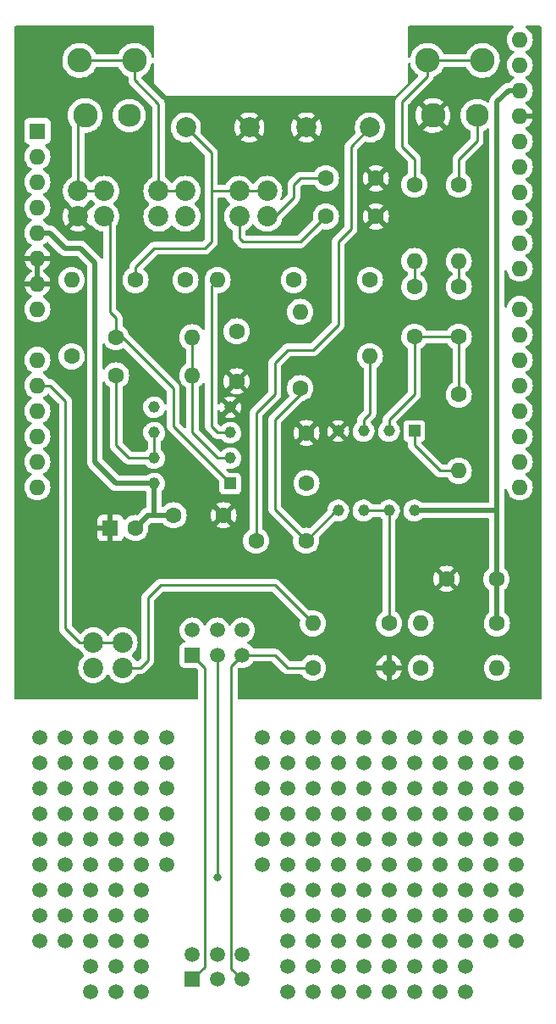
<source format=gbr>
G04 #@! TF.GenerationSoftware,KiCad,Pcbnew,(6.0.5)*
G04 #@! TF.CreationDate,2023-01-06T18:50:22+09:00*
G04 #@! TF.ProjectId,signalprocessing,7369676e-616c-4707-926f-63657373696e,rev?*
G04 #@! TF.SameCoordinates,Original*
G04 #@! TF.FileFunction,Copper,L1,Top*
G04 #@! TF.FilePolarity,Positive*
%FSLAX46Y46*%
G04 Gerber Fmt 4.6, Leading zero omitted, Abs format (unit mm)*
G04 Created by KiCad (PCBNEW (6.0.5)) date 2023-01-06 18:50:22*
%MOMM*%
%LPD*%
G01*
G04 APERTURE LIST*
G04 #@! TA.AperFunction,ComponentPad*
%ADD10C,2.000000*%
G04 #@! TD*
G04 #@! TA.AperFunction,ComponentPad*
%ADD11C,1.500000*%
G04 #@! TD*
G04 #@! TA.AperFunction,ComponentPad*
%ADD12C,1.600000*%
G04 #@! TD*
G04 #@! TA.AperFunction,ComponentPad*
%ADD13R,1.600000X1.600000*%
G04 #@! TD*
G04 #@! TA.AperFunction,ComponentPad*
%ADD14O,1.600000X1.600000*%
G04 #@! TD*
G04 #@! TA.AperFunction,ComponentPad*
%ADD15C,2.450000*%
G04 #@! TD*
G04 #@! TA.AperFunction,ComponentPad*
%ADD16C,2.300000*%
G04 #@! TD*
G04 #@! TA.AperFunction,ComponentPad*
%ADD17C,2.020000*%
G04 #@! TD*
G04 #@! TA.AperFunction,ComponentPad*
%ADD18R,1.500000X1.500000*%
G04 #@! TD*
G04 #@! TA.AperFunction,ComponentPad*
%ADD19R,1.160000X1.160000*%
G04 #@! TD*
G04 #@! TA.AperFunction,ComponentPad*
%ADD20C,1.160000*%
G04 #@! TD*
G04 #@! TA.AperFunction,ViaPad*
%ADD21C,0.800000*%
G04 #@! TD*
G04 #@! TA.AperFunction,Conductor*
%ADD22C,0.250000*%
G04 #@! TD*
G04 #@! TA.AperFunction,Conductor*
%ADD23C,0.500000*%
G04 #@! TD*
G04 APERTURE END LIST*
D10*
G04 #@! TO.P,TP4,1,1*
G04 #@! TO.N,GND*
X101600000Y-88265000D03*
G04 #@! TD*
D11*
G04 #@! TO.P,REF\u002A\u002A30,1*
G04 #@! TO.N,N/C*
X105410000Y-156845000D03*
G04 #@! TD*
D12*
G04 #@! TO.P,C10,1*
G04 #@! TO.N,GND*
X99020000Y-127000000D03*
G04 #@! TO.P,C10,2*
G04 #@! TO.N,+5V*
X94020000Y-127000000D03*
G04 #@! TD*
G04 #@! TO.P,C8,1*
G04 #@! TO.N,Net-(C8-Pad1)*
X90210000Y-103505000D03*
G04 #@! TO.P,C8,2*
G04 #@! TO.N,Net-(C8-Pad2)*
X95210000Y-103505000D03*
G04 #@! TD*
D11*
G04 #@! TO.P,REF\u002A\u002A82,1*
G04 #@! TO.N,N/C*
X110490000Y-169545000D03*
G04 #@! TD*
G04 #@! TO.P,REF\u002A\u002A86,1*
G04 #@! TO.N,N/C*
X120650000Y-169545000D03*
G04 #@! TD*
G04 #@! TO.P,REF\u002A\u002A30,1*
G04 #@! TO.N,N/C*
X102870000Y-156845000D03*
G04 #@! TD*
G04 #@! TO.P,REF\u002A\u002A39,1*
G04 #@! TO.N,N/C*
X128270000Y-156845000D03*
G04 #@! TD*
G04 #@! TO.P,REF\u002A\u002A24,1*
G04 #@! TO.N,N/C*
X115570000Y-154305000D03*
G04 #@! TD*
G04 #@! TO.P,REF\u002A\u002A69,1*
G04 #@! TO.N,N/C*
X128270000Y-164465000D03*
G04 #@! TD*
G04 #@! TO.P,REF\u002A\u002A49,1*
G04 #@! TO.N,N/C*
X128270000Y-159385000D03*
G04 #@! TD*
G04 #@! TO.P,REF\u002A\u002A62,1*
G04 #@! TO.N,N/C*
X110490000Y-164465000D03*
G04 #@! TD*
D10*
G04 #@! TO.P,TP1,1,1*
G04 #@! TO.N,Net-(C1-Pad2)*
X113665000Y-88265000D03*
G04 #@! TD*
D13*
G04 #@! TO.P,U1,1*
G04 #@! TO.N,N/C*
X80395000Y-88625000D03*
D14*
G04 #@! TO.P,U1,2,IOREF*
G04 #@! TO.N,unconnected-(U1-Pad2)*
X80395000Y-91165000D03*
G04 #@! TO.P,U1,3,~{RESET}*
G04 #@! TO.N,unconnected-(U1-Pad3)*
X80395000Y-93705000D03*
G04 #@! TO.P,U1,4,+3V3*
G04 #@! TO.N,unconnected-(U1-Pad4)*
X80395000Y-96245000D03*
G04 #@! TO.P,U1,5,+5V*
G04 #@! TO.N,+5V*
X80395000Y-98785000D03*
G04 #@! TO.P,U1,6,GND*
G04 #@! TO.N,GND*
X80395000Y-101325000D03*
G04 #@! TO.P,U1,7,GND*
X80395000Y-103865000D03*
G04 #@! TO.P,U1,8,VIN*
G04 #@! TO.N,unconnected-(U1-Pad8)*
X80395000Y-106405000D03*
G04 #@! TO.P,U1,9*
G04 #@! TO.N,N/C*
X80395000Y-111485000D03*
G04 #@! TO.P,U1,10,PA1(A1)*
G04 #@! TO.N,Net-(JP1-Pad2)*
X80395000Y-114025000D03*
G04 #@! TO.P,U1,11,PA4(A2)*
G04 #@! TO.N,Net-(R10-Pad1)*
X80395000Y-116565000D03*
G04 #@! TO.P,U1,12*
G04 #@! TO.N,N/C*
X80395000Y-119105000D03*
G04 #@! TO.P,U1,13*
X80395000Y-121645000D03*
G04 #@! TO.P,U1,14*
X80395000Y-124185000D03*
G04 #@! TO.P,U1,15*
X128655000Y-124185000D03*
G04 #@! TO.P,U1,16*
X128655000Y-121645000D03*
G04 #@! TO.P,U1,17*
X128655000Y-119105000D03*
G04 #@! TO.P,U1,18*
X128655000Y-116565000D03*
G04 #@! TO.P,U1,19*
X128655000Y-114025000D03*
G04 #@! TO.P,U1,20*
X128655000Y-111485000D03*
G04 #@! TO.P,U1,21*
X128655000Y-108945000D03*
G04 #@! TO.P,U1,22*
X128655000Y-106405000D03*
G04 #@! TO.P,U1,23*
X128655000Y-102345000D03*
G04 #@! TO.P,U1,24*
X128655000Y-99805000D03*
G04 #@! TO.P,U1,25*
X128655000Y-97265000D03*
G04 #@! TO.P,U1,26*
X128655000Y-94725000D03*
G04 #@! TO.P,U1,27*
X128655000Y-92185000D03*
G04 #@! TO.P,U1,28*
X128655000Y-89645000D03*
G04 #@! TO.P,U1,29,GND*
G04 #@! TO.N,GND*
X128655000Y-87105000D03*
G04 #@! TO.P,U1,30,AVDD*
G04 #@! TO.N,VDDA*
X128655000Y-84565000D03*
G04 #@! TO.P,U1,31*
G04 #@! TO.N,N/C*
X128655000Y-82025000D03*
G04 #@! TO.P,U1,32*
X128655000Y-79485000D03*
G04 #@! TD*
D11*
G04 #@! TO.P,REF\u002A\u002A26,1*
G04 #@! TO.N,N/C*
X120650000Y-154305000D03*
G04 #@! TD*
D12*
G04 #@! TO.P,R12,1*
G04 #@! TO.N,Net-(IC2-Pad1)*
X88265000Y-109220000D03*
D14*
G04 #@! TO.P,R12,2*
G04 #@! TO.N,Net-(IC2-Pad2)*
X95885000Y-109220000D03*
G04 #@! TD*
D11*
G04 #@! TO.P,REF\u002A\u002A8,1*
G04 #@! TO.N,N/C*
X125730000Y-149225000D03*
G04 #@! TD*
D12*
G04 #@! TO.P,R10,1*
G04 #@! TO.N,Net-(R10-Pad1)*
X83820000Y-111125000D03*
D14*
G04 #@! TO.P,R10,2*
G04 #@! TO.N,Net-(C8-Pad1)*
X83820000Y-103505000D03*
G04 #@! TD*
D12*
G04 #@! TO.P,R1,1*
G04 #@! TO.N,Net-(C1-Pad1)*
X106680000Y-114300000D03*
D14*
G04 #@! TO.P,R1,2*
G04 #@! TO.N,Net-(C4-Pad2)*
X106680000Y-106680000D03*
G04 #@! TD*
D13*
G04 #@! TO.P,C11,1*
G04 #@! TO.N,GND*
X87694888Y-128270000D03*
D12*
G04 #@! TO.P,C11,2*
G04 #@! TO.N,+5V*
X90194888Y-128270000D03*
G04 #@! TD*
D15*
G04 #@! TO.P,J1,1,GND*
G04 #@! TO.N,GND*
X119974000Y-87067500D03*
G04 #@! TO.P,J1,2,L*
G04 #@! TO.N,Net-(J1-Pad2)*
X119424000Y-81567500D03*
G04 #@! TO.P,J1,3,L*
X124924000Y-81567500D03*
D16*
G04 #@! TO.P,J1,4,R*
G04 #@! TO.N,Net-(J1-Pad4)*
X124374000Y-87067500D03*
G04 #@! TD*
D11*
G04 #@! TO.P,REF\u002A\u002A57,1*
G04 #@! TO.N,N/C*
X123190000Y-161925000D03*
G04 #@! TD*
G04 #@! TO.P,REF\u002A\u002A104,1*
G04 #@! TO.N,N/C*
X115570000Y-174625000D03*
G04 #@! TD*
G04 #@! TO.P,REF\u002A\u002A105,1*
G04 #@! TO.N,N/C*
X118110000Y-174625000D03*
G04 #@! TD*
D12*
G04 #@! TO.P,R3,1*
G04 #@! TO.N,Net-(J1-Pad2)*
X118110000Y-93980000D03*
D14*
G04 #@! TO.P,R3,2*
G04 #@! TO.N,Net-(C2-Pad1)*
X118110000Y-101600000D03*
G04 #@! TD*
D11*
G04 #@! TO.P,REF\u002A\u002A85,1*
G04 #@! TO.N,N/C*
X118110000Y-169545000D03*
G04 #@! TD*
G04 #@! TO.P,REF\u002A\u002A56,1*
G04 #@! TO.N,N/C*
X120650000Y-161925000D03*
G04 #@! TD*
G04 #@! TO.P,REF\u002A\u002A61,1*
G04 #@! TO.N,N/C*
X107950000Y-164465000D03*
G04 #@! TD*
G04 #@! TO.P,REF\u002A\u002A46,1*
G04 #@! TO.N,N/C*
X88265000Y-159385000D03*
G04 #@! TD*
G04 #@! TO.P,REF\u002A\u002A1,1*
G04 #@! TO.N,N/C*
X107950000Y-149225000D03*
G04 #@! TD*
G04 #@! TO.P,REF\u002A\u002A97,1*
G04 #@! TO.N,N/C*
X90805000Y-172085000D03*
G04 #@! TD*
G04 #@! TO.P,REF\u002A\u002A96,1*
G04 #@! TO.N,N/C*
X88265000Y-172085000D03*
G04 #@! TD*
D12*
G04 #@! TO.P,C1,1*
G04 #@! TO.N,Net-(C1-Pad1)*
X107275000Y-129540000D03*
G04 #@! TO.P,C1,2*
G04 #@! TO.N,Net-(C1-Pad2)*
X102275000Y-129540000D03*
G04 #@! TD*
D11*
G04 #@! TO.P,REF\u002A\u002A5,1*
G04 #@! TO.N,N/C*
X85725000Y-149225000D03*
G04 #@! TD*
G04 #@! TO.P,REF\u002A\u002A34,1*
G04 #@! TO.N,N/C*
X115570000Y-156845000D03*
G04 #@! TD*
G04 #@! TO.P,REF\u002A\u002A84,1*
G04 #@! TO.N,N/C*
X115570000Y-169545000D03*
G04 #@! TD*
G04 #@! TO.P,REF\u002A\u002A51,1*
G04 #@! TO.N,N/C*
X107950000Y-161925000D03*
G04 #@! TD*
D17*
G04 #@! TO.P,JP2,1*
G04 #@! TO.N,Net-(C6-Pad1)*
X100585000Y-97155000D03*
G04 #@! TO.P,JP2,2*
G04 #@! TO.N,Net-(C8-Pad1)*
X100585000Y-94615000D03*
G04 #@! TD*
D11*
G04 #@! TO.P,REF\u002A\u002A37,1*
G04 #@! TO.N,N/C*
X90805000Y-156845000D03*
G04 #@! TD*
G04 #@! TO.P,REF\u002A\u002A45,1*
G04 #@! TO.N,N/C*
X118110000Y-159385000D03*
G04 #@! TD*
G04 #@! TO.P,REF\u002A\u002A74,1*
G04 #@! TO.N,N/C*
X83185000Y-167005000D03*
G04 #@! TD*
G04 #@! TO.P,REF\u002A\u002A102,1*
G04 #@! TO.N,N/C*
X110490000Y-174625000D03*
G04 #@! TD*
G04 #@! TO.P,REF\u002A\u002A73,1*
G04 #@! TO.N,N/C*
X80645000Y-167005000D03*
G04 #@! TD*
G04 #@! TO.P,REF\u002A\u002A17,1*
G04 #@! TO.N,N/C*
X123190000Y-151765000D03*
G04 #@! TD*
G04 #@! TO.P,REF\u002A\u002A93,1*
G04 #@! TO.N,N/C*
X113030000Y-172085000D03*
G04 #@! TD*
G04 #@! TO.P,REF\u002A\u002A50,1*
G04 #@! TO.N,N/C*
X105410000Y-161925000D03*
G04 #@! TD*
G04 #@! TO.P,REF\u002A\u002A77,1*
G04 #@! TO.N,N/C*
X123190000Y-167005000D03*
G04 #@! TD*
G04 #@! TO.P,REF\u002A\u002A95,1*
G04 #@! TO.N,N/C*
X85725000Y-172085000D03*
G04 #@! TD*
G04 #@! TO.P,REF\u002A\u002A107,1*
G04 #@! TO.N,N/C*
X123190000Y-174625000D03*
G04 #@! TD*
G04 #@! TO.P,REF\u002A\u002A6,1*
G04 #@! TO.N,N/C*
X88265000Y-149225000D03*
G04 #@! TD*
D12*
G04 #@! TO.P,R9,1*
G04 #@! TO.N,Net-(IC1-Pad6)*
X115570000Y-137795000D03*
D14*
G04 #@! TO.P,R9,2*
G04 #@! TO.N,Net-(JP1-Pad1)*
X107950000Y-137795000D03*
G04 #@! TD*
D11*
G04 #@! TO.P,REF\u002A\u002A15,1*
G04 #@! TO.N,N/C*
X85725000Y-151765000D03*
G04 #@! TD*
G04 #@! TO.P,REF\u002A\u002A3,1*
G04 #@! TO.N,N/C*
X80645000Y-149225000D03*
G04 #@! TD*
G04 #@! TO.P,REF\u002A\u002A106,1*
G04 #@! TO.N,N/C*
X88265000Y-174625000D03*
G04 #@! TD*
G04 #@! TO.P,REF\u002A\u002A92,1*
G04 #@! TO.N,N/C*
X110490000Y-172085000D03*
G04 #@! TD*
G04 #@! TO.P,REF\u002A\u002A33,1*
G04 #@! TO.N,N/C*
X113030000Y-156845000D03*
G04 #@! TD*
G04 #@! TO.P,REF\u002A\u002A55,1*
G04 #@! TO.N,N/C*
X118110000Y-161925000D03*
G04 #@! TD*
G04 #@! TO.P,REF\u002A\u002A48,1*
G04 #@! TO.N,N/C*
X125730000Y-159385000D03*
G04 #@! TD*
G04 #@! TO.P,REF\u002A\u002A38,1*
G04 #@! TO.N,N/C*
X125730000Y-156845000D03*
G04 #@! TD*
G04 #@! TO.P,REF\u002A\u002A74,1*
G04 #@! TO.N,N/C*
X115570000Y-167005000D03*
G04 #@! TD*
D10*
G04 #@! TO.P,TP3,1,1*
G04 #@! TO.N,Net-(C8-Pad1)*
X95250000Y-88265000D03*
G04 #@! TD*
D11*
G04 #@! TO.P,REF\u002A\u002A57,1*
G04 #@! TO.N,N/C*
X90805000Y-161925000D03*
G04 #@! TD*
G04 #@! TO.P,REF\u002A\u002A27,1*
G04 #@! TO.N,N/C*
X123190000Y-154305000D03*
G04 #@! TD*
G04 #@! TO.P,REF\u002A\u002A19,1*
G04 #@! TO.N,N/C*
X128270000Y-151765000D03*
G04 #@! TD*
G04 #@! TO.P,REF\u002A\u002A28,1*
G04 #@! TO.N,N/C*
X125730000Y-154305000D03*
G04 #@! TD*
G04 #@! TO.P,REF\u002A\u002A42,1*
G04 #@! TO.N,N/C*
X110490000Y-159385000D03*
G04 #@! TD*
G04 #@! TO.P,REF\u002A\u002A91,1*
G04 #@! TO.N,N/C*
X107950000Y-172085000D03*
G04 #@! TD*
G04 #@! TO.P,REF\u002A\u002A55,1*
G04 #@! TO.N,N/C*
X85725000Y-161925000D03*
G04 #@! TD*
G04 #@! TO.P,REF\u002A\u002A35,1*
G04 #@! TO.N,N/C*
X118110000Y-156845000D03*
G04 #@! TD*
G04 #@! TO.P,REF\u002A\u002A73,1*
G04 #@! TO.N,N/C*
X113030000Y-167005000D03*
G04 #@! TD*
D12*
G04 #@! TO.P,C7,1*
G04 #@! TO.N,Net-(C7-Pad1)*
X109260000Y-93345000D03*
G04 #@! TO.P,C7,2*
G04 #@! TO.N,GND*
X114260000Y-93345000D03*
G04 #@! TD*
D11*
G04 #@! TO.P,REF\u002A\u002A97,1*
G04 #@! TO.N,N/C*
X123190000Y-172085000D03*
G04 #@! TD*
D15*
G04 #@! TO.P,J2,1,GND*
G04 #@! TO.N,Net-(JP4-Pad2)*
X85176000Y-87067500D03*
G04 #@! TO.P,J2,2,L*
G04 #@! TO.N,Net-(JP13-Pad1)*
X84626000Y-81567500D03*
G04 #@! TO.P,J2,3,L*
X90126000Y-81567500D03*
D16*
G04 #@! TO.P,J2,4,R*
G04 #@! TO.N,unconnected-(J2-Pad4)*
X89576000Y-87067500D03*
G04 #@! TD*
D12*
G04 #@! TO.P,R6,1*
G04 #@! TO.N,Net-(JP11-Pad2)*
X118745000Y-142240000D03*
D14*
G04 #@! TO.P,R6,2*
G04 #@! TO.N,Net-(IC1-Pad1)*
X126365000Y-142240000D03*
G04 #@! TD*
D11*
G04 #@! TO.P,REF\u002A\u002A79,1*
G04 #@! TO.N,N/C*
X128270000Y-167005000D03*
G04 #@! TD*
G04 #@! TO.P,REF\u002A\u002A20,1*
G04 #@! TO.N,N/C*
X105410000Y-154305000D03*
G04 #@! TD*
D17*
G04 #@! TO.P,JP3,1*
G04 #@! TO.N,Net-(C8-Pad2)*
X95195000Y-97152500D03*
G04 #@! TO.P,JP3,2*
G04 #@! TO.N,Net-(JP13-Pad1)*
X95195000Y-94612500D03*
G04 #@! TD*
D11*
G04 #@! TO.P,REF\u002A\u002A70,1*
G04 #@! TO.N,N/C*
X105410000Y-167005000D03*
G04 #@! TD*
G04 #@! TO.P,REF\u002A\u002A34,1*
G04 #@! TO.N,N/C*
X83185000Y-156845000D03*
G04 #@! TD*
G04 #@! TO.P,REF\u002A\u002A50,1*
G04 #@! TO.N,N/C*
X93345000Y-161925000D03*
G04 #@! TD*
G04 #@! TO.P,REF\u002A\u002A76,1*
G04 #@! TO.N,N/C*
X120650000Y-167005000D03*
G04 #@! TD*
G04 #@! TO.P,REF\u002A\u002A6,1*
G04 #@! TO.N,N/C*
X120650000Y-149225000D03*
G04 #@! TD*
G04 #@! TO.P,REF\u002A\u002A25,1*
G04 #@! TO.N,N/C*
X118110000Y-154305000D03*
G04 #@! TD*
G04 #@! TO.P,REF\u002A\u002A40,1*
G04 #@! TO.N,N/C*
X102870000Y-159385000D03*
G04 #@! TD*
D17*
G04 #@! TO.P,JP1,1*
G04 #@! TO.N,Net-(JP1-Pad1)*
X88900000Y-142240000D03*
G04 #@! TO.P,JP1,2*
G04 #@! TO.N,Net-(JP1-Pad2)*
X88900000Y-139700000D03*
G04 #@! TD*
D11*
G04 #@! TO.P,REF\u002A\u002A36,1*
G04 #@! TO.N,N/C*
X120650000Y-156845000D03*
G04 #@! TD*
G04 #@! TO.P,REF\u002A\u002A44,1*
G04 #@! TO.N,N/C*
X83185000Y-159385000D03*
G04 #@! TD*
G04 #@! TO.P,REF\u002A\u002A24,1*
G04 #@! TO.N,N/C*
X83185000Y-154305000D03*
G04 #@! TD*
G04 #@! TO.P,REF\u002A\u002A88,1*
G04 #@! TO.N,N/C*
X125730000Y-169545000D03*
G04 #@! TD*
G04 #@! TO.P,REF\u002A\u002A31,1*
G04 #@! TO.N,N/C*
X107950000Y-156845000D03*
G04 #@! TD*
G04 #@! TO.P,REF\u002A\u002A87,1*
G04 #@! TO.N,N/C*
X123190000Y-169545000D03*
G04 #@! TD*
G04 #@! TO.P,REF\u002A\u002A4,1*
G04 #@! TO.N,N/C*
X83185000Y-149225000D03*
G04 #@! TD*
D12*
G04 #@! TO.P,R7,1*
G04 #@! TO.N,VDDA*
X126365000Y-137795000D03*
D14*
G04 #@! TO.P,R7,2*
G04 #@! TO.N,Net-(C4-Pad2)*
X118745000Y-137795000D03*
G04 #@! TD*
D11*
G04 #@! TO.P,REF\u002A\u002A18,1*
G04 #@! TO.N,N/C*
X125730000Y-151765000D03*
G04 #@! TD*
G04 #@! TO.P,REF\u002A\u002A11,1*
G04 #@! TO.N,N/C*
X107950000Y-151765000D03*
G04 #@! TD*
G04 #@! TO.P,REF\u002A\u002A7,1*
G04 #@! TO.N,N/C*
X123190000Y-149225000D03*
G04 #@! TD*
G04 #@! TO.P,REF\u002A\u002A26,1*
G04 #@! TO.N,N/C*
X88265000Y-154305000D03*
G04 #@! TD*
G04 #@! TO.P,REF\u002A\u002A16,1*
G04 #@! TO.N,N/C*
X88265000Y-151765000D03*
G04 #@! TD*
G04 #@! TO.P,REF\u002A\u002A50,1*
G04 #@! TO.N,N/C*
X102870000Y-161925000D03*
G04 #@! TD*
G04 #@! TO.P,REF\u002A\u002A,1*
G04 #@! TO.N,N/C*
X102870000Y-149225000D03*
G04 #@! TD*
G04 #@! TO.P,REF\u002A\u002A40,1*
G04 #@! TO.N,N/C*
X93345000Y-159385000D03*
G04 #@! TD*
D12*
G04 #@! TO.P,R8,1*
G04 #@! TO.N,Net-(C4-Pad2)*
X107950000Y-142240000D03*
D14*
G04 #@! TO.P,R8,2*
G04 #@! TO.N,GND*
X115570000Y-142240000D03*
G04 #@! TD*
D11*
G04 #@! TO.P,REF\u002A\u002A40,1*
G04 #@! TO.N,N/C*
X105410000Y-159385000D03*
G04 #@! TD*
D12*
G04 #@! TO.P,R13,1*
G04 #@! TO.N,Net-(IC2-Pad6)*
X88265000Y-113030000D03*
D14*
G04 #@! TO.P,R13,2*
G04 #@! TO.N,Net-(IC2-Pad2)*
X95885000Y-113030000D03*
G04 #@! TD*
D11*
G04 #@! TO.P,REF\u002A\u002A46,1*
G04 #@! TO.N,N/C*
X120650000Y-159385000D03*
G04 #@! TD*
D12*
G04 #@! TO.P,R11,1*
G04 #@! TO.N,Net-(C4-Pad2)*
X106045000Y-103505000D03*
D14*
G04 #@! TO.P,R11,2*
G04 #@! TO.N,Net-(IC2-Pad3)*
X98425000Y-103505000D03*
G04 #@! TD*
D11*
G04 #@! TO.P,REF\u002A\u002A94,1*
G04 #@! TO.N,N/C*
X115570000Y-172085000D03*
G04 #@! TD*
G04 #@! TO.P,REF\u002A\u002A95,1*
G04 #@! TO.N,N/C*
X118110000Y-172085000D03*
G04 #@! TD*
G04 #@! TO.P,REF\u002A\u002A15,1*
G04 #@! TO.N,N/C*
X118110000Y-151765000D03*
G04 #@! TD*
G04 #@! TO.P,REF\u002A\u002A47,1*
G04 #@! TO.N,N/C*
X90805000Y-159385000D03*
G04 #@! TD*
G04 #@! TO.P,REF\u002A\u002A43,1*
G04 #@! TO.N,N/C*
X80645000Y-159385000D03*
G04 #@! TD*
G04 #@! TO.P,REF\u002A\u002A14,1*
G04 #@! TO.N,N/C*
X83185000Y-151765000D03*
G04 #@! TD*
G04 #@! TO.P,REF\u002A\u002A53,1*
G04 #@! TO.N,N/C*
X113030000Y-161925000D03*
G04 #@! TD*
G04 #@! TO.P,REF\u002A\u002A21,1*
G04 #@! TO.N,N/C*
X107950000Y-154305000D03*
G04 #@! TD*
D17*
G04 #@! TO.P,JP11,1*
G04 #@! TO.N,Net-(JP1-Pad2)*
X85993500Y-139700000D03*
G04 #@! TO.P,JP11,2*
G04 #@! TO.N,Net-(JP11-Pad2)*
X85993500Y-142240000D03*
G04 #@! TD*
D11*
G04 #@! TO.P,REF\u002A\u002A77,1*
G04 #@! TO.N,N/C*
X90805000Y-167005000D03*
G04 #@! TD*
G04 #@! TO.P,REF\u002A\u002A64,1*
G04 #@! TO.N,N/C*
X115570000Y-164465000D03*
G04 #@! TD*
G04 #@! TO.P,REF\u002A\u002A58,1*
G04 #@! TO.N,N/C*
X125730000Y-161925000D03*
G04 #@! TD*
G04 #@! TO.P,REF\u002A\u002A37,1*
G04 #@! TO.N,N/C*
X123190000Y-156845000D03*
G04 #@! TD*
G04 #@! TO.P,REF\u002A\u002A80,1*
G04 #@! TO.N,N/C*
X105410000Y-169545000D03*
G04 #@! TD*
G04 #@! TO.P,REF\u002A\u002A29,1*
G04 #@! TO.N,N/C*
X128270000Y-154305000D03*
G04 #@! TD*
G04 #@! TO.P,REF\u002A\u002A44,1*
G04 #@! TO.N,N/C*
X115570000Y-159385000D03*
G04 #@! TD*
G04 #@! TO.P,REF\u002A\u002A90,1*
G04 #@! TO.N,N/C*
X105410000Y-172085000D03*
G04 #@! TD*
G04 #@! TO.P,REF\u002A\u002A65,1*
G04 #@! TO.N,N/C*
X118110000Y-164465000D03*
G04 #@! TD*
G04 #@! TO.P,REF\u002A\u002A10,1*
G04 #@! TO.N,N/C*
X102870000Y-151765000D03*
G04 #@! TD*
D17*
G04 #@! TO.P,JP12,1*
G04 #@! TO.N,Net-(C7-Pad1)*
X103374000Y-97155000D03*
G04 #@! TO.P,JP12,2*
G04 #@! TO.N,Net-(C8-Pad1)*
X103374000Y-94615000D03*
G04 #@! TD*
D11*
G04 #@! TO.P,REF\u002A\u002A13,1*
G04 #@! TO.N,N/C*
X113030000Y-151765000D03*
G04 #@! TD*
G04 #@! TO.P,REF\u002A\u002A75,1*
G04 #@! TO.N,N/C*
X118110000Y-167005000D03*
G04 #@! TD*
G04 #@! TO.P,REF\u002A\u002A67,1*
G04 #@! TO.N,N/C*
X123190000Y-164465000D03*
G04 #@! TD*
G04 #@! TO.P,REF\u002A\u002A84,1*
G04 #@! TO.N,N/C*
X83185000Y-169545000D03*
G04 #@! TD*
G04 #@! TO.P,REF\u002A\u002A59,1*
G04 #@! TO.N,N/C*
X128270000Y-161925000D03*
G04 #@! TD*
G04 #@! TO.P,REF\u002A\u002A100,1*
G04 #@! TO.N,N/C*
X105410000Y-174625000D03*
G04 #@! TD*
G04 #@! TO.P,REF\u002A\u002A14,1*
G04 #@! TO.N,N/C*
X115570000Y-151765000D03*
G04 #@! TD*
G04 #@! TO.P,REF\u002A\u002A107,1*
G04 #@! TO.N,N/C*
X90805000Y-174625000D03*
G04 #@! TD*
G04 #@! TO.P,REF\u002A\u002A4,1*
G04 #@! TO.N,N/C*
X115570000Y-149225000D03*
G04 #@! TD*
G04 #@! TO.P,REF\u002A\u002A54,1*
G04 #@! TO.N,N/C*
X115570000Y-161925000D03*
G04 #@! TD*
G04 #@! TO.P,REF\u002A\u002A36,1*
G04 #@! TO.N,N/C*
X88265000Y-156845000D03*
G04 #@! TD*
G04 #@! TO.P,REF\u002A\u002A63,1*
G04 #@! TO.N,N/C*
X80645000Y-164465000D03*
G04 #@! TD*
G04 #@! TO.P,REF\u002A\u002A52,1*
G04 #@! TO.N,N/C*
X110490000Y-161925000D03*
G04 #@! TD*
G04 #@! TO.P,REF\u002A\u002A45,1*
G04 #@! TO.N,N/C*
X85725000Y-159385000D03*
G04 #@! TD*
G04 #@! TO.P,REF\u002A\u002A65,1*
G04 #@! TO.N,N/C*
X85725000Y-164465000D03*
G04 #@! TD*
G04 #@! TO.P,REF\u002A\u002A47,1*
G04 #@! TO.N,N/C*
X123190000Y-159385000D03*
G04 #@! TD*
D12*
G04 #@! TO.P,C6,1*
G04 #@! TO.N,Net-(C6-Pad1)*
X109260000Y-97155000D03*
G04 #@! TO.P,C6,2*
G04 #@! TO.N,GND*
X114260000Y-97155000D03*
G04 #@! TD*
D10*
G04 #@! TO.P,TP2,1,1*
G04 #@! TO.N,GND*
X107315000Y-88265000D03*
G04 #@! TD*
D12*
G04 #@! TO.P,C3,1*
G04 #@! TO.N,Net-(C3-Pad1)*
X122555000Y-104180000D03*
G04 #@! TO.P,C3,2*
G04 #@! TO.N,Net-(C2-Pad2)*
X122555000Y-109180000D03*
G04 #@! TD*
D11*
G04 #@! TO.P,REF\u002A\u002A53,1*
G04 #@! TO.N,N/C*
X80645000Y-161925000D03*
G04 #@! TD*
G04 #@! TO.P,REF\u002A\u002A23,1*
G04 #@! TO.N,N/C*
X80645000Y-154305000D03*
G04 #@! TD*
D18*
G04 #@! TO.P,RV1,R1*
G04 #@! TO.N,Net-(C8-Pad2)*
X95885000Y-173355000D03*
D11*
G04 #@! TO.P,RV1,R12,2*
G04 #@! TO.N,Net-(IC2-Pad5)*
X98385000Y-173355000D03*
G04 #@! TO.P,RV1,R13,3*
G04 #@! TO.N,Net-(C4-Pad2)*
X100885000Y-173355000D03*
G04 #@! TO.P,RV1,R21*
G04 #@! TO.N,N/C*
X95885000Y-170855000D03*
G04 #@! TO.P,RV1,R22*
X98385000Y-170855000D03*
G04 #@! TO.P,RV1,R23*
X100885000Y-170855000D03*
G04 #@! TD*
G04 #@! TO.P,REF\u002A\u002A16,1*
G04 #@! TO.N,N/C*
X120650000Y-151765000D03*
G04 #@! TD*
G04 #@! TO.P,REF\u002A\u002A63,1*
G04 #@! TO.N,N/C*
X113030000Y-164465000D03*
G04 #@! TD*
G04 #@! TO.P,REF\u002A\u002A87,1*
G04 #@! TO.N,N/C*
X90805000Y-169545000D03*
G04 #@! TD*
G04 #@! TO.P,REF\u002A\u002A27,1*
G04 #@! TO.N,N/C*
X90805000Y-154305000D03*
G04 #@! TD*
G04 #@! TO.P,REF\u002A\u002A20,1*
G04 #@! TO.N,N/C*
X102870000Y-154305000D03*
G04 #@! TD*
G04 #@! TO.P,REF\u002A\u002A60,1*
G04 #@! TO.N,N/C*
X105410000Y-164465000D03*
G04 #@! TD*
G04 #@! TO.P,REF\u002A\u002A12,1*
G04 #@! TO.N,N/C*
X110490000Y-151765000D03*
G04 #@! TD*
G04 #@! TO.P,REF\u002A\u002A66,1*
G04 #@! TO.N,N/C*
X88265000Y-164465000D03*
G04 #@! TD*
G04 #@! TO.P,REF\u002A\u002A10,1*
G04 #@! TO.N,N/C*
X105410000Y-151765000D03*
G04 #@! TD*
G04 #@! TO.P,REF\u002A\u002A81,1*
G04 #@! TO.N,N/C*
X107950000Y-169545000D03*
G04 #@! TD*
G04 #@! TO.P,REF\u002A\u002A5,1*
G04 #@! TO.N,N/C*
X118110000Y-149225000D03*
G04 #@! TD*
D12*
G04 #@! TO.P,C9,1*
G04 #@! TO.N,GND*
X100330000Y-113625000D03*
G04 #@! TO.P,C9,2*
G04 #@! TO.N,Net-(C4-Pad2)*
X100330000Y-108625000D03*
G04 #@! TD*
D11*
G04 #@! TO.P,REF\u002A\u002A66,1*
G04 #@! TO.N,N/C*
X120650000Y-164465000D03*
G04 #@! TD*
G04 #@! TO.P,REF\u002A\u002A13,1*
G04 #@! TO.N,N/C*
X80645000Y-151765000D03*
G04 #@! TD*
G04 #@! TO.P,REF\u002A\u002A17,1*
G04 #@! TO.N,N/C*
X90805000Y-151765000D03*
G04 #@! TD*
G04 #@! TO.P,REF\u002A\u002A20,1*
G04 #@! TO.N,N/C*
X93345000Y-154305000D03*
G04 #@! TD*
G04 #@! TO.P,REF\u002A\u002A23,1*
G04 #@! TO.N,N/C*
X113030000Y-154305000D03*
G04 #@! TD*
D19*
G04 #@! TO.P,IC2,1,OUTPUT_A*
G04 #@! TO.N,Net-(IC2-Pad1)*
X99695000Y-123825000D03*
D20*
G04 #@! TO.P,IC2,2,-INPUT_A*
G04 #@! TO.N,Net-(IC2-Pad2)*
X99695000Y-121285000D03*
G04 #@! TO.P,IC2,3,+INPUT_A*
G04 #@! TO.N,Net-(IC2-Pad3)*
X99695000Y-118745000D03*
G04 #@! TO.P,IC2,4,VSS_(V-)*
G04 #@! TO.N,GND*
X99695000Y-116205000D03*
G04 #@! TO.P,IC2,5,+INPUT_B*
G04 #@! TO.N,Net-(IC2-Pad5)*
X92075000Y-116205000D03*
G04 #@! TO.P,IC2,6,-INPUT_B*
G04 #@! TO.N,Net-(IC2-Pad6)*
X92075000Y-118745000D03*
G04 #@! TO.P,IC2,7,OUTPUT_B*
X92075000Y-121285000D03*
G04 #@! TO.P,IC2,8,VDD_(V+)*
G04 #@! TO.N,+5V*
X92075000Y-123825000D03*
G04 #@! TD*
D11*
G04 #@! TO.P,REF\u002A\u002A83,1*
G04 #@! TO.N,N/C*
X80645000Y-169545000D03*
G04 #@! TD*
D12*
G04 #@! TO.P,R2,1*
G04 #@! TO.N,Net-(C4-Pad2)*
X113665000Y-103505000D03*
D14*
G04 #@! TO.P,R2,2*
G04 #@! TO.N,Net-(IC1-Pad3)*
X113665000Y-111125000D03*
G04 #@! TD*
D12*
G04 #@! TO.P,C4,1*
G04 #@! TO.N,GND*
X107315000Y-118785000D03*
G04 #@! TO.P,C4,2*
G04 #@! TO.N,Net-(C4-Pad2)*
X107315000Y-123785000D03*
G04 #@! TD*
D11*
G04 #@! TO.P,REF\u002A\u002A85,1*
G04 #@! TO.N,N/C*
X85725000Y-169545000D03*
G04 #@! TD*
G04 #@! TO.P,REF\u002A\u002A68,1*
G04 #@! TO.N,N/C*
X125730000Y-164465000D03*
G04 #@! TD*
G04 #@! TO.P,REF\u002A\u002A67,1*
G04 #@! TO.N,N/C*
X90805000Y-164465000D03*
G04 #@! TD*
G04 #@! TO.P,REF\u002A\u002A30,1*
G04 #@! TO.N,N/C*
X93345000Y-156845000D03*
G04 #@! TD*
G04 #@! TO.P,REF\u002A\u002A22,1*
G04 #@! TO.N,N/C*
X110490000Y-154305000D03*
G04 #@! TD*
G04 #@! TO.P,REF\u002A\u002A3,1*
G04 #@! TO.N,N/C*
X113030000Y-149225000D03*
G04 #@! TD*
G04 #@! TO.P,REF\u002A\u002A25,1*
G04 #@! TO.N,N/C*
X85725000Y-154305000D03*
G04 #@! TD*
G04 #@! TO.P,REF\u002A\u002A54,1*
G04 #@! TO.N,N/C*
X83185000Y-161925000D03*
G04 #@! TD*
D12*
G04 #@! TO.P,C5,1*
G04 #@! TO.N,GND*
X121325000Y-133350000D03*
G04 #@! TO.P,C5,2*
G04 #@! TO.N,VDDA*
X126325000Y-133350000D03*
G04 #@! TD*
D11*
G04 #@! TO.P,REF\u002A\u002A89,1*
G04 #@! TO.N,N/C*
X128270000Y-169545000D03*
G04 #@! TD*
G04 #@! TO.P,REF\u002A\u002A2,1*
G04 #@! TO.N,N/C*
X110490000Y-149225000D03*
G04 #@! TD*
D17*
G04 #@! TO.P,JP14,1*
G04 #@! TO.N,Net-(JP4-Pad2)*
X84455000Y-94615000D03*
G04 #@! TO.P,JP14,2*
G04 #@! TO.N,GND*
X84455000Y-97155000D03*
G04 #@! TD*
D11*
G04 #@! TO.P,REF\u002A\u002A76,1*
G04 #@! TO.N,N/C*
X88265000Y-167005000D03*
G04 #@! TD*
G04 #@! TO.P,REF\u002A\u002A10,1*
G04 #@! TO.N,N/C*
X93345000Y-151765000D03*
G04 #@! TD*
G04 #@! TO.P,REF\u002A\u002A35,1*
G04 #@! TO.N,N/C*
X85725000Y-156845000D03*
G04 #@! TD*
G04 #@! TO.P,REF\u002A\u002A75,1*
G04 #@! TO.N,N/C*
X85725000Y-167005000D03*
G04 #@! TD*
D12*
G04 #@! TO.P,R5,1*
G04 #@! TO.N,Net-(C2-Pad2)*
X122555000Y-114935000D03*
D14*
G04 #@! TO.P,R5,2*
G04 #@! TO.N,Net-(IC1-Pad1)*
X122555000Y-122555000D03*
G04 #@! TD*
D12*
G04 #@! TO.P,C2,1*
G04 #@! TO.N,Net-(C2-Pad1)*
X118110000Y-104180000D03*
G04 #@! TO.P,C2,2*
G04 #@! TO.N,Net-(C2-Pad2)*
X118110000Y-109180000D03*
G04 #@! TD*
D11*
G04 #@! TO.P,REF\u002A\u002A32,1*
G04 #@! TO.N,N/C*
X110490000Y-156845000D03*
G04 #@! TD*
G04 #@! TO.P,REF\u002A\u002A64,1*
G04 #@! TO.N,N/C*
X83185000Y-164465000D03*
G04 #@! TD*
G04 #@! TO.P,REF\u002A\u002A43,1*
G04 #@! TO.N,N/C*
X113030000Y-159385000D03*
G04 #@! TD*
G04 #@! TO.P,REF\u002A\u002A105,1*
G04 #@! TO.N,N/C*
X85725000Y-174625000D03*
G04 #@! TD*
G04 #@! TO.P,REF\u002A\u002A9,1*
G04 #@! TO.N,N/C*
X128270000Y-149225000D03*
G04 #@! TD*
G04 #@! TO.P,REF\u002A\u002A7,1*
G04 #@! TO.N,N/C*
X90805000Y-149225000D03*
G04 #@! TD*
D19*
G04 #@! TO.P,IC1,1,VOUTA*
G04 #@! TO.N,Net-(IC1-Pad1)*
X118110000Y-118585000D03*
D20*
G04 #@! TO.P,IC1,2,VINA-*
G04 #@! TO.N,Net-(C2-Pad2)*
X115570000Y-118585000D03*
G04 #@! TO.P,IC1,3,VINA+*
G04 #@! TO.N,Net-(IC1-Pad3)*
X113030000Y-118585000D03*
G04 #@! TO.P,IC1,4,VSS*
G04 #@! TO.N,GND*
X110490000Y-118585000D03*
G04 #@! TO.P,IC1,5,VINB+*
G04 #@! TO.N,Net-(C1-Pad1)*
X110490000Y-126525000D03*
G04 #@! TO.P,IC1,6,VINB-*
G04 #@! TO.N,Net-(IC1-Pad6)*
X113030000Y-126525000D03*
G04 #@! TO.P,IC1,7,VOUTB*
X115570000Y-126525000D03*
G04 #@! TO.P,IC1,8,VDD*
G04 #@! TO.N,VDDA*
X118110000Y-126525000D03*
G04 #@! TD*
D11*
G04 #@! TO.P,REF\u002A\u002A106,1*
G04 #@! TO.N,N/C*
X120650000Y-174625000D03*
G04 #@! TD*
G04 #@! TO.P,REF\u002A\u002A103,1*
G04 #@! TO.N,N/C*
X113030000Y-174625000D03*
G04 #@! TD*
D17*
G04 #@! TO.P,JP4,1*
G04 #@! TO.N,Net-(IC2-Pad1)*
X87067000Y-97155000D03*
G04 #@! TO.P,JP4,2*
G04 #@! TO.N,Net-(JP4-Pad2)*
X87067000Y-94615000D03*
G04 #@! TD*
G04 #@! TO.P,JP13,1*
G04 #@! TO.N,Net-(JP13-Pad1)*
X92511000Y-94620000D03*
G04 #@! TO.P,JP13,2*
G04 #@! TO.N,Net-(IC2-Pad6)*
X92511000Y-97160000D03*
G04 #@! TD*
D11*
G04 #@! TO.P,REF\u002A\u002A86,1*
G04 #@! TO.N,N/C*
X88265000Y-169545000D03*
G04 #@! TD*
G04 #@! TO.P,REF\u002A\u002A,1*
G04 #@! TO.N,N/C*
X93345000Y-149225000D03*
G04 #@! TD*
G04 #@! TO.P,REF\u002A\u002A72,1*
G04 #@! TO.N,N/C*
X110490000Y-167005000D03*
G04 #@! TD*
G04 #@! TO.P,REF\u002A\u002A33,1*
G04 #@! TO.N,N/C*
X80645000Y-156845000D03*
G04 #@! TD*
G04 #@! TO.P,REF\u002A\u002A56,1*
G04 #@! TO.N,N/C*
X88265000Y-161925000D03*
G04 #@! TD*
G04 #@! TO.P,REF\u002A\u002A,1*
G04 #@! TO.N,N/C*
X105410000Y-149225000D03*
G04 #@! TD*
G04 #@! TO.P,REF\u002A\u002A101,1*
G04 #@! TO.N,N/C*
X107950000Y-174625000D03*
G04 #@! TD*
G04 #@! TO.P,REF\u002A\u002A41,1*
G04 #@! TO.N,N/C*
X107950000Y-159385000D03*
G04 #@! TD*
G04 #@! TO.P,REF\u002A\u002A96,1*
G04 #@! TO.N,N/C*
X120650000Y-172085000D03*
G04 #@! TD*
G04 #@! TO.P,REF\u002A\u002A71,1*
G04 #@! TO.N,N/C*
X107950000Y-167005000D03*
G04 #@! TD*
G04 #@! TO.P,REF\u002A\u002A78,1*
G04 #@! TO.N,N/C*
X125730000Y-167005000D03*
G04 #@! TD*
D18*
G04 #@! TO.P,RV1,R1*
G04 #@! TO.N,Net-(C8-Pad2)*
X95885000Y-140970000D03*
D11*
G04 #@! TO.P,RV1,R12,2*
G04 #@! TO.N,Net-(IC2-Pad5)*
X98385000Y-140970000D03*
G04 #@! TO.P,RV1,R13,3*
G04 #@! TO.N,Net-(C4-Pad2)*
X100885000Y-140970000D03*
G04 #@! TO.P,RV1,R21*
G04 #@! TO.N,N/C*
X95885000Y-138470000D03*
G04 #@! TO.P,RV1,R22*
X98385000Y-138470000D03*
G04 #@! TO.P,RV1,R23*
X100885000Y-138470000D03*
G04 #@! TD*
G04 #@! TO.P,REF\u002A\u002A83,1*
G04 #@! TO.N,N/C*
X113030000Y-169545000D03*
G04 #@! TD*
D12*
G04 #@! TO.P,R4,1*
G04 #@! TO.N,Net-(J1-Pad4)*
X122555000Y-93980000D03*
D14*
G04 #@! TO.P,R4,2*
G04 #@! TO.N,Net-(C3-Pad1)*
X122555000Y-101600000D03*
G04 #@! TD*
D21*
G04 #@! TO.N,GND*
X80772000Y-83312000D03*
X104394000Y-138430000D03*
X127254000Y-139954000D03*
X120396000Y-97536000D03*
X111760000Y-131572000D03*
X101600000Y-103378000D03*
X120396000Y-112014000D03*
G04 #@! TO.N,Net-(IC2-Pad5)*
X98425000Y-163195000D03*
G04 #@! TD*
D22*
G04 #@! TO.N,Net-(JP1-Pad2)*
X85993500Y-139700000D02*
X88900000Y-139700000D01*
X84582000Y-139700000D02*
X85993500Y-139700000D01*
X83185000Y-138303000D02*
X84582000Y-139700000D01*
X81640000Y-114025000D02*
X83185000Y-115570000D01*
X80395000Y-114025000D02*
X81640000Y-114025000D01*
X83185000Y-115570000D02*
X83185000Y-138303000D01*
G04 #@! TO.N,Net-(JP1-Pad1)*
X104140000Y-133985000D02*
X107950000Y-137795000D01*
X92710000Y-133985000D02*
X104140000Y-133985000D01*
X91440000Y-135255000D02*
X92710000Y-133985000D01*
X91440000Y-141478000D02*
X91440000Y-135255000D01*
X90678000Y-142240000D02*
X91440000Y-141478000D01*
X88900000Y-142240000D02*
X90678000Y-142240000D01*
G04 #@! TO.N,Net-(JP13-Pad1)*
X90126000Y-81567500D02*
X84626000Y-81567500D01*
X92511000Y-85907000D02*
X90126000Y-83522000D01*
X92511000Y-94620000D02*
X92511000Y-85907000D01*
X90126000Y-83522000D02*
X90126000Y-81567500D01*
G04 #@! TO.N,Net-(JP4-Pad2)*
X84455000Y-87788500D02*
X85176000Y-87067500D01*
X84455000Y-94615000D02*
X84455000Y-87788500D01*
G04 #@! TO.N,Net-(J1-Pad4)*
X124374000Y-89621000D02*
X124374000Y-87067500D01*
X122555000Y-93980000D02*
X122555000Y-91440000D01*
X122555000Y-91440000D02*
X124374000Y-89621000D01*
G04 #@! TO.N,Net-(J1-Pad2)*
X119380000Y-83185000D02*
X119380000Y-81611500D01*
X116840000Y-85725000D02*
X119380000Y-83185000D01*
X116840000Y-90170000D02*
X116840000Y-85725000D01*
X118110000Y-91440000D02*
X116840000Y-90170000D01*
X119380000Y-81611500D02*
X119424000Y-81567500D01*
X118110000Y-93980000D02*
X118110000Y-91440000D01*
G04 #@! TO.N,Net-(C1-Pad1)*
X104140000Y-126405000D02*
X104140000Y-117475000D01*
X104140000Y-117475000D02*
X106680000Y-114935000D01*
X110290000Y-126525000D02*
X110490000Y-126525000D01*
X106680000Y-114935000D02*
X106680000Y-114300000D01*
X107275000Y-129540000D02*
X110290000Y-126525000D01*
X107275000Y-129540000D02*
X104140000Y-126405000D01*
G04 #@! TO.N,Net-(C1-Pad2)*
X104140000Y-114935000D02*
X104140000Y-111760000D01*
X107950000Y-110490000D02*
X110490000Y-107950000D01*
X102275000Y-116800000D02*
X104140000Y-114935000D01*
X111760000Y-90170000D02*
X113665000Y-88265000D01*
X104140000Y-111760000D02*
X105410000Y-110490000D01*
X111760000Y-98425000D02*
X111760000Y-90170000D01*
X102275000Y-129540000D02*
X102275000Y-116800000D01*
X105410000Y-110490000D02*
X107950000Y-110490000D01*
X110490000Y-99695000D02*
X111760000Y-98425000D01*
X110490000Y-107950000D02*
X110490000Y-99695000D01*
G04 #@! TO.N,Net-(C2-Pad1)*
X118110000Y-104180000D02*
X118110000Y-101600000D01*
G04 #@! TO.N,Net-(C2-Pad2)*
X115570000Y-117475000D02*
X118110000Y-114935000D01*
X118110000Y-114935000D02*
X118110000Y-109180000D01*
X118110000Y-109180000D02*
X122555000Y-109180000D01*
X115570000Y-118585000D02*
X115570000Y-117475000D01*
X122555000Y-109180000D02*
X122555000Y-114935000D01*
G04 #@! TO.N,Net-(C3-Pad1)*
X122555000Y-104180000D02*
X122555000Y-101600000D01*
D23*
G04 #@! TO.N,VDDA*
X127525000Y-84565000D02*
X126365000Y-85725000D01*
X118110000Y-126525000D02*
X126205000Y-126525000D01*
D22*
X126205000Y-126525000D02*
X126365000Y-126365000D01*
D23*
X126365000Y-126365000D02*
X126365000Y-133310000D01*
D22*
X126325000Y-137755000D02*
X126365000Y-137795000D01*
X126365000Y-133310000D02*
X126325000Y-133350000D01*
D23*
X128655000Y-84565000D02*
X127525000Y-84565000D01*
X126325000Y-133350000D02*
X126325000Y-137755000D01*
X126365000Y-85725000D02*
X126365000Y-126365000D01*
D22*
X126365000Y-126365000D02*
X126325000Y-126405000D01*
G04 #@! TO.N,Net-(C7-Pad1)*
X106045000Y-95250000D02*
X104140000Y-97155000D01*
X106680000Y-93345000D02*
X106045000Y-93980000D01*
X104140000Y-97155000D02*
X103120000Y-97155000D01*
X106045000Y-93980000D02*
X106045000Y-95250000D01*
X109260000Y-93345000D02*
X106680000Y-93345000D01*
G04 #@! TO.N,Net-(C8-Pad1)*
X100580000Y-94615000D02*
X97790000Y-94615000D01*
X92075000Y-100330000D02*
X92710000Y-100330000D01*
X97790000Y-99695000D02*
X97790000Y-95885000D01*
X97790000Y-95885000D02*
X97790000Y-94615000D01*
X90210000Y-103505000D02*
X90210000Y-102195000D01*
X92710000Y-100330000D02*
X97155000Y-100330000D01*
X97790000Y-90805000D02*
X95250000Y-88265000D01*
X90210000Y-102195000D02*
X92075000Y-100330000D01*
X97155000Y-100330000D02*
X97790000Y-99695000D01*
X100580000Y-94615000D02*
X103120000Y-94615000D01*
X97790000Y-94615000D02*
X97790000Y-90805000D01*
D23*
G04 #@! TO.N,+5V*
X92075000Y-123825000D02*
X92075000Y-126960000D01*
X91400000Y-127000000D02*
X94020000Y-127000000D01*
X90194888Y-128270000D02*
X91400000Y-127064888D01*
X86147906Y-101747421D02*
X86147906Y-121707906D01*
X86147906Y-121707906D02*
X88265000Y-123825000D01*
X80395000Y-98785000D02*
X81640000Y-98785000D01*
X81640000Y-98785000D02*
X83185000Y-100330000D01*
X83185000Y-100330000D02*
X84730485Y-100330000D01*
X84730485Y-100330000D02*
X86147906Y-101747421D01*
D22*
X91400000Y-127064888D02*
X91400000Y-127000000D01*
D23*
X88265000Y-123825000D02*
X92075000Y-123825000D01*
D22*
G04 #@! TO.N,Net-(IC1-Pad1)*
X120650000Y-122555000D02*
X122555000Y-122555000D01*
X118110000Y-120015000D02*
X120650000Y-122555000D01*
X118110000Y-118585000D02*
X118110000Y-120015000D01*
G04 #@! TO.N,Net-(IC1-Pad3)*
X113030000Y-117475000D02*
X113665000Y-116840000D01*
X113030000Y-118585000D02*
X113030000Y-117475000D01*
X113665000Y-116840000D02*
X113665000Y-111125000D01*
G04 #@! TO.N,Net-(IC1-Pad6)*
X115570000Y-137795000D02*
X115570000Y-126525000D01*
X113030000Y-126525000D02*
X115570000Y-126525000D01*
G04 #@! TO.N,Net-(IC2-Pad1)*
X93980000Y-114300000D02*
X93980000Y-118110000D01*
X87630000Y-106680000D02*
X87630000Y-97718000D01*
X88900000Y-109220000D02*
X93980000Y-114300000D01*
X87630000Y-97790000D02*
X86995000Y-97155000D01*
X87630000Y-97718000D02*
X87067000Y-97155000D01*
X88265000Y-109220000D02*
X88900000Y-109220000D01*
X88265000Y-107315000D02*
X87630000Y-106680000D01*
X88265000Y-109220000D02*
X88265000Y-107315000D01*
X93980000Y-118110000D02*
X99695000Y-123825000D01*
G04 #@! TO.N,Net-(IC2-Pad2)*
X98425000Y-121285000D02*
X99695000Y-121285000D01*
X95885000Y-113030000D02*
X95885000Y-118745000D01*
X95885000Y-118745000D02*
X98425000Y-121285000D01*
X95885000Y-109220000D02*
X95885000Y-113030000D01*
G04 #@! TO.N,Net-(IC2-Pad3)*
X98425000Y-118745000D02*
X97790000Y-118110000D01*
X97790000Y-118110000D02*
X97790000Y-104140000D01*
X99695000Y-118745000D02*
X98425000Y-118745000D01*
X97790000Y-104140000D02*
X98425000Y-103505000D01*
G04 #@! TO.N,Net-(IC2-Pad5)*
X98385000Y-140970000D02*
X98385000Y-163155000D01*
X98385000Y-163155000D02*
X98425000Y-163195000D01*
G04 #@! TO.N,Net-(IC2-Pad6)*
X92075000Y-121285000D02*
X92075000Y-118745000D01*
X89535000Y-121285000D02*
X92075000Y-121285000D01*
X88265000Y-113030000D02*
X88265000Y-120015000D01*
X88265000Y-120015000D02*
X89535000Y-121285000D01*
G04 #@! TO.N,Net-(C4-Pad2)*
X104140000Y-140970000D02*
X105410000Y-142240000D01*
X100885000Y-140970000D02*
X104140000Y-140970000D01*
X99810489Y-172280489D02*
X100885000Y-173355000D01*
X105410000Y-142240000D02*
X107950000Y-142240000D01*
X99810489Y-142044511D02*
X99810489Y-172280489D01*
X100885000Y-140970000D02*
X99810489Y-142044511D01*
G04 #@! TO.N,Net-(C6-Pad1)*
X106680000Y-99695000D02*
X107950000Y-98425000D01*
X100580000Y-99310000D02*
X100965000Y-99695000D01*
X107990000Y-98425000D02*
X109260000Y-97155000D01*
X107950000Y-98425000D02*
X107990000Y-98425000D01*
X100580000Y-97155000D02*
X100580000Y-99310000D01*
X100965000Y-99695000D02*
X106680000Y-99695000D01*
G04 #@! TO.N,Net-(C8-Pad2)*
X97129600Y-172110400D02*
X95885000Y-173355000D01*
X95885000Y-140970000D02*
X97129600Y-142214600D01*
X97129600Y-142214600D02*
X97129600Y-172110400D01*
G04 #@! TO.N,Net-(J1-Pad2)*
X119170000Y-81567500D02*
X124670000Y-81567500D01*
G04 #@! TO.N,Net-(JP4-Pad2)*
X86995000Y-94615000D02*
X84455000Y-94615000D01*
G04 #@! TO.N,Net-(JP13-Pad1)*
X92080000Y-94615000D02*
X92075000Y-94620000D01*
X95195000Y-94615000D02*
X92080000Y-94615000D01*
G04 #@! TD*
G04 #@! TA.AperFunction,Conductor*
G04 #@! TO.N,GND*
G36*
X92017121Y-78125002D02*
G01*
X92063614Y-78178658D01*
X92075000Y-78231000D01*
X92075000Y-81198071D01*
X92054998Y-81266192D01*
X92001342Y-81312685D01*
X91931068Y-81322789D01*
X91866488Y-81293295D01*
X91828104Y-81233569D01*
X91826107Y-81225879D01*
X91789434Y-81063809D01*
X91788403Y-81059252D01*
X91771548Y-81015910D01*
X91696712Y-80823469D01*
X91696711Y-80823467D01*
X91695019Y-80819116D01*
X91674161Y-80782621D01*
X91619921Y-80687722D01*
X91567167Y-80595421D01*
X91407654Y-80393080D01*
X91219986Y-80216540D01*
X91008285Y-80069677D01*
X91004095Y-80067611D01*
X91004092Y-80067609D01*
X90781389Y-79957785D01*
X90781386Y-79957784D01*
X90777201Y-79955720D01*
X90531812Y-79877170D01*
X90527205Y-79876420D01*
X90527202Y-79876419D01*
X90282119Y-79836505D01*
X90282120Y-79836505D01*
X90277508Y-79835754D01*
X90152285Y-79834115D01*
X90024553Y-79832442D01*
X90024550Y-79832442D01*
X90019876Y-79832381D01*
X89764574Y-79867126D01*
X89760084Y-79868435D01*
X89760078Y-79868436D01*
X89521706Y-79937916D01*
X89521701Y-79937918D01*
X89517213Y-79939226D01*
X89512966Y-79941184D01*
X89512963Y-79941185D01*
X89476955Y-79957785D01*
X89283226Y-80047095D01*
X89279317Y-80049658D01*
X89071666Y-80185799D01*
X89071661Y-80185803D01*
X89067753Y-80188365D01*
X88875528Y-80359933D01*
X88710773Y-80558029D01*
X88577109Y-80778301D01*
X88575300Y-80782616D01*
X88575297Y-80782621D01*
X88544223Y-80856725D01*
X88499435Y-80911811D01*
X88428026Y-80934000D01*
X86325888Y-80934000D01*
X86257767Y-80913998D01*
X86211274Y-80860342D01*
X86208455Y-80853667D01*
X86196712Y-80823469D01*
X86196711Y-80823467D01*
X86195019Y-80819116D01*
X86174161Y-80782621D01*
X86119921Y-80687722D01*
X86067167Y-80595421D01*
X85907654Y-80393080D01*
X85719986Y-80216540D01*
X85508285Y-80069677D01*
X85504095Y-80067611D01*
X85504092Y-80067609D01*
X85281389Y-79957785D01*
X85281386Y-79957784D01*
X85277201Y-79955720D01*
X85031812Y-79877170D01*
X85027205Y-79876420D01*
X85027202Y-79876419D01*
X84782119Y-79836505D01*
X84782120Y-79836505D01*
X84777508Y-79835754D01*
X84652285Y-79834115D01*
X84524553Y-79832442D01*
X84524550Y-79832442D01*
X84519876Y-79832381D01*
X84264574Y-79867126D01*
X84260084Y-79868435D01*
X84260078Y-79868436D01*
X84021706Y-79937916D01*
X84021701Y-79937918D01*
X84017213Y-79939226D01*
X84012966Y-79941184D01*
X84012963Y-79941185D01*
X83976955Y-79957785D01*
X83783226Y-80047095D01*
X83779317Y-80049658D01*
X83571666Y-80185799D01*
X83571661Y-80185803D01*
X83567753Y-80188365D01*
X83375528Y-80359933D01*
X83210773Y-80558029D01*
X83077109Y-80778301D01*
X83075300Y-80782615D01*
X83075299Y-80782617D01*
X83011819Y-80934000D01*
X82977471Y-81015910D01*
X82976320Y-81020442D01*
X82976319Y-81020445D01*
X82965306Y-81063809D01*
X82914049Y-81265637D01*
X82888235Y-81521995D01*
X82888459Y-81526662D01*
X82888459Y-81526667D01*
X82890572Y-81570660D01*
X82900596Y-81779353D01*
X82950862Y-82032057D01*
X83037928Y-82274555D01*
X83159881Y-82501521D01*
X83162676Y-82505264D01*
X83162678Y-82505267D01*
X83311250Y-82704229D01*
X83311255Y-82704235D01*
X83314042Y-82707967D01*
X83317351Y-82711247D01*
X83317356Y-82711253D01*
X83476789Y-82869300D01*
X83497025Y-82889360D01*
X83500787Y-82892118D01*
X83500790Y-82892121D01*
X83615626Y-82976322D01*
X83704809Y-83041714D01*
X83708940Y-83043888D01*
X83708941Y-83043888D01*
X83928695Y-83159506D01*
X83928701Y-83159508D01*
X83932830Y-83161681D01*
X83937238Y-83163220D01*
X83937244Y-83163223D01*
X84171663Y-83245086D01*
X84176079Y-83246628D01*
X84180672Y-83247500D01*
X84424623Y-83293816D01*
X84424626Y-83293816D01*
X84429212Y-83294687D01*
X84551492Y-83299491D01*
X84682000Y-83304619D01*
X84682005Y-83304619D01*
X84686668Y-83304802D01*
X84779028Y-83294687D01*
X84938138Y-83277262D01*
X84938143Y-83277261D01*
X84942791Y-83276752D01*
X84970948Y-83269339D01*
X85187432Y-83212344D01*
X85187434Y-83212343D01*
X85191955Y-83211153D01*
X85207992Y-83204263D01*
X85424392Y-83111290D01*
X85424394Y-83111289D01*
X85428686Y-83109445D01*
X85647783Y-82973864D01*
X85844433Y-82807387D01*
X85931622Y-82707967D01*
X86011241Y-82617180D01*
X86011244Y-82617176D01*
X86014317Y-82613672D01*
X86153701Y-82396974D01*
X86155619Y-82392716D01*
X86155622Y-82392711D01*
X86208534Y-82275250D01*
X86254749Y-82221355D01*
X86323416Y-82201000D01*
X88423733Y-82201000D01*
X88491854Y-82221002D01*
X88537851Y-82274596D01*
X88537928Y-82274555D01*
X88659881Y-82501521D01*
X88662676Y-82505264D01*
X88662678Y-82505267D01*
X88811250Y-82704229D01*
X88811255Y-82704235D01*
X88814042Y-82707967D01*
X88817351Y-82711247D01*
X88817356Y-82711253D01*
X88976789Y-82869300D01*
X88997025Y-82889360D01*
X89000787Y-82892118D01*
X89000790Y-82892121D01*
X89115626Y-82976322D01*
X89204809Y-83041714D01*
X89425168Y-83157650D01*
X89476140Y-83207069D01*
X89492500Y-83269158D01*
X89492500Y-83443233D01*
X89491973Y-83454416D01*
X89490298Y-83461909D01*
X89490547Y-83469835D01*
X89490547Y-83469836D01*
X89492438Y-83529986D01*
X89492500Y-83533945D01*
X89492500Y-83561856D01*
X89492997Y-83565790D01*
X89492997Y-83565791D01*
X89493005Y-83565856D01*
X89493938Y-83577693D01*
X89495327Y-83621889D01*
X89500978Y-83641339D01*
X89504987Y-83660700D01*
X89507526Y-83680797D01*
X89510445Y-83688168D01*
X89510445Y-83688170D01*
X89523804Y-83721912D01*
X89527649Y-83733142D01*
X89539982Y-83775593D01*
X89544015Y-83782412D01*
X89544017Y-83782417D01*
X89550293Y-83793028D01*
X89558988Y-83810776D01*
X89566448Y-83829617D01*
X89571110Y-83836033D01*
X89571110Y-83836034D01*
X89592436Y-83865387D01*
X89598952Y-83875307D01*
X89606775Y-83888534D01*
X89621458Y-83913362D01*
X89635779Y-83927683D01*
X89648619Y-83942716D01*
X89660528Y-83959107D01*
X89684749Y-83979144D01*
X89694605Y-83987298D01*
X89703384Y-83995288D01*
X91840595Y-86132499D01*
X91874621Y-86194811D01*
X91877500Y-86221594D01*
X91877500Y-93156706D01*
X91857498Y-93224827D01*
X91817335Y-93264138D01*
X91722061Y-93322523D01*
X91615688Y-93387709D01*
X91611921Y-93390926D01*
X91611920Y-93390927D01*
X91475688Y-93507280D01*
X91433938Y-93542938D01*
X91430725Y-93546700D01*
X91285115Y-93717188D01*
X91278709Y-93724688D01*
X91153822Y-93928483D01*
X91151929Y-93933052D01*
X91151928Y-93933055D01*
X91064249Y-94144733D01*
X91064247Y-94144740D01*
X91062355Y-94149307D01*
X91051818Y-94193197D01*
X91007712Y-94376907D01*
X91007711Y-94376913D01*
X91006557Y-94381720D01*
X90987804Y-94620000D01*
X91006557Y-94858280D01*
X91007711Y-94863087D01*
X91007712Y-94863093D01*
X91028003Y-94947607D01*
X91062355Y-95090693D01*
X91064247Y-95095260D01*
X91064249Y-95095267D01*
X91149857Y-95301945D01*
X91153822Y-95311517D01*
X91278709Y-95515312D01*
X91281926Y-95519079D01*
X91281927Y-95519080D01*
X91341005Y-95588251D01*
X91433938Y-95697062D01*
X91437700Y-95700275D01*
X91547659Y-95794189D01*
X91586469Y-95853639D01*
X91586975Y-95924634D01*
X91547659Y-95985811D01*
X91517466Y-96011598D01*
X91433938Y-96082938D01*
X91430725Y-96086700D01*
X91285115Y-96257188D01*
X91278709Y-96264688D01*
X91153822Y-96468483D01*
X91151929Y-96473052D01*
X91151928Y-96473055D01*
X91064249Y-96684733D01*
X91064247Y-96684740D01*
X91062355Y-96689307D01*
X91058406Y-96705757D01*
X91007712Y-96916907D01*
X91007711Y-96916913D01*
X91006557Y-96921720D01*
X90987804Y-97160000D01*
X91006557Y-97398280D01*
X91007711Y-97403087D01*
X91007712Y-97403093D01*
X91038054Y-97529474D01*
X91062355Y-97630693D01*
X91064247Y-97635260D01*
X91064249Y-97635267D01*
X91149762Y-97841715D01*
X91153822Y-97851517D01*
X91278709Y-98055312D01*
X91281926Y-98059079D01*
X91281927Y-98059080D01*
X91341005Y-98128251D01*
X91433938Y-98237062D01*
X91437700Y-98240275D01*
X91606907Y-98384791D01*
X91615688Y-98392291D01*
X91819483Y-98517178D01*
X91824052Y-98519071D01*
X91824055Y-98519072D01*
X92035733Y-98606751D01*
X92035740Y-98606753D01*
X92040307Y-98608645D01*
X92122309Y-98628332D01*
X92267907Y-98663288D01*
X92267913Y-98663289D01*
X92272720Y-98664443D01*
X92511000Y-98683196D01*
X92749280Y-98664443D01*
X92754087Y-98663289D01*
X92754093Y-98663288D01*
X92899691Y-98628332D01*
X92981693Y-98608645D01*
X92986260Y-98606753D01*
X92986267Y-98606751D01*
X93197945Y-98519072D01*
X93197948Y-98519071D01*
X93202517Y-98517178D01*
X93406312Y-98392291D01*
X93415094Y-98384791D01*
X93584300Y-98240275D01*
X93588062Y-98237062D01*
X93680995Y-98128251D01*
X93740073Y-98059080D01*
X93740074Y-98059079D01*
X93743291Y-98055312D01*
X93747869Y-98047841D01*
X93800515Y-98000212D01*
X93870556Y-97988605D01*
X93935754Y-98016708D01*
X93957238Y-98039619D01*
X93960116Y-98043580D01*
X93962709Y-98047812D01*
X93965927Y-98051580D01*
X93965931Y-98051585D01*
X94040335Y-98138701D01*
X94117938Y-98229562D01*
X94121700Y-98232775D01*
X94242277Y-98335757D01*
X94299688Y-98384791D01*
X94503483Y-98509678D01*
X94508052Y-98511571D01*
X94508055Y-98511572D01*
X94719733Y-98599251D01*
X94719740Y-98599253D01*
X94724307Y-98601145D01*
X94762936Y-98610419D01*
X94951907Y-98655788D01*
X94951913Y-98655789D01*
X94956720Y-98656943D01*
X95195000Y-98675696D01*
X95433280Y-98656943D01*
X95438087Y-98655789D01*
X95438093Y-98655788D01*
X95627064Y-98610419D01*
X95665693Y-98601145D01*
X95670260Y-98599253D01*
X95670267Y-98599251D01*
X95881945Y-98511572D01*
X95881948Y-98511571D01*
X95886517Y-98509678D01*
X96090312Y-98384791D01*
X96147724Y-98335757D01*
X96268300Y-98232775D01*
X96272062Y-98229562D01*
X96407845Y-98070580D01*
X96424073Y-98051580D01*
X96424074Y-98051579D01*
X96427291Y-98047812D01*
X96552178Y-97844017D01*
X96554072Y-97839445D01*
X96641751Y-97627767D01*
X96641753Y-97627760D01*
X96643645Y-97623193D01*
X96673605Y-97498402D01*
X96698288Y-97395593D01*
X96698289Y-97395587D01*
X96699443Y-97390780D01*
X96718196Y-97152500D01*
X96699443Y-96914220D01*
X96698289Y-96909413D01*
X96698288Y-96909407D01*
X96647827Y-96699225D01*
X96643645Y-96681807D01*
X96641753Y-96677240D01*
X96641751Y-96677233D01*
X96554072Y-96465555D01*
X96554071Y-96465552D01*
X96552178Y-96460983D01*
X96427291Y-96257188D01*
X96416882Y-96245000D01*
X96275275Y-96079200D01*
X96272062Y-96075438D01*
X96207895Y-96020634D01*
X96158341Y-95978311D01*
X96119531Y-95918861D01*
X96119025Y-95847866D01*
X96158341Y-95786689D01*
X96268300Y-95692775D01*
X96272062Y-95689562D01*
X96404529Y-95534463D01*
X96424073Y-95511580D01*
X96424074Y-95511579D01*
X96427291Y-95507812D01*
X96552178Y-95304017D01*
X96556535Y-95293498D01*
X96641751Y-95087767D01*
X96641753Y-95087760D01*
X96643645Y-95083193D01*
X96673605Y-94958402D01*
X96698288Y-94855593D01*
X96698289Y-94855587D01*
X96699443Y-94850780D01*
X96718196Y-94612500D01*
X96699443Y-94374220D01*
X96698289Y-94369413D01*
X96698288Y-94369407D01*
X96647827Y-94159225D01*
X96643645Y-94141807D01*
X96641753Y-94137240D01*
X96641751Y-94137233D01*
X96554072Y-93925555D01*
X96554071Y-93925552D01*
X96552178Y-93920983D01*
X96427291Y-93717188D01*
X96416882Y-93705000D01*
X96293236Y-93560230D01*
X96272062Y-93535438D01*
X96177881Y-93455000D01*
X96094080Y-93383427D01*
X96094079Y-93383426D01*
X96090312Y-93380209D01*
X95886517Y-93255322D01*
X95881948Y-93253429D01*
X95881945Y-93253428D01*
X95670267Y-93165749D01*
X95670260Y-93165747D01*
X95665693Y-93163855D01*
X95567210Y-93140211D01*
X95438093Y-93109212D01*
X95438087Y-93109211D01*
X95433280Y-93108057D01*
X95195000Y-93089304D01*
X94956720Y-93108057D01*
X94951913Y-93109211D01*
X94951907Y-93109212D01*
X94822790Y-93140211D01*
X94724307Y-93163855D01*
X94719740Y-93165747D01*
X94719733Y-93165749D01*
X94508055Y-93253428D01*
X94508052Y-93253429D01*
X94503483Y-93255322D01*
X94299688Y-93380209D01*
X94295921Y-93383426D01*
X94295920Y-93383427D01*
X94212119Y-93455000D01*
X94117938Y-93535438D01*
X94096764Y-93560230D01*
X93973119Y-93705000D01*
X93962709Y-93717188D01*
X93958131Y-93724659D01*
X93905485Y-93772288D01*
X93835444Y-93783895D01*
X93770246Y-93755792D01*
X93748762Y-93732881D01*
X93745884Y-93728920D01*
X93743291Y-93724688D01*
X93736886Y-93717188D01*
X93591275Y-93546700D01*
X93588062Y-93542938D01*
X93546312Y-93507280D01*
X93410080Y-93390927D01*
X93410079Y-93390926D01*
X93406312Y-93387709D01*
X93299939Y-93322523D01*
X93204665Y-93264138D01*
X93157033Y-93211490D01*
X93144500Y-93156706D01*
X93144500Y-85985763D01*
X93145027Y-85974579D01*
X93146701Y-85967091D01*
X93144562Y-85899032D01*
X93144500Y-85895075D01*
X93144500Y-85867144D01*
X93143994Y-85863138D01*
X93143061Y-85851292D01*
X93142527Y-85834277D01*
X93141673Y-85807110D01*
X93136022Y-85787658D01*
X93132014Y-85768306D01*
X93130467Y-85756063D01*
X93129474Y-85748203D01*
X93121984Y-85729284D01*
X93113200Y-85707097D01*
X93109355Y-85695870D01*
X93105946Y-85684136D01*
X93097018Y-85653407D01*
X93092984Y-85646585D01*
X93092981Y-85646579D01*
X93086706Y-85635968D01*
X93078010Y-85618218D01*
X93073472Y-85606756D01*
X93073469Y-85606751D01*
X93070552Y-85599383D01*
X93048970Y-85569677D01*
X93044573Y-85563625D01*
X93038057Y-85553707D01*
X93019575Y-85522457D01*
X93015542Y-85515637D01*
X93001218Y-85501313D01*
X92988376Y-85486278D01*
X92987663Y-85485296D01*
X92976472Y-85469893D01*
X92942406Y-85441711D01*
X92933627Y-85433722D01*
X90836787Y-83336882D01*
X90802761Y-83274570D01*
X90807826Y-83203755D01*
X90850373Y-83146919D01*
X90876144Y-83132019D01*
X90924392Y-83111290D01*
X90924394Y-83111289D01*
X90928686Y-83109445D01*
X91147783Y-82973864D01*
X91344433Y-82807387D01*
X91431622Y-82707967D01*
X91511241Y-82617180D01*
X91511244Y-82617176D01*
X91514317Y-82613672D01*
X91653701Y-82396974D01*
X91759525Y-82162054D01*
X91827731Y-81920214D01*
X91865472Y-81860081D01*
X91929734Y-81829898D01*
X92000112Y-81839248D01*
X92054262Y-81885164D01*
X92075000Y-81954416D01*
X92075000Y-83820000D01*
X93345000Y-85090000D01*
X116205000Y-85090000D01*
X117475000Y-83820000D01*
X117475000Y-81934559D01*
X117495002Y-81866438D01*
X117548658Y-81819945D01*
X117618932Y-81809841D01*
X117683512Y-81839335D01*
X117721896Y-81899061D01*
X117724579Y-81909977D01*
X117748862Y-82032057D01*
X117835928Y-82274555D01*
X117957881Y-82501521D01*
X117960676Y-82505264D01*
X117960678Y-82505267D01*
X118109250Y-82704229D01*
X118109255Y-82704235D01*
X118112042Y-82707967D01*
X118115351Y-82711247D01*
X118115356Y-82711253D01*
X118274789Y-82869300D01*
X118295025Y-82889360D01*
X118298787Y-82892118D01*
X118298790Y-82892121D01*
X118456234Y-83007564D01*
X118499342Y-83063975D01*
X118505109Y-83134737D01*
X118470824Y-83198271D01*
X116447747Y-85221348D01*
X116439461Y-85228888D01*
X116432982Y-85233000D01*
X116427557Y-85238777D01*
X116386357Y-85282651D01*
X116383602Y-85285493D01*
X116363865Y-85305230D01*
X116361385Y-85308427D01*
X116353682Y-85317447D01*
X116323414Y-85349679D01*
X116319595Y-85356625D01*
X116319593Y-85356628D01*
X116313652Y-85367434D01*
X116302801Y-85383953D01*
X116290386Y-85399959D01*
X116287241Y-85407228D01*
X116287238Y-85407232D01*
X116272826Y-85440537D01*
X116267609Y-85451187D01*
X116246305Y-85489940D01*
X116244334Y-85497615D01*
X116244334Y-85497616D01*
X116241267Y-85509562D01*
X116234863Y-85528266D01*
X116226819Y-85546855D01*
X116225580Y-85554678D01*
X116225577Y-85554688D01*
X116219901Y-85590524D01*
X116217495Y-85602144D01*
X116206500Y-85644970D01*
X116206500Y-85665224D01*
X116204949Y-85684934D01*
X116201780Y-85704943D01*
X116202526Y-85712835D01*
X116205941Y-85748961D01*
X116206500Y-85760819D01*
X116206500Y-90091233D01*
X116205973Y-90102416D01*
X116204298Y-90109909D01*
X116204547Y-90117835D01*
X116204547Y-90117836D01*
X116206438Y-90177986D01*
X116206500Y-90181945D01*
X116206500Y-90209856D01*
X116206997Y-90213790D01*
X116206997Y-90213791D01*
X116207005Y-90213856D01*
X116207938Y-90225693D01*
X116209327Y-90269889D01*
X116214978Y-90289339D01*
X116218987Y-90308700D01*
X116221526Y-90328797D01*
X116224445Y-90336168D01*
X116224445Y-90336170D01*
X116237804Y-90369912D01*
X116241649Y-90381142D01*
X116251771Y-90415983D01*
X116253982Y-90423593D01*
X116258015Y-90430412D01*
X116258017Y-90430417D01*
X116264293Y-90441028D01*
X116272988Y-90458776D01*
X116280448Y-90477617D01*
X116285110Y-90484033D01*
X116285110Y-90484034D01*
X116306436Y-90513387D01*
X116312952Y-90523307D01*
X116335458Y-90561362D01*
X116349779Y-90575683D01*
X116362619Y-90590716D01*
X116374528Y-90607107D01*
X116380634Y-90612158D01*
X116408605Y-90635298D01*
X116417384Y-90643288D01*
X117439595Y-91665499D01*
X117473621Y-91727811D01*
X117476500Y-91754594D01*
X117476500Y-92760606D01*
X117456498Y-92828727D01*
X117422771Y-92863819D01*
X117270211Y-92970643D01*
X117270208Y-92970645D01*
X117265700Y-92973802D01*
X117103802Y-93135700D01*
X117100645Y-93140208D01*
X117100643Y-93140211D01*
X117083146Y-93165200D01*
X116972477Y-93323251D01*
X116970154Y-93328233D01*
X116970151Y-93328238D01*
X116898268Y-93482393D01*
X116875716Y-93530757D01*
X116874294Y-93536065D01*
X116874293Y-93536067D01*
X116821491Y-93733127D01*
X116816457Y-93751913D01*
X116796502Y-93980000D01*
X116816457Y-94208087D01*
X116817881Y-94213400D01*
X116817881Y-94213402D01*
X116862295Y-94379154D01*
X116875716Y-94429243D01*
X116878039Y-94434224D01*
X116878039Y-94434225D01*
X116970151Y-94631762D01*
X116970154Y-94631767D01*
X116972477Y-94636749D01*
X117103802Y-94824300D01*
X117265700Y-94986198D01*
X117270208Y-94989355D01*
X117270211Y-94989357D01*
X117290448Y-95003527D01*
X117453251Y-95117523D01*
X117458233Y-95119846D01*
X117458238Y-95119849D01*
X117574888Y-95174243D01*
X117660757Y-95214284D01*
X117666065Y-95215706D01*
X117666067Y-95215707D01*
X117876598Y-95272119D01*
X117876600Y-95272119D01*
X117881913Y-95273543D01*
X118110000Y-95293498D01*
X118338087Y-95273543D01*
X118343400Y-95272119D01*
X118343402Y-95272119D01*
X118553933Y-95215707D01*
X118553935Y-95215706D01*
X118559243Y-95214284D01*
X118645112Y-95174243D01*
X118761762Y-95119849D01*
X118761767Y-95119846D01*
X118766749Y-95117523D01*
X118929552Y-95003527D01*
X118949789Y-94989357D01*
X118949792Y-94989355D01*
X118954300Y-94986198D01*
X119116198Y-94824300D01*
X119247523Y-94636749D01*
X119249846Y-94631767D01*
X119249849Y-94631762D01*
X119341961Y-94434225D01*
X119341961Y-94434224D01*
X119344284Y-94429243D01*
X119357706Y-94379154D01*
X119402119Y-94213402D01*
X119402119Y-94213400D01*
X119403543Y-94208087D01*
X119423498Y-93980000D01*
X119403543Y-93751913D01*
X119398509Y-93733127D01*
X119345707Y-93536067D01*
X119345706Y-93536065D01*
X119344284Y-93530757D01*
X119321732Y-93482393D01*
X119249849Y-93328238D01*
X119249846Y-93328233D01*
X119247523Y-93323251D01*
X119136854Y-93165200D01*
X119119357Y-93140211D01*
X119119355Y-93140208D01*
X119116198Y-93135700D01*
X118954300Y-92973802D01*
X118949792Y-92970645D01*
X118949789Y-92970643D01*
X118797229Y-92863819D01*
X118752901Y-92808362D01*
X118743500Y-92760606D01*
X118743500Y-91518767D01*
X118744027Y-91507584D01*
X118745702Y-91500091D01*
X118743562Y-91432014D01*
X118743500Y-91428055D01*
X118743500Y-91400144D01*
X118742995Y-91396144D01*
X118742062Y-91384301D01*
X118741547Y-91367899D01*
X118740673Y-91340110D01*
X118735022Y-91320658D01*
X118731014Y-91301306D01*
X118729467Y-91289063D01*
X118728474Y-91281203D01*
X118720814Y-91261855D01*
X118712200Y-91240097D01*
X118708355Y-91228870D01*
X118707103Y-91224562D01*
X118696018Y-91186407D01*
X118691984Y-91179585D01*
X118691981Y-91179579D01*
X118685706Y-91168968D01*
X118677010Y-91151218D01*
X118672472Y-91139756D01*
X118672469Y-91139751D01*
X118669552Y-91132383D01*
X118643573Y-91096625D01*
X118637057Y-91086707D01*
X118624029Y-91064679D01*
X118614542Y-91048637D01*
X118600218Y-91034313D01*
X118587376Y-91019278D01*
X118575472Y-91002893D01*
X118541406Y-90974711D01*
X118532627Y-90966722D01*
X117510405Y-89944500D01*
X117476379Y-89882188D01*
X117473500Y-89855405D01*
X117473500Y-88458746D01*
X118947499Y-88458746D01*
X118956210Y-88470263D01*
X119049310Y-88538528D01*
X119057213Y-88543465D01*
X119276880Y-88659038D01*
X119285454Y-88662766D01*
X119519793Y-88744601D01*
X119528802Y-88747015D01*
X119772682Y-88793317D01*
X119781936Y-88794371D01*
X120029982Y-88804117D01*
X120039295Y-88803791D01*
X120286047Y-88776768D01*
X120295224Y-88775067D01*
X120535269Y-88711869D01*
X120544089Y-88708832D01*
X120772160Y-88610845D01*
X120780432Y-88606538D01*
X120991513Y-88475917D01*
X120995904Y-88472727D01*
X121003778Y-88460779D01*
X120997715Y-88450425D01*
X119986812Y-87439522D01*
X119972868Y-87431908D01*
X119971035Y-87432039D01*
X119964420Y-87436290D01*
X118954158Y-88446552D01*
X118947499Y-88458746D01*
X117473500Y-88458746D01*
X117473500Y-87026680D01*
X118236961Y-87026680D01*
X118248871Y-87274620D01*
X118250008Y-87283880D01*
X118298435Y-87527343D01*
X118300924Y-87536318D01*
X118384806Y-87769947D01*
X118388603Y-87778475D01*
X118506091Y-87997130D01*
X118511105Y-88005001D01*
X118571308Y-88085623D01*
X118582569Y-88094074D01*
X118594987Y-88087303D01*
X119601978Y-87080312D01*
X119608356Y-87068632D01*
X120338408Y-87068632D01*
X120338539Y-87070465D01*
X120342790Y-87077080D01*
X121355823Y-88090113D01*
X121368203Y-88096873D01*
X121376544Y-88090629D01*
X121498732Y-87900666D01*
X121503178Y-87892477D01*
X121605132Y-87666147D01*
X121608323Y-87657380D01*
X121675701Y-87418477D01*
X121677561Y-87409335D01*
X121709079Y-87161583D01*
X121709560Y-87155297D01*
X121711776Y-87070660D01*
X121711625Y-87064351D01*
X121693116Y-86815280D01*
X121691739Y-86806074D01*
X121636954Y-86563956D01*
X121634230Y-86555045D01*
X121544261Y-86323691D01*
X121540247Y-86315274D01*
X121417068Y-86099757D01*
X121411858Y-86092034D01*
X121377589Y-86048563D01*
X121365665Y-86040093D01*
X121354130Y-86046580D01*
X120346022Y-87054688D01*
X120338408Y-87068632D01*
X119608356Y-87068632D01*
X119609592Y-87066368D01*
X119609461Y-87064535D01*
X119605210Y-87057920D01*
X118593075Y-86045785D01*
X118579766Y-86038517D01*
X118569731Y-86045637D01*
X118562174Y-86054723D01*
X118556753Y-86062323D01*
X118427984Y-86274528D01*
X118423746Y-86282845D01*
X118327756Y-86511754D01*
X118324795Y-86520604D01*
X118263695Y-86761187D01*
X118262074Y-86770381D01*
X118237206Y-87017353D01*
X118236961Y-87026680D01*
X117473500Y-87026680D01*
X117473500Y-86039594D01*
X117493502Y-85971473D01*
X117510405Y-85950499D01*
X117786544Y-85674360D01*
X118945273Y-85674360D01*
X118949846Y-85684136D01*
X119961188Y-86695478D01*
X119975132Y-86703092D01*
X119976965Y-86702961D01*
X119983580Y-86698710D01*
X120994453Y-85687837D01*
X121000837Y-85676147D01*
X120991425Y-85664037D01*
X120859868Y-85572772D01*
X120851839Y-85568043D01*
X120629201Y-85458250D01*
X120620568Y-85454762D01*
X120384140Y-85379081D01*
X120375089Y-85376908D01*
X120130076Y-85337005D01*
X120120787Y-85336193D01*
X119872583Y-85332943D01*
X119863272Y-85333513D01*
X119617319Y-85366985D01*
X119608183Y-85368927D01*
X119369882Y-85438386D01*
X119361139Y-85441655D01*
X119135715Y-85545577D01*
X119127560Y-85550097D01*
X118954410Y-85663619D01*
X118945273Y-85674360D01*
X117786544Y-85674360D01*
X119772247Y-83688657D01*
X119780537Y-83681113D01*
X119787018Y-83677000D01*
X119833659Y-83627332D01*
X119836413Y-83624491D01*
X119856134Y-83604770D01*
X119858612Y-83601575D01*
X119866318Y-83592553D01*
X119891158Y-83566101D01*
X119896586Y-83560321D01*
X119906346Y-83542568D01*
X119917199Y-83526045D01*
X119924753Y-83516306D01*
X119929613Y-83510041D01*
X119947176Y-83469457D01*
X119952383Y-83458827D01*
X119973695Y-83420060D01*
X119975666Y-83412383D01*
X119975668Y-83412378D01*
X119978732Y-83400442D01*
X119985138Y-83381730D01*
X119990034Y-83370417D01*
X119993181Y-83363145D01*
X119998318Y-83330716D01*
X120000097Y-83319481D01*
X120002504Y-83307860D01*
X120011530Y-83272705D01*
X120011531Y-83272701D01*
X120013500Y-83265031D01*
X120013800Y-83265108D01*
X120040337Y-83204263D01*
X120087223Y-83169365D01*
X120222381Y-83111296D01*
X120222397Y-83111288D01*
X120226686Y-83109445D01*
X120445783Y-82973864D01*
X120642433Y-82807387D01*
X120729622Y-82707967D01*
X120809241Y-82617180D01*
X120809244Y-82617176D01*
X120812317Y-82613672D01*
X120951701Y-82396974D01*
X120953619Y-82392716D01*
X120953622Y-82392711D01*
X121006534Y-82275250D01*
X121052749Y-82221355D01*
X121121416Y-82201000D01*
X123221733Y-82201000D01*
X123289854Y-82221002D01*
X123335851Y-82274596D01*
X123335928Y-82274555D01*
X123457881Y-82501521D01*
X123460676Y-82505264D01*
X123460678Y-82505267D01*
X123609250Y-82704229D01*
X123609255Y-82704235D01*
X123612042Y-82707967D01*
X123615351Y-82711247D01*
X123615356Y-82711253D01*
X123774789Y-82869300D01*
X123795025Y-82889360D01*
X123798787Y-82892118D01*
X123798790Y-82892121D01*
X123913626Y-82976322D01*
X124002809Y-83041714D01*
X124006940Y-83043888D01*
X124006941Y-83043888D01*
X124226695Y-83159506D01*
X124226701Y-83159508D01*
X124230830Y-83161681D01*
X124235238Y-83163220D01*
X124235244Y-83163223D01*
X124469663Y-83245086D01*
X124474079Y-83246628D01*
X124478672Y-83247500D01*
X124722623Y-83293816D01*
X124722626Y-83293816D01*
X124727212Y-83294687D01*
X124849492Y-83299491D01*
X124980000Y-83304619D01*
X124980005Y-83304619D01*
X124984668Y-83304802D01*
X125077028Y-83294687D01*
X125236138Y-83277262D01*
X125236143Y-83277261D01*
X125240791Y-83276752D01*
X125268948Y-83269339D01*
X125485432Y-83212344D01*
X125485434Y-83212343D01*
X125489955Y-83211153D01*
X125505992Y-83204263D01*
X125722392Y-83111290D01*
X125722394Y-83111289D01*
X125726686Y-83109445D01*
X125945783Y-82973864D01*
X126142433Y-82807387D01*
X126229622Y-82707967D01*
X126309241Y-82617180D01*
X126309244Y-82617176D01*
X126312317Y-82613672D01*
X126451701Y-82396974D01*
X126557525Y-82162054D01*
X126558795Y-82157551D01*
X126626193Y-81918577D01*
X126626194Y-81918574D01*
X126627463Y-81914073D01*
X126659979Y-81658479D01*
X126662361Y-81567500D01*
X126659327Y-81526667D01*
X126643614Y-81315219D01*
X126643613Y-81315215D01*
X126643267Y-81310554D01*
X126637063Y-81283134D01*
X126587434Y-81063809D01*
X126586403Y-81059252D01*
X126569548Y-81015910D01*
X126494712Y-80823469D01*
X126494711Y-80823467D01*
X126493019Y-80819116D01*
X126472161Y-80782621D01*
X126417921Y-80687722D01*
X126365167Y-80595421D01*
X126205654Y-80393080D01*
X126017986Y-80216540D01*
X125806285Y-80069677D01*
X125802095Y-80067611D01*
X125802092Y-80067609D01*
X125579389Y-79957785D01*
X125579386Y-79957784D01*
X125575201Y-79955720D01*
X125329812Y-79877170D01*
X125325205Y-79876420D01*
X125325202Y-79876419D01*
X125080119Y-79836505D01*
X125080120Y-79836505D01*
X125075508Y-79835754D01*
X124950285Y-79834115D01*
X124822553Y-79832442D01*
X124822550Y-79832442D01*
X124817876Y-79832381D01*
X124562574Y-79867126D01*
X124558084Y-79868435D01*
X124558078Y-79868436D01*
X124319706Y-79937916D01*
X124319701Y-79937918D01*
X124315213Y-79939226D01*
X124310966Y-79941184D01*
X124310963Y-79941185D01*
X124274955Y-79957785D01*
X124081226Y-80047095D01*
X124077317Y-80049658D01*
X123869666Y-80185799D01*
X123869661Y-80185803D01*
X123865753Y-80188365D01*
X123673528Y-80359933D01*
X123508773Y-80558029D01*
X123375109Y-80778301D01*
X123373300Y-80782616D01*
X123373297Y-80782621D01*
X123342223Y-80856725D01*
X123297435Y-80911811D01*
X123226026Y-80934000D01*
X121123888Y-80934000D01*
X121055767Y-80913998D01*
X121009274Y-80860342D01*
X121006455Y-80853667D01*
X120994712Y-80823469D01*
X120994711Y-80823467D01*
X120993019Y-80819116D01*
X120972161Y-80782621D01*
X120917921Y-80687722D01*
X120865167Y-80595421D01*
X120705654Y-80393080D01*
X120517986Y-80216540D01*
X120306285Y-80069677D01*
X120302095Y-80067611D01*
X120302092Y-80067609D01*
X120079389Y-79957785D01*
X120079386Y-79957784D01*
X120075201Y-79955720D01*
X119829812Y-79877170D01*
X119825205Y-79876420D01*
X119825202Y-79876419D01*
X119580119Y-79836505D01*
X119580120Y-79836505D01*
X119575508Y-79835754D01*
X119450285Y-79834115D01*
X119322553Y-79832442D01*
X119322550Y-79832442D01*
X119317876Y-79832381D01*
X119062574Y-79867126D01*
X119058084Y-79868435D01*
X119058078Y-79868436D01*
X118819706Y-79937916D01*
X118819701Y-79937918D01*
X118815213Y-79939226D01*
X118810966Y-79941184D01*
X118810963Y-79941185D01*
X118774955Y-79957785D01*
X118581226Y-80047095D01*
X118577317Y-80049658D01*
X118369666Y-80185799D01*
X118369661Y-80185803D01*
X118365753Y-80188365D01*
X118173528Y-80359933D01*
X118008773Y-80558029D01*
X117875109Y-80778301D01*
X117873300Y-80782615D01*
X117873299Y-80782617D01*
X117809819Y-80934000D01*
X117775471Y-81015910D01*
X117774320Y-81020442D01*
X117774319Y-81020445D01*
X117723123Y-81222033D01*
X117686969Y-81283134D01*
X117623520Y-81314989D01*
X117552921Y-81307484D01*
X117497587Y-81263002D01*
X117475000Y-81191018D01*
X117475000Y-78231000D01*
X117495002Y-78162879D01*
X117548658Y-78116386D01*
X117601000Y-78105000D01*
X127949895Y-78105000D01*
X128018016Y-78125002D01*
X128064509Y-78178658D01*
X128074613Y-78248932D01*
X128045119Y-78313512D01*
X128007651Y-78341793D01*
X128008002Y-78342401D01*
X128003239Y-78345151D01*
X127998251Y-78347477D01*
X127893389Y-78420902D01*
X127815211Y-78475643D01*
X127815208Y-78475645D01*
X127810700Y-78478802D01*
X127648802Y-78640700D01*
X127517477Y-78828251D01*
X127515154Y-78833233D01*
X127515151Y-78833238D01*
X127423039Y-79030775D01*
X127420716Y-79035757D01*
X127361457Y-79256913D01*
X127341502Y-79485000D01*
X127361457Y-79713087D01*
X127420716Y-79934243D01*
X127423039Y-79939224D01*
X127423039Y-79939225D01*
X127515151Y-80136762D01*
X127515154Y-80136767D01*
X127517477Y-80141749D01*
X127648802Y-80329300D01*
X127810700Y-80491198D01*
X127815208Y-80494355D01*
X127815211Y-80494357D01*
X127893389Y-80549098D01*
X127998251Y-80622523D01*
X128003233Y-80624846D01*
X128003238Y-80624849D01*
X128037457Y-80640805D01*
X128090742Y-80687722D01*
X128110203Y-80755999D01*
X128089661Y-80823959D01*
X128037457Y-80869195D01*
X128003238Y-80885151D01*
X128003233Y-80885154D01*
X127998251Y-80887477D01*
X127893389Y-80960902D01*
X127815211Y-81015643D01*
X127815208Y-81015645D01*
X127810700Y-81018802D01*
X127648802Y-81180700D01*
X127645645Y-81185208D01*
X127645643Y-81185211D01*
X127592507Y-81261098D01*
X127517477Y-81368251D01*
X127515154Y-81373233D01*
X127515151Y-81373238D01*
X127445785Y-81521995D01*
X127420716Y-81575757D01*
X127419294Y-81581065D01*
X127419293Y-81581067D01*
X127367414Y-81774681D01*
X127361457Y-81796913D01*
X127341502Y-82025000D01*
X127361457Y-82253087D01*
X127362881Y-82258400D01*
X127362881Y-82258402D01*
X127367396Y-82275250D01*
X127420716Y-82474243D01*
X127423039Y-82479224D01*
X127423039Y-82479225D01*
X127515151Y-82676762D01*
X127515154Y-82676767D01*
X127517477Y-82681749D01*
X127648802Y-82869300D01*
X127810700Y-83031198D01*
X127815208Y-83034355D01*
X127815211Y-83034357D01*
X127825718Y-83041714D01*
X127998251Y-83162523D01*
X128003233Y-83164846D01*
X128003238Y-83164849D01*
X128037457Y-83180805D01*
X128090742Y-83227722D01*
X128110203Y-83295999D01*
X128089661Y-83363959D01*
X128037457Y-83409195D01*
X128003238Y-83425151D01*
X128003233Y-83425154D01*
X127998251Y-83427477D01*
X127893389Y-83500902D01*
X127815211Y-83555643D01*
X127815208Y-83555645D01*
X127810700Y-83558802D01*
X127648802Y-83720700D01*
X127645645Y-83725208D01*
X127645643Y-83725211D01*
X127628421Y-83749807D01*
X127572964Y-83794135D01*
X127535423Y-83803121D01*
X127498982Y-83806085D01*
X127488767Y-83806500D01*
X127480707Y-83806500D01*
X127477073Y-83806924D01*
X127477067Y-83806924D01*
X127464042Y-83808443D01*
X127452480Y-83809791D01*
X127448132Y-83810221D01*
X127375364Y-83816140D01*
X127368403Y-83818395D01*
X127362463Y-83819582D01*
X127356588Y-83820971D01*
X127349319Y-83821818D01*
X127280670Y-83846736D01*
X127276542Y-83848153D01*
X127214064Y-83868393D01*
X127214062Y-83868394D01*
X127207101Y-83870649D01*
X127200846Y-83874445D01*
X127195372Y-83876951D01*
X127189942Y-83879670D01*
X127183063Y-83882167D01*
X127176943Y-83886180D01*
X127176942Y-83886180D01*
X127122024Y-83922186D01*
X127118320Y-83924523D01*
X127055893Y-83962405D01*
X127047516Y-83969803D01*
X127047492Y-83969776D01*
X127044500Y-83972429D01*
X127041267Y-83975132D01*
X127035148Y-83979144D01*
X127030116Y-83984456D01*
X126981872Y-84035383D01*
X126979494Y-84037825D01*
X125876089Y-85141230D01*
X125861677Y-85153616D01*
X125850082Y-85162149D01*
X125850077Y-85162154D01*
X125844182Y-85166492D01*
X125839443Y-85172070D01*
X125839440Y-85172073D01*
X125809965Y-85206768D01*
X125803035Y-85214284D01*
X125797340Y-85219979D01*
X125795060Y-85222861D01*
X125779719Y-85242251D01*
X125776928Y-85245655D01*
X125743083Y-85285493D01*
X125729667Y-85301285D01*
X125726339Y-85307801D01*
X125722972Y-85312850D01*
X125719805Y-85317979D01*
X125715266Y-85323716D01*
X125684345Y-85389875D01*
X125682442Y-85393769D01*
X125649231Y-85458808D01*
X125647492Y-85465916D01*
X125645393Y-85471559D01*
X125643476Y-85477322D01*
X125640378Y-85483950D01*
X125626620Y-85550097D01*
X125625514Y-85555412D01*
X125624544Y-85559696D01*
X125607192Y-85630610D01*
X125606844Y-85636212D01*
X125606844Y-85636215D01*
X125606500Y-85641762D01*
X125606500Y-85641764D01*
X125606464Y-85641762D01*
X125606225Y-85645755D01*
X125605851Y-85649947D01*
X125604360Y-85657115D01*
X125604558Y-85664432D01*
X125603907Y-85671724D01*
X125601582Y-85671516D01*
X125586308Y-85729284D01*
X125533932Y-85777215D01*
X125463958Y-85789220D01*
X125396674Y-85759875D01*
X125351856Y-85721597D01*
X125129271Y-85585197D01*
X125124701Y-85583304D01*
X125124697Y-85583302D01*
X124892662Y-85487190D01*
X124892660Y-85487189D01*
X124888089Y-85485296D01*
X124789347Y-85461590D01*
X124639062Y-85425509D01*
X124639056Y-85425508D01*
X124634249Y-85424354D01*
X124374000Y-85403872D01*
X124113751Y-85424354D01*
X124108944Y-85425508D01*
X124108938Y-85425509D01*
X123958653Y-85461590D01*
X123859911Y-85485296D01*
X123855340Y-85487189D01*
X123855338Y-85487190D01*
X123623303Y-85583302D01*
X123623299Y-85583304D01*
X123618729Y-85585197D01*
X123396144Y-85721597D01*
X123197637Y-85891137D01*
X123028097Y-86089644D01*
X122891697Y-86312229D01*
X122791796Y-86553411D01*
X122770424Y-86642431D01*
X122732009Y-86802438D01*
X122732008Y-86802444D01*
X122730854Y-86807251D01*
X122710372Y-87067500D01*
X122730854Y-87327749D01*
X122732008Y-87332556D01*
X122732009Y-87332562D01*
X122761730Y-87456358D01*
X122791796Y-87581589D01*
X122793689Y-87586160D01*
X122793690Y-87586162D01*
X122883248Y-87802373D01*
X122891697Y-87822771D01*
X123028097Y-88045356D01*
X123197637Y-88243863D01*
X123396144Y-88413403D01*
X123618729Y-88549803D01*
X123623304Y-88551698D01*
X123662718Y-88568024D01*
X123717999Y-88612573D01*
X123740500Y-88684433D01*
X123740500Y-89306405D01*
X123720498Y-89374526D01*
X123703595Y-89395500D01*
X122162747Y-90936348D01*
X122154461Y-90943888D01*
X122147982Y-90948000D01*
X122142557Y-90953777D01*
X122101357Y-90997651D01*
X122098602Y-91000493D01*
X122078865Y-91020230D01*
X122076385Y-91023427D01*
X122068682Y-91032447D01*
X122038414Y-91064679D01*
X122034595Y-91071625D01*
X122034593Y-91071628D01*
X122028652Y-91082434D01*
X122017801Y-91098953D01*
X122005386Y-91114959D01*
X122002241Y-91122228D01*
X122002238Y-91122232D01*
X121987826Y-91155537D01*
X121982609Y-91166187D01*
X121961305Y-91204940D01*
X121959334Y-91212615D01*
X121959334Y-91212616D01*
X121956267Y-91224562D01*
X121949863Y-91243266D01*
X121941819Y-91261855D01*
X121940580Y-91269678D01*
X121940577Y-91269688D01*
X121934901Y-91305524D01*
X121932495Y-91317144D01*
X121925289Y-91345211D01*
X121921500Y-91359970D01*
X121921500Y-91380224D01*
X121919949Y-91399934D01*
X121916780Y-91419943D01*
X121917526Y-91427835D01*
X121920941Y-91463961D01*
X121921500Y-91475819D01*
X121921500Y-92760606D01*
X121901498Y-92828727D01*
X121867771Y-92863819D01*
X121715211Y-92970643D01*
X121715208Y-92970645D01*
X121710700Y-92973802D01*
X121548802Y-93135700D01*
X121545645Y-93140208D01*
X121545643Y-93140211D01*
X121528146Y-93165200D01*
X121417477Y-93323251D01*
X121415154Y-93328233D01*
X121415151Y-93328238D01*
X121343268Y-93482393D01*
X121320716Y-93530757D01*
X121319294Y-93536065D01*
X121319293Y-93536067D01*
X121266491Y-93733127D01*
X121261457Y-93751913D01*
X121241502Y-93980000D01*
X121261457Y-94208087D01*
X121262881Y-94213400D01*
X121262881Y-94213402D01*
X121307295Y-94379154D01*
X121320716Y-94429243D01*
X121323039Y-94434224D01*
X121323039Y-94434225D01*
X121415151Y-94631762D01*
X121415154Y-94631767D01*
X121417477Y-94636749D01*
X121548802Y-94824300D01*
X121710700Y-94986198D01*
X121715208Y-94989355D01*
X121715211Y-94989357D01*
X121735448Y-95003527D01*
X121898251Y-95117523D01*
X121903233Y-95119846D01*
X121903238Y-95119849D01*
X122019888Y-95174243D01*
X122105757Y-95214284D01*
X122111065Y-95215706D01*
X122111067Y-95215707D01*
X122321598Y-95272119D01*
X122321600Y-95272119D01*
X122326913Y-95273543D01*
X122555000Y-95293498D01*
X122783087Y-95273543D01*
X122788400Y-95272119D01*
X122788402Y-95272119D01*
X122998933Y-95215707D01*
X122998935Y-95215706D01*
X123004243Y-95214284D01*
X123090112Y-95174243D01*
X123206762Y-95119849D01*
X123206767Y-95119846D01*
X123211749Y-95117523D01*
X123374552Y-95003527D01*
X123394789Y-94989357D01*
X123394792Y-94989355D01*
X123399300Y-94986198D01*
X123561198Y-94824300D01*
X123692523Y-94636749D01*
X123694846Y-94631767D01*
X123694849Y-94631762D01*
X123786961Y-94434225D01*
X123786961Y-94434224D01*
X123789284Y-94429243D01*
X123802706Y-94379154D01*
X123847119Y-94213402D01*
X123847119Y-94213400D01*
X123848543Y-94208087D01*
X123868498Y-93980000D01*
X123848543Y-93751913D01*
X123843509Y-93733127D01*
X123790707Y-93536067D01*
X123790706Y-93536065D01*
X123789284Y-93530757D01*
X123766732Y-93482393D01*
X123694849Y-93328238D01*
X123694846Y-93328233D01*
X123692523Y-93323251D01*
X123581854Y-93165200D01*
X123564357Y-93140211D01*
X123564355Y-93140208D01*
X123561198Y-93135700D01*
X123399300Y-92973802D01*
X123394792Y-92970645D01*
X123394789Y-92970643D01*
X123242229Y-92863819D01*
X123197901Y-92808362D01*
X123188500Y-92760606D01*
X123188500Y-91754594D01*
X123208502Y-91686473D01*
X123225405Y-91665499D01*
X124766247Y-90124657D01*
X124774537Y-90117113D01*
X124781018Y-90113000D01*
X124793954Y-90099225D01*
X124827658Y-90063333D01*
X124830413Y-90060491D01*
X124850134Y-90040770D01*
X124852612Y-90037575D01*
X124860318Y-90028553D01*
X124885158Y-90002101D01*
X124890586Y-89996321D01*
X124900346Y-89978568D01*
X124911199Y-89962045D01*
X124918753Y-89952306D01*
X124923613Y-89946041D01*
X124941176Y-89905457D01*
X124946383Y-89894827D01*
X124967695Y-89856060D01*
X124969666Y-89848383D01*
X124969668Y-89848378D01*
X124972732Y-89836442D01*
X124979138Y-89817730D01*
X124984034Y-89806417D01*
X124987181Y-89799145D01*
X124990566Y-89777777D01*
X124994097Y-89755481D01*
X124996504Y-89743860D01*
X125005528Y-89708711D01*
X125005528Y-89708710D01*
X125007500Y-89701030D01*
X125007500Y-89680769D01*
X125009051Y-89661058D01*
X125010979Y-89648885D01*
X125012219Y-89641057D01*
X125008059Y-89597046D01*
X125007500Y-89585189D01*
X125007500Y-88684433D01*
X125027502Y-88616312D01*
X125085282Y-88568024D01*
X125124696Y-88551698D01*
X125129271Y-88549803D01*
X125351856Y-88413403D01*
X125398672Y-88373419D01*
X125463459Y-88344389D01*
X125533659Y-88354994D01*
X125586982Y-88401869D01*
X125606500Y-88469231D01*
X125606500Y-125640500D01*
X125586498Y-125708621D01*
X125532842Y-125755114D01*
X125480500Y-125766500D01*
X118942452Y-125766500D01*
X118874331Y-125746498D01*
X118856923Y-125733024D01*
X118779721Y-125661659D01*
X118779715Y-125661654D01*
X118775475Y-125657735D01*
X118606286Y-125550985D01*
X118420475Y-125476854D01*
X118224267Y-125437825D01*
X118218493Y-125437749D01*
X118218489Y-125437749D01*
X118117271Y-125436425D01*
X118024231Y-125435207D01*
X118018534Y-125436186D01*
X118018533Y-125436186D01*
X117832759Y-125468108D01*
X117832756Y-125468109D01*
X117827069Y-125469086D01*
X117639381Y-125538327D01*
X117467455Y-125640613D01*
X117317048Y-125772516D01*
X117313477Y-125777046D01*
X117313476Y-125777047D01*
X117205560Y-125913938D01*
X117193196Y-125929621D01*
X117190508Y-125934730D01*
X117102738Y-126101553D01*
X117102736Y-126101558D01*
X117100049Y-126106665D01*
X117040725Y-126297719D01*
X117017212Y-126496384D01*
X117030296Y-126696008D01*
X117079539Y-126889905D01*
X117163293Y-127071581D01*
X117166626Y-127076297D01*
X117273900Y-127228087D01*
X117278752Y-127234953D01*
X117422050Y-127374547D01*
X117426853Y-127377757D01*
X117426854Y-127377757D01*
X117454660Y-127396336D01*
X117588388Y-127485690D01*
X117593691Y-127487968D01*
X117593694Y-127487970D01*
X117766887Y-127562380D01*
X117772194Y-127564660D01*
X117834105Y-127578669D01*
X117961677Y-127607536D01*
X117961682Y-127607537D01*
X117967314Y-127608811D01*
X117973085Y-127609038D01*
X117973087Y-127609038D01*
X118033850Y-127611425D01*
X118167212Y-127616665D01*
X118283540Y-127599798D01*
X118359472Y-127588789D01*
X118359476Y-127588788D01*
X118365194Y-127587959D01*
X118370666Y-127586101D01*
X118370668Y-127586101D01*
X118549161Y-127525510D01*
X118554629Y-127523654D01*
X118729174Y-127425904D01*
X118809144Y-127359394D01*
X118865377Y-127312626D01*
X118930541Y-127284445D01*
X118945946Y-127283500D01*
X125480500Y-127283500D01*
X125548621Y-127303502D01*
X125595114Y-127357158D01*
X125606500Y-127409500D01*
X125606500Y-132190124D01*
X125586498Y-132258245D01*
X125552771Y-132293337D01*
X125485211Y-132340643D01*
X125485208Y-132340645D01*
X125480700Y-132343802D01*
X125318802Y-132505700D01*
X125187477Y-132693251D01*
X125185154Y-132698233D01*
X125185151Y-132698238D01*
X125185034Y-132698489D01*
X125090716Y-132900757D01*
X125089294Y-132906065D01*
X125089293Y-132906067D01*
X125068019Y-132985461D01*
X125031457Y-133121913D01*
X125011502Y-133350000D01*
X125031457Y-133578087D01*
X125032881Y-133583400D01*
X125032881Y-133583402D01*
X125070025Y-133722022D01*
X125090716Y-133799243D01*
X125093039Y-133804224D01*
X125093039Y-133804225D01*
X125185151Y-134001762D01*
X125185154Y-134001767D01*
X125187477Y-134006749D01*
X125318802Y-134194300D01*
X125480700Y-134356198D01*
X125512771Y-134378655D01*
X125557099Y-134434110D01*
X125566500Y-134481867D01*
X125566500Y-136692243D01*
X125546498Y-136760364D01*
X125522678Y-136787417D01*
X125520700Y-136788802D01*
X125358802Y-136950700D01*
X125227477Y-137138251D01*
X125225154Y-137143233D01*
X125225151Y-137143238D01*
X125133039Y-137340775D01*
X125130716Y-137345757D01*
X125129294Y-137351065D01*
X125129293Y-137351067D01*
X125087739Y-137506148D01*
X125071457Y-137566913D01*
X125051502Y-137795000D01*
X125071457Y-138023087D01*
X125072881Y-138028400D01*
X125072881Y-138028402D01*
X125117671Y-138195557D01*
X125130716Y-138244243D01*
X125133039Y-138249224D01*
X125133039Y-138249225D01*
X125225151Y-138446762D01*
X125225154Y-138446767D01*
X125227477Y-138451749D01*
X125263302Y-138502912D01*
X125333557Y-138603246D01*
X125358802Y-138639300D01*
X125520700Y-138801198D01*
X125525208Y-138804355D01*
X125525211Y-138804357D01*
X125525684Y-138804688D01*
X125708251Y-138932523D01*
X125713233Y-138934846D01*
X125713238Y-138934849D01*
X125898161Y-139021079D01*
X125915757Y-139029284D01*
X125921065Y-139030706D01*
X125921067Y-139030707D01*
X126131598Y-139087119D01*
X126131600Y-139087119D01*
X126136913Y-139088543D01*
X126365000Y-139108498D01*
X126593087Y-139088543D01*
X126598400Y-139087119D01*
X126598402Y-139087119D01*
X126808933Y-139030707D01*
X126808935Y-139030706D01*
X126814243Y-139029284D01*
X126831839Y-139021079D01*
X127016762Y-138934849D01*
X127016767Y-138934846D01*
X127021749Y-138932523D01*
X127204316Y-138804688D01*
X127204789Y-138804357D01*
X127204792Y-138804355D01*
X127209300Y-138801198D01*
X127371198Y-138639300D01*
X127396444Y-138603246D01*
X127466698Y-138502912D01*
X127502523Y-138451749D01*
X127504846Y-138446767D01*
X127504849Y-138446762D01*
X127596961Y-138249225D01*
X127596961Y-138249224D01*
X127599284Y-138244243D01*
X127612330Y-138195557D01*
X127657119Y-138028402D01*
X127657119Y-138028400D01*
X127658543Y-138023087D01*
X127678498Y-137795000D01*
X127658543Y-137566913D01*
X127642261Y-137506148D01*
X127600707Y-137351067D01*
X127600706Y-137351065D01*
X127599284Y-137345757D01*
X127596961Y-137340775D01*
X127504849Y-137143238D01*
X127504846Y-137143233D01*
X127502523Y-137138251D01*
X127371198Y-136950700D01*
X127209300Y-136788802D01*
X127204792Y-136785645D01*
X127204789Y-136785643D01*
X127137229Y-136738337D01*
X127092901Y-136682880D01*
X127083500Y-136635124D01*
X127083500Y-134481867D01*
X127103502Y-134413746D01*
X127137228Y-134378655D01*
X127169300Y-134356198D01*
X127331198Y-134194300D01*
X127462523Y-134006749D01*
X127464846Y-134001767D01*
X127464849Y-134001762D01*
X127556961Y-133804225D01*
X127556961Y-133804224D01*
X127559284Y-133799243D01*
X127579976Y-133722022D01*
X127617119Y-133583402D01*
X127617119Y-133583400D01*
X127618543Y-133578087D01*
X127638498Y-133350000D01*
X127618543Y-133121913D01*
X127581981Y-132985461D01*
X127560707Y-132906067D01*
X127560706Y-132906065D01*
X127559284Y-132900757D01*
X127464966Y-132698489D01*
X127464849Y-132698238D01*
X127464846Y-132698233D01*
X127462523Y-132693251D01*
X127331198Y-132505700D01*
X127169300Y-132343802D01*
X127167864Y-132342796D01*
X127129182Y-132284653D01*
X127123500Y-132247243D01*
X127123500Y-124482085D01*
X127143502Y-124413964D01*
X127197158Y-124367471D01*
X127267432Y-124357367D01*
X127332012Y-124386861D01*
X127371207Y-124449474D01*
X127414228Y-124610028D01*
X127420716Y-124634243D01*
X127423039Y-124639224D01*
X127423039Y-124639225D01*
X127515151Y-124836762D01*
X127515154Y-124836767D01*
X127517477Y-124841749D01*
X127590902Y-124946611D01*
X127641789Y-125019284D01*
X127648802Y-125029300D01*
X127810700Y-125191198D01*
X127815208Y-125194355D01*
X127815211Y-125194357D01*
X127893389Y-125249098D01*
X127998251Y-125322523D01*
X128003233Y-125324846D01*
X128003238Y-125324849D01*
X128200775Y-125416961D01*
X128205757Y-125419284D01*
X128211065Y-125420706D01*
X128211067Y-125420707D01*
X128421598Y-125477119D01*
X128421600Y-125477119D01*
X128426913Y-125478543D01*
X128655000Y-125498498D01*
X128883087Y-125478543D01*
X128888400Y-125477119D01*
X128888402Y-125477119D01*
X129098933Y-125420707D01*
X129098935Y-125420706D01*
X129104243Y-125419284D01*
X129109225Y-125416961D01*
X129306762Y-125324849D01*
X129306767Y-125324846D01*
X129311749Y-125322523D01*
X129416611Y-125249098D01*
X129494789Y-125194357D01*
X129494792Y-125194355D01*
X129499300Y-125191198D01*
X129661198Y-125029300D01*
X129668212Y-125019284D01*
X129719098Y-124946611D01*
X129792523Y-124841749D01*
X129794846Y-124836767D01*
X129794849Y-124836762D01*
X129886961Y-124639225D01*
X129886961Y-124639224D01*
X129889284Y-124634243D01*
X129895773Y-124610028D01*
X129947119Y-124418402D01*
X129947119Y-124418400D01*
X129948543Y-124413087D01*
X129968498Y-124185000D01*
X129948543Y-123956913D01*
X129924724Y-123868019D01*
X129890707Y-123741067D01*
X129890706Y-123741065D01*
X129889284Y-123735757D01*
X129886961Y-123730775D01*
X129794849Y-123533238D01*
X129794846Y-123533233D01*
X129792523Y-123528251D01*
X129661198Y-123340700D01*
X129499300Y-123178802D01*
X129494792Y-123175645D01*
X129494789Y-123175643D01*
X129393347Y-123104613D01*
X129311749Y-123047477D01*
X129306767Y-123045154D01*
X129306762Y-123045151D01*
X129272543Y-123029195D01*
X129219258Y-122982278D01*
X129199797Y-122914001D01*
X129220339Y-122846041D01*
X129272543Y-122800805D01*
X129306762Y-122784849D01*
X129306767Y-122784846D01*
X129311749Y-122782523D01*
X129430182Y-122699595D01*
X129494789Y-122654357D01*
X129494792Y-122654355D01*
X129499300Y-122651198D01*
X129661198Y-122489300D01*
X129673661Y-122471502D01*
X129740225Y-122376438D01*
X129792523Y-122301749D01*
X129794846Y-122296767D01*
X129794849Y-122296762D01*
X129886961Y-122099225D01*
X129886961Y-122099224D01*
X129889284Y-122094243D01*
X129926791Y-121954268D01*
X129947119Y-121878402D01*
X129947119Y-121878400D01*
X129948543Y-121873087D01*
X129968498Y-121645000D01*
X129948543Y-121416913D01*
X129928527Y-121342212D01*
X129890707Y-121201067D01*
X129890706Y-121201065D01*
X129889284Y-121195757D01*
X129840689Y-121091544D01*
X129794849Y-120993238D01*
X129794846Y-120993233D01*
X129792523Y-120988251D01*
X129661198Y-120800700D01*
X129499300Y-120638802D01*
X129494792Y-120635645D01*
X129494789Y-120635643D01*
X129384124Y-120558155D01*
X129311749Y-120507477D01*
X129306767Y-120505154D01*
X129306762Y-120505151D01*
X129272543Y-120489195D01*
X129219258Y-120442278D01*
X129199797Y-120374001D01*
X129220339Y-120306041D01*
X129272543Y-120260805D01*
X129306762Y-120244849D01*
X129306767Y-120244846D01*
X129311749Y-120242523D01*
X129452653Y-120143861D01*
X129494789Y-120114357D01*
X129494792Y-120114355D01*
X129499300Y-120111198D01*
X129661198Y-119949300D01*
X129678624Y-119924414D01*
X129740225Y-119836438D01*
X129792523Y-119761749D01*
X129794846Y-119756767D01*
X129794849Y-119756762D01*
X129886961Y-119559225D01*
X129886961Y-119559224D01*
X129889284Y-119554243D01*
X129897291Y-119524363D01*
X129947119Y-119338402D01*
X129947119Y-119338400D01*
X129948543Y-119333087D01*
X129968498Y-119105000D01*
X129948543Y-118876913D01*
X129924218Y-118786132D01*
X129890707Y-118661067D01*
X129890706Y-118661065D01*
X129889284Y-118655757D01*
X129882968Y-118642212D01*
X129794849Y-118453238D01*
X129794846Y-118453233D01*
X129792523Y-118448251D01*
X129672352Y-118276629D01*
X129664357Y-118265211D01*
X129664355Y-118265208D01*
X129661198Y-118260700D01*
X129499300Y-118098802D01*
X129494792Y-118095645D01*
X129494789Y-118095643D01*
X129385725Y-118019276D01*
X129311749Y-117967477D01*
X129306767Y-117965154D01*
X129306762Y-117965151D01*
X129272543Y-117949195D01*
X129219258Y-117902278D01*
X129199797Y-117834001D01*
X129220339Y-117766041D01*
X129272543Y-117720805D01*
X129306762Y-117704849D01*
X129306767Y-117704846D01*
X129311749Y-117702523D01*
X129462764Y-117596781D01*
X129494789Y-117574357D01*
X129494792Y-117574355D01*
X129499300Y-117571198D01*
X129661198Y-117409300D01*
X129676611Y-117387289D01*
X129740576Y-117295937D01*
X129792523Y-117221749D01*
X129794846Y-117216767D01*
X129794849Y-117216762D01*
X129886961Y-117019225D01*
X129886961Y-117019224D01*
X129889284Y-117014243D01*
X129899105Y-116977593D01*
X129947119Y-116798402D01*
X129947119Y-116798400D01*
X129948543Y-116793087D01*
X129968498Y-116565000D01*
X129948543Y-116336913D01*
X129924724Y-116248019D01*
X129890707Y-116121067D01*
X129890706Y-116121065D01*
X129889284Y-116115757D01*
X129886961Y-116110775D01*
X129794849Y-115913238D01*
X129794846Y-115913233D01*
X129792523Y-115908251D01*
X129711253Y-115792186D01*
X129664357Y-115725211D01*
X129664355Y-115725208D01*
X129661198Y-115720700D01*
X129499300Y-115558802D01*
X129494792Y-115555645D01*
X129494789Y-115555643D01*
X129384124Y-115478155D01*
X129311749Y-115427477D01*
X129306767Y-115425154D01*
X129306762Y-115425151D01*
X129272543Y-115409195D01*
X129219258Y-115362278D01*
X129199797Y-115294001D01*
X129220339Y-115226041D01*
X129272543Y-115180805D01*
X129306762Y-115164849D01*
X129306767Y-115164846D01*
X129311749Y-115162523D01*
X129420938Y-115086068D01*
X129494789Y-115034357D01*
X129494792Y-115034355D01*
X129499300Y-115031198D01*
X129661198Y-114869300D01*
X129792523Y-114681749D01*
X129794846Y-114676767D01*
X129794849Y-114676762D01*
X129886961Y-114479225D01*
X129886961Y-114479224D01*
X129889284Y-114474243D01*
X129945590Y-114264110D01*
X129947119Y-114258402D01*
X129947119Y-114258400D01*
X129948543Y-114253087D01*
X129968498Y-114025000D01*
X129948543Y-113796913D01*
X129922140Y-113698377D01*
X129890707Y-113581067D01*
X129890706Y-113581065D01*
X129889284Y-113575757D01*
X129875591Y-113546392D01*
X129794849Y-113373238D01*
X129794846Y-113373233D01*
X129792523Y-113368251D01*
X129661198Y-113180700D01*
X129499300Y-113018802D01*
X129494792Y-113015645D01*
X129494789Y-113015643D01*
X129347898Y-112912789D01*
X129311749Y-112887477D01*
X129306767Y-112885154D01*
X129306762Y-112885151D01*
X129272543Y-112869195D01*
X129219258Y-112822278D01*
X129199797Y-112754001D01*
X129220339Y-112686041D01*
X129272543Y-112640805D01*
X129306762Y-112624849D01*
X129306767Y-112624846D01*
X129311749Y-112622523D01*
X129416611Y-112549098D01*
X129494789Y-112494357D01*
X129494792Y-112494355D01*
X129499300Y-112491198D01*
X129661198Y-112329300D01*
X129667691Y-112320028D01*
X129789366Y-112146257D01*
X129792523Y-112141749D01*
X129794846Y-112136767D01*
X129794849Y-112136762D01*
X129886961Y-111939225D01*
X129886961Y-111939224D01*
X129889284Y-111934243D01*
X129899630Y-111895634D01*
X129947119Y-111718402D01*
X129947119Y-111718400D01*
X129948543Y-111713087D01*
X129968498Y-111485000D01*
X129948543Y-111256913D01*
X129912945Y-111124059D01*
X129890707Y-111041067D01*
X129890706Y-111041065D01*
X129889284Y-111035757D01*
X129883598Y-111023564D01*
X129794849Y-110833238D01*
X129794846Y-110833233D01*
X129792523Y-110828251D01*
X129719098Y-110723389D01*
X129664357Y-110645211D01*
X129664355Y-110645208D01*
X129661198Y-110640700D01*
X129499300Y-110478802D01*
X129494792Y-110475645D01*
X129494789Y-110475643D01*
X129345733Y-110371273D01*
X129311749Y-110347477D01*
X129306767Y-110345154D01*
X129306762Y-110345151D01*
X129272543Y-110329195D01*
X129219258Y-110282278D01*
X129199797Y-110214001D01*
X129220339Y-110146041D01*
X129272543Y-110100805D01*
X129306762Y-110084849D01*
X129306767Y-110084846D01*
X129311749Y-110082523D01*
X129442980Y-109990634D01*
X129494789Y-109954357D01*
X129494792Y-109954355D01*
X129499300Y-109951198D01*
X129661198Y-109789300D01*
X129792523Y-109601749D01*
X129794846Y-109596767D01*
X129794849Y-109596762D01*
X129886961Y-109399225D01*
X129886961Y-109399224D01*
X129889284Y-109394243D01*
X129948543Y-109173087D01*
X129968498Y-108945000D01*
X129948543Y-108716913D01*
X129909507Y-108571229D01*
X129890707Y-108501067D01*
X129890706Y-108501065D01*
X129889284Y-108495757D01*
X129886961Y-108490775D01*
X129794849Y-108293238D01*
X129794846Y-108293233D01*
X129792523Y-108288251D01*
X129685507Y-108135417D01*
X129664357Y-108105211D01*
X129664355Y-108105208D01*
X129661198Y-108100700D01*
X129499300Y-107938802D01*
X129494792Y-107935645D01*
X129494789Y-107935643D01*
X129396045Y-107866502D01*
X129311749Y-107807477D01*
X129306767Y-107805154D01*
X129306762Y-107805151D01*
X129272543Y-107789195D01*
X129219258Y-107742278D01*
X129199797Y-107674001D01*
X129220339Y-107606041D01*
X129272543Y-107560805D01*
X129306762Y-107544849D01*
X129306767Y-107544846D01*
X129311749Y-107542523D01*
X129416611Y-107469098D01*
X129494789Y-107414357D01*
X129494792Y-107414355D01*
X129499300Y-107411198D01*
X129661198Y-107249300D01*
X129679589Y-107223036D01*
X129726978Y-107155356D01*
X129792523Y-107061749D01*
X129794846Y-107056767D01*
X129794849Y-107056762D01*
X129886961Y-106859225D01*
X129886961Y-106859224D01*
X129889284Y-106854243D01*
X129922640Y-106729760D01*
X129947119Y-106638402D01*
X129947119Y-106638400D01*
X129948543Y-106633087D01*
X129968498Y-106405000D01*
X129948543Y-106176913D01*
X129930055Y-106107915D01*
X129890707Y-105961067D01*
X129890706Y-105961065D01*
X129889284Y-105955757D01*
X129886961Y-105950775D01*
X129794849Y-105753238D01*
X129794846Y-105753233D01*
X129792523Y-105748251D01*
X129661198Y-105560700D01*
X129499300Y-105398802D01*
X129494792Y-105395645D01*
X129494789Y-105395643D01*
X129378713Y-105314366D01*
X129311749Y-105267477D01*
X129306767Y-105265154D01*
X129306762Y-105265151D01*
X129109225Y-105173039D01*
X129109224Y-105173039D01*
X129104243Y-105170716D01*
X129098935Y-105169294D01*
X129098933Y-105169293D01*
X128888402Y-105112881D01*
X128888400Y-105112881D01*
X128883087Y-105111457D01*
X128655000Y-105091502D01*
X128426913Y-105111457D01*
X128421600Y-105112881D01*
X128421598Y-105112881D01*
X128211067Y-105169293D01*
X128211065Y-105169294D01*
X128205757Y-105170716D01*
X128200776Y-105173039D01*
X128200775Y-105173039D01*
X128003238Y-105265151D01*
X128003233Y-105265154D01*
X127998251Y-105267477D01*
X127931287Y-105314366D01*
X127815211Y-105395643D01*
X127815208Y-105395645D01*
X127810700Y-105398802D01*
X127648802Y-105560700D01*
X127517477Y-105748251D01*
X127515154Y-105753233D01*
X127515151Y-105753238D01*
X127423039Y-105950775D01*
X127420716Y-105955757D01*
X127419294Y-105961065D01*
X127419293Y-105961067D01*
X127371207Y-106140526D01*
X127334255Y-106201149D01*
X127270394Y-106232170D01*
X127199900Y-106223742D01*
X127145153Y-106178539D01*
X127123500Y-106107915D01*
X127123500Y-102642085D01*
X127143502Y-102573964D01*
X127197158Y-102527471D01*
X127267432Y-102517367D01*
X127332012Y-102546861D01*
X127371207Y-102609474D01*
X127420716Y-102794243D01*
X127423039Y-102799224D01*
X127423039Y-102799225D01*
X127515151Y-102996762D01*
X127515154Y-102996767D01*
X127517477Y-103001749D01*
X127648802Y-103189300D01*
X127810700Y-103351198D01*
X127815208Y-103354355D01*
X127815211Y-103354357D01*
X127893389Y-103409098D01*
X127998251Y-103482523D01*
X128003233Y-103484846D01*
X128003238Y-103484849D01*
X128200775Y-103576961D01*
X128205757Y-103579284D01*
X128211065Y-103580706D01*
X128211067Y-103580707D01*
X128421598Y-103637119D01*
X128421600Y-103637119D01*
X128426913Y-103638543D01*
X128655000Y-103658498D01*
X128883087Y-103638543D01*
X128888400Y-103637119D01*
X128888402Y-103637119D01*
X129098933Y-103580707D01*
X129098935Y-103580706D01*
X129104243Y-103579284D01*
X129109225Y-103576961D01*
X129306762Y-103484849D01*
X129306767Y-103484846D01*
X129311749Y-103482523D01*
X129416611Y-103409098D01*
X129494789Y-103354357D01*
X129494792Y-103354355D01*
X129499300Y-103351198D01*
X129661198Y-103189300D01*
X129792523Y-103001749D01*
X129794846Y-102996767D01*
X129794849Y-102996762D01*
X129886961Y-102799225D01*
X129886961Y-102799224D01*
X129889284Y-102794243D01*
X129901578Y-102748364D01*
X129947119Y-102578402D01*
X129947119Y-102578400D01*
X129948543Y-102573087D01*
X129968498Y-102345000D01*
X129948543Y-102116913D01*
X129935005Y-102066389D01*
X129890707Y-101901067D01*
X129890706Y-101901065D01*
X129889284Y-101895757D01*
X129855174Y-101822607D01*
X129794849Y-101693238D01*
X129794846Y-101693233D01*
X129792523Y-101688251D01*
X129661198Y-101500700D01*
X129499300Y-101338802D01*
X129494792Y-101335645D01*
X129494789Y-101335643D01*
X129400951Y-101269937D01*
X129311749Y-101207477D01*
X129306767Y-101205154D01*
X129306762Y-101205151D01*
X129272543Y-101189195D01*
X129219258Y-101142278D01*
X129199797Y-101074001D01*
X129220339Y-101006041D01*
X129272543Y-100960805D01*
X129306762Y-100944849D01*
X129306767Y-100944846D01*
X129311749Y-100942523D01*
X129424514Y-100863564D01*
X129494789Y-100814357D01*
X129494792Y-100814355D01*
X129499300Y-100811198D01*
X129661198Y-100649300D01*
X129792523Y-100461749D01*
X129794846Y-100456767D01*
X129794849Y-100456762D01*
X129886961Y-100259225D01*
X129886961Y-100259224D01*
X129889284Y-100254243D01*
X129891865Y-100244613D01*
X129947119Y-100038402D01*
X129947119Y-100038400D01*
X129948543Y-100033087D01*
X129968498Y-99805000D01*
X129948543Y-99576913D01*
X129947019Y-99571225D01*
X129890707Y-99361067D01*
X129890706Y-99361065D01*
X129889284Y-99355757D01*
X129851734Y-99275230D01*
X129794849Y-99153238D01*
X129794846Y-99153233D01*
X129792523Y-99148251D01*
X129705938Y-99024595D01*
X129664357Y-98965211D01*
X129664355Y-98965208D01*
X129661198Y-98960700D01*
X129499300Y-98798802D01*
X129494792Y-98795645D01*
X129494789Y-98795643D01*
X129356501Y-98698813D01*
X129311749Y-98667477D01*
X129306767Y-98665154D01*
X129306762Y-98665151D01*
X129272543Y-98649195D01*
X129219258Y-98602278D01*
X129199797Y-98534001D01*
X129220339Y-98466041D01*
X129272543Y-98420805D01*
X129306762Y-98404849D01*
X129306767Y-98404846D01*
X129311749Y-98402523D01*
X129465523Y-98294849D01*
X129494789Y-98274357D01*
X129494792Y-98274355D01*
X129499300Y-98271198D01*
X129661198Y-98109300D01*
X129664650Y-98104371D01*
X129745710Y-97988605D01*
X129792523Y-97921749D01*
X129794846Y-97916767D01*
X129794849Y-97916762D01*
X129886961Y-97719225D01*
X129886961Y-97719224D01*
X129889284Y-97714243D01*
X129911786Y-97630267D01*
X129947119Y-97498402D01*
X129947119Y-97498400D01*
X129948543Y-97493087D01*
X129968498Y-97265000D01*
X129948543Y-97036913D01*
X129920537Y-96932393D01*
X129890707Y-96821067D01*
X129890706Y-96821065D01*
X129889284Y-96815757D01*
X129886961Y-96810775D01*
X129794849Y-96613238D01*
X129794846Y-96613233D01*
X129792523Y-96608251D01*
X129712343Y-96493743D01*
X129664357Y-96425211D01*
X129664355Y-96425208D01*
X129661198Y-96420700D01*
X129499300Y-96258802D01*
X129494792Y-96255645D01*
X129494789Y-96255643D01*
X129416611Y-96200902D01*
X129311749Y-96127477D01*
X129306767Y-96125154D01*
X129306762Y-96125151D01*
X129272543Y-96109195D01*
X129219258Y-96062278D01*
X129199797Y-95994001D01*
X129220339Y-95926041D01*
X129272543Y-95880805D01*
X129306762Y-95864849D01*
X129306767Y-95864846D01*
X129311749Y-95862523D01*
X129420051Y-95786689D01*
X129494789Y-95734357D01*
X129494792Y-95734355D01*
X129499300Y-95731198D01*
X129661198Y-95569300D01*
X129704253Y-95507812D01*
X129760036Y-95428145D01*
X129792523Y-95381749D01*
X129794846Y-95376767D01*
X129794849Y-95376762D01*
X129886961Y-95179225D01*
X129886961Y-95179224D01*
X129889284Y-95174243D01*
X129911786Y-95090267D01*
X129947119Y-94958402D01*
X129947119Y-94958400D01*
X129948543Y-94953087D01*
X129968498Y-94725000D01*
X129948543Y-94496913D01*
X129947119Y-94491598D01*
X129890707Y-94281067D01*
X129890706Y-94281065D01*
X129889284Y-94275757D01*
X129886961Y-94270775D01*
X129794849Y-94073238D01*
X129794846Y-94073233D01*
X129792523Y-94068251D01*
X129702675Y-93939935D01*
X129664357Y-93885211D01*
X129664355Y-93885208D01*
X129661198Y-93880700D01*
X129499300Y-93718802D01*
X129494792Y-93715645D01*
X129494789Y-93715643D01*
X129374073Y-93631117D01*
X129311749Y-93587477D01*
X129306767Y-93585154D01*
X129306762Y-93585151D01*
X129272543Y-93569195D01*
X129219258Y-93522278D01*
X129199797Y-93454001D01*
X129220339Y-93386041D01*
X129272543Y-93340805D01*
X129306762Y-93324849D01*
X129306767Y-93324846D01*
X129311749Y-93322523D01*
X129477461Y-93206490D01*
X129494789Y-93194357D01*
X129494792Y-93194355D01*
X129499300Y-93191198D01*
X129661198Y-93029300D01*
X129792523Y-92841749D01*
X129794846Y-92836767D01*
X129794849Y-92836762D01*
X129886961Y-92639225D01*
X129886961Y-92639224D01*
X129889284Y-92634243D01*
X129892165Y-92623493D01*
X129947119Y-92418402D01*
X129947119Y-92418400D01*
X129948543Y-92413087D01*
X129968498Y-92185000D01*
X129948543Y-91956913D01*
X129912326Y-91821749D01*
X129890707Y-91741067D01*
X129890706Y-91741065D01*
X129889284Y-91735757D01*
X129885579Y-91727811D01*
X129794849Y-91533238D01*
X129794846Y-91533233D01*
X129792523Y-91528251D01*
X129702675Y-91399935D01*
X129664357Y-91345211D01*
X129664355Y-91345208D01*
X129661198Y-91340700D01*
X129499300Y-91178802D01*
X129494792Y-91175645D01*
X129494789Y-91175643D01*
X129367775Y-91086707D01*
X129311749Y-91047477D01*
X129306767Y-91045154D01*
X129306762Y-91045151D01*
X129272543Y-91029195D01*
X129219258Y-90982278D01*
X129199797Y-90914001D01*
X129220339Y-90846041D01*
X129272543Y-90800805D01*
X129306762Y-90784849D01*
X129306767Y-90784846D01*
X129311749Y-90782523D01*
X129477724Y-90666306D01*
X129494789Y-90654357D01*
X129494792Y-90654355D01*
X129499300Y-90651198D01*
X129661198Y-90489300D01*
X129664494Y-90484594D01*
X129740930Y-90375431D01*
X129792523Y-90301749D01*
X129794846Y-90296767D01*
X129794849Y-90296762D01*
X129886961Y-90099225D01*
X129886961Y-90099224D01*
X129889284Y-90094243D01*
X129891903Y-90084471D01*
X129947119Y-89878402D01*
X129947119Y-89878400D01*
X129948543Y-89873087D01*
X129968498Y-89645000D01*
X129948543Y-89416913D01*
X129947119Y-89411598D01*
X129890707Y-89201067D01*
X129890706Y-89201065D01*
X129889284Y-89195757D01*
X129886961Y-89190775D01*
X129794849Y-88993238D01*
X129794846Y-88993233D01*
X129792523Y-88988251D01*
X129661198Y-88800700D01*
X129499300Y-88638802D01*
X129494792Y-88635645D01*
X129494789Y-88635643D01*
X129374903Y-88551698D01*
X129311749Y-88507477D01*
X129306767Y-88505154D01*
X129306762Y-88505151D01*
X129271951Y-88488919D01*
X129218666Y-88442002D01*
X129199205Y-88373725D01*
X129219747Y-88305765D01*
X129271951Y-88260529D01*
X129306511Y-88244414D01*
X129316007Y-88238931D01*
X129494467Y-88113972D01*
X129502875Y-88106916D01*
X129656916Y-87952875D01*
X129663972Y-87944467D01*
X129788931Y-87766007D01*
X129794414Y-87756511D01*
X129886490Y-87559053D01*
X129890236Y-87548761D01*
X129936394Y-87376497D01*
X129936058Y-87362401D01*
X129928116Y-87359000D01*
X128527000Y-87359000D01*
X128458879Y-87338998D01*
X128412386Y-87285342D01*
X128401000Y-87233000D01*
X128401000Y-86977000D01*
X128421002Y-86908879D01*
X128474658Y-86862386D01*
X128527000Y-86851000D01*
X129922967Y-86851000D01*
X129936498Y-86847027D01*
X129937727Y-86838478D01*
X129890236Y-86661239D01*
X129886490Y-86650947D01*
X129794414Y-86453489D01*
X129788931Y-86443993D01*
X129663972Y-86265533D01*
X129656916Y-86257125D01*
X129502875Y-86103084D01*
X129494467Y-86096028D01*
X129316007Y-85971069D01*
X129306511Y-85965586D01*
X129271951Y-85949471D01*
X129218666Y-85902554D01*
X129199205Y-85834277D01*
X129219747Y-85766317D01*
X129271951Y-85721081D01*
X129306762Y-85704849D01*
X129306767Y-85704846D01*
X129311749Y-85702523D01*
X129463324Y-85596389D01*
X129494789Y-85574357D01*
X129494792Y-85574355D01*
X129499300Y-85571198D01*
X129661198Y-85409300D01*
X129689812Y-85368436D01*
X129749879Y-85282651D01*
X129792523Y-85221749D01*
X129794846Y-85216767D01*
X129794849Y-85216762D01*
X129886961Y-85019225D01*
X129886961Y-85019224D01*
X129889284Y-85014243D01*
X129902188Y-84966087D01*
X129947119Y-84798402D01*
X129947119Y-84798400D01*
X129948543Y-84793087D01*
X129968498Y-84565000D01*
X129948543Y-84336913D01*
X129889284Y-84115757D01*
X129852372Y-84036598D01*
X129794849Y-83913238D01*
X129794846Y-83913233D01*
X129792523Y-83908251D01*
X129661198Y-83720700D01*
X129499300Y-83558802D01*
X129494792Y-83555645D01*
X129494789Y-83555643D01*
X129416611Y-83500902D01*
X129311749Y-83427477D01*
X129306767Y-83425154D01*
X129306762Y-83425151D01*
X129272543Y-83409195D01*
X129219258Y-83362278D01*
X129199797Y-83294001D01*
X129220339Y-83226041D01*
X129272543Y-83180805D01*
X129306762Y-83164849D01*
X129306767Y-83164846D01*
X129311749Y-83162523D01*
X129484282Y-83041714D01*
X129494789Y-83034357D01*
X129494792Y-83034355D01*
X129499300Y-83031198D01*
X129661198Y-82869300D01*
X129792523Y-82681749D01*
X129794846Y-82676767D01*
X129794849Y-82676762D01*
X129886961Y-82479225D01*
X129886961Y-82479224D01*
X129889284Y-82474243D01*
X129942605Y-82275250D01*
X129947119Y-82258402D01*
X129947119Y-82258400D01*
X129948543Y-82253087D01*
X129968498Y-82025000D01*
X129948543Y-81796913D01*
X129942586Y-81774681D01*
X129890707Y-81581067D01*
X129890706Y-81581065D01*
X129889284Y-81575757D01*
X129864215Y-81521995D01*
X129794849Y-81373238D01*
X129794846Y-81373233D01*
X129792523Y-81368251D01*
X129717493Y-81261098D01*
X129664357Y-81185211D01*
X129664355Y-81185208D01*
X129661198Y-81180700D01*
X129499300Y-81018802D01*
X129494792Y-81015645D01*
X129494789Y-81015643D01*
X129416611Y-80960902D01*
X129311749Y-80887477D01*
X129306767Y-80885154D01*
X129306762Y-80885151D01*
X129272543Y-80869195D01*
X129219258Y-80822278D01*
X129199797Y-80754001D01*
X129220339Y-80686041D01*
X129272543Y-80640805D01*
X129306762Y-80624849D01*
X129306767Y-80624846D01*
X129311749Y-80622523D01*
X129416611Y-80549098D01*
X129494789Y-80494357D01*
X129494792Y-80494355D01*
X129499300Y-80491198D01*
X129661198Y-80329300D01*
X129792523Y-80141749D01*
X129794846Y-80136767D01*
X129794849Y-80136762D01*
X129886961Y-79939225D01*
X129886961Y-79939224D01*
X129889284Y-79934243D01*
X129948543Y-79713087D01*
X129968498Y-79485000D01*
X129948543Y-79256913D01*
X129889284Y-79035757D01*
X129886961Y-79030775D01*
X129794849Y-78833238D01*
X129794846Y-78833233D01*
X129792523Y-78828251D01*
X129661198Y-78640700D01*
X129499300Y-78478802D01*
X129494792Y-78475645D01*
X129494789Y-78475643D01*
X129416611Y-78420902D01*
X129311749Y-78347477D01*
X129306761Y-78345151D01*
X129301998Y-78342401D01*
X129302566Y-78341418D01*
X129253571Y-78298280D01*
X129234109Y-78230003D01*
X129254650Y-78162042D01*
X129308671Y-78115976D01*
X129360105Y-78105000D01*
X130684000Y-78105000D01*
X130752121Y-78125002D01*
X130798614Y-78178658D01*
X130810000Y-78231000D01*
X130810000Y-145289000D01*
X130789998Y-145357121D01*
X130736342Y-145403614D01*
X130684000Y-145415000D01*
X100569989Y-145415000D01*
X100501868Y-145394998D01*
X100455375Y-145341342D01*
X100443989Y-145289000D01*
X100443989Y-142359106D01*
X100463991Y-142290985D01*
X100480895Y-142270009D01*
X100512579Y-142238326D01*
X100574892Y-142204302D01*
X100634284Y-142205716D01*
X100665629Y-142214115D01*
X100885000Y-142233307D01*
X101104371Y-142214115D01*
X101317076Y-142157120D01*
X101516654Y-142064056D01*
X101697038Y-141937749D01*
X101852749Y-141782038D01*
X101861664Y-141769307D01*
X101906423Y-141705384D01*
X101940142Y-141657228D01*
X101995598Y-141612901D01*
X102043354Y-141603500D01*
X103825406Y-141603500D01*
X103893527Y-141623502D01*
X103914501Y-141640405D01*
X104906343Y-142632247D01*
X104913887Y-142640537D01*
X104918000Y-142647018D01*
X104923777Y-142652443D01*
X104967667Y-142693658D01*
X104970509Y-142696413D01*
X104990230Y-142716134D01*
X104993425Y-142718612D01*
X105002447Y-142726318D01*
X105034679Y-142756586D01*
X105041628Y-142760406D01*
X105052432Y-142766346D01*
X105068956Y-142777199D01*
X105084959Y-142789613D01*
X105125543Y-142807176D01*
X105136173Y-142812383D01*
X105174940Y-142833695D01*
X105182617Y-142835666D01*
X105182622Y-142835668D01*
X105194558Y-142838732D01*
X105213266Y-142845137D01*
X105231855Y-142853181D01*
X105239683Y-142854421D01*
X105239690Y-142854423D01*
X105275524Y-142860099D01*
X105287144Y-142862505D01*
X105318959Y-142870673D01*
X105329970Y-142873500D01*
X105350224Y-142873500D01*
X105369934Y-142875051D01*
X105389943Y-142878220D01*
X105397835Y-142877474D01*
X105416580Y-142875702D01*
X105433962Y-142874059D01*
X105445819Y-142873500D01*
X106730606Y-142873500D01*
X106798727Y-142893502D01*
X106833819Y-142927229D01*
X106849802Y-142950055D01*
X106943802Y-143084300D01*
X107105700Y-143246198D01*
X107110208Y-143249355D01*
X107110211Y-143249357D01*
X107188389Y-143304098D01*
X107293251Y-143377523D01*
X107298233Y-143379846D01*
X107298238Y-143379849D01*
X107489582Y-143469073D01*
X107500757Y-143474284D01*
X107506065Y-143475706D01*
X107506067Y-143475707D01*
X107716598Y-143532119D01*
X107716600Y-143532119D01*
X107721913Y-143533543D01*
X107950000Y-143553498D01*
X108178087Y-143533543D01*
X108183400Y-143532119D01*
X108183402Y-143532119D01*
X108393933Y-143475707D01*
X108393935Y-143475706D01*
X108399243Y-143474284D01*
X108410418Y-143469073D01*
X108601762Y-143379849D01*
X108601767Y-143379846D01*
X108606749Y-143377523D01*
X108711611Y-143304098D01*
X108789789Y-143249357D01*
X108789792Y-143249355D01*
X108794300Y-143246198D01*
X108956198Y-143084300D01*
X109087523Y-142896749D01*
X109089846Y-142891767D01*
X109089849Y-142891762D01*
X109181961Y-142694225D01*
X109181961Y-142694224D01*
X109184284Y-142689243D01*
X109232970Y-142507548D01*
X109233245Y-142506522D01*
X114287273Y-142506522D01*
X114334764Y-142683761D01*
X114338510Y-142694053D01*
X114430586Y-142891511D01*
X114436069Y-142901007D01*
X114561028Y-143079467D01*
X114568084Y-143087875D01*
X114722125Y-143241916D01*
X114730533Y-143248972D01*
X114908993Y-143373931D01*
X114918489Y-143379414D01*
X115115947Y-143471490D01*
X115126239Y-143475236D01*
X115298503Y-143521394D01*
X115312599Y-143521058D01*
X115316000Y-143513116D01*
X115316000Y-143507967D01*
X115824000Y-143507967D01*
X115827973Y-143521498D01*
X115836522Y-143522727D01*
X116013761Y-143475236D01*
X116024053Y-143471490D01*
X116221511Y-143379414D01*
X116231007Y-143373931D01*
X116409467Y-143248972D01*
X116417875Y-143241916D01*
X116571916Y-143087875D01*
X116578972Y-143079467D01*
X116703931Y-142901007D01*
X116709414Y-142891511D01*
X116801490Y-142694053D01*
X116805236Y-142683761D01*
X116851394Y-142511497D01*
X116851058Y-142497401D01*
X116843116Y-142494000D01*
X115842115Y-142494000D01*
X115826876Y-142498475D01*
X115825671Y-142499865D01*
X115824000Y-142507548D01*
X115824000Y-143507967D01*
X115316000Y-143507967D01*
X115316000Y-142512115D01*
X115311525Y-142496876D01*
X115310135Y-142495671D01*
X115302452Y-142494000D01*
X114302033Y-142494000D01*
X114288502Y-142497973D01*
X114287273Y-142506522D01*
X109233245Y-142506522D01*
X109242119Y-142473402D01*
X109242119Y-142473400D01*
X109243543Y-142468087D01*
X109263498Y-142240000D01*
X117431502Y-142240000D01*
X117451457Y-142468087D01*
X117452881Y-142473400D01*
X117452881Y-142473402D01*
X117462031Y-142507548D01*
X117510716Y-142689243D01*
X117513039Y-142694224D01*
X117513039Y-142694225D01*
X117605151Y-142891762D01*
X117605154Y-142891767D01*
X117607477Y-142896749D01*
X117738802Y-143084300D01*
X117900700Y-143246198D01*
X117905208Y-143249355D01*
X117905211Y-143249357D01*
X117983389Y-143304098D01*
X118088251Y-143377523D01*
X118093233Y-143379846D01*
X118093238Y-143379849D01*
X118284582Y-143469073D01*
X118295757Y-143474284D01*
X118301065Y-143475706D01*
X118301067Y-143475707D01*
X118511598Y-143532119D01*
X118511600Y-143532119D01*
X118516913Y-143533543D01*
X118745000Y-143553498D01*
X118973087Y-143533543D01*
X118978400Y-143532119D01*
X118978402Y-143532119D01*
X119188933Y-143475707D01*
X119188935Y-143475706D01*
X119194243Y-143474284D01*
X119205418Y-143469073D01*
X119396762Y-143379849D01*
X119396767Y-143379846D01*
X119401749Y-143377523D01*
X119506611Y-143304098D01*
X119584789Y-143249357D01*
X119584792Y-143249355D01*
X119589300Y-143246198D01*
X119751198Y-143084300D01*
X119882523Y-142896749D01*
X119884846Y-142891767D01*
X119884849Y-142891762D01*
X119976961Y-142694225D01*
X119976961Y-142694224D01*
X119979284Y-142689243D01*
X120027970Y-142507548D01*
X120037119Y-142473402D01*
X120037119Y-142473400D01*
X120038543Y-142468087D01*
X120058498Y-142240000D01*
X125051502Y-142240000D01*
X125071457Y-142468087D01*
X125072881Y-142473400D01*
X125072881Y-142473402D01*
X125082031Y-142507548D01*
X125130716Y-142689243D01*
X125133039Y-142694224D01*
X125133039Y-142694225D01*
X125225151Y-142891762D01*
X125225154Y-142891767D01*
X125227477Y-142896749D01*
X125358802Y-143084300D01*
X125520700Y-143246198D01*
X125525208Y-143249355D01*
X125525211Y-143249357D01*
X125603389Y-143304098D01*
X125708251Y-143377523D01*
X125713233Y-143379846D01*
X125713238Y-143379849D01*
X125904582Y-143469073D01*
X125915757Y-143474284D01*
X125921065Y-143475706D01*
X125921067Y-143475707D01*
X126131598Y-143532119D01*
X126131600Y-143532119D01*
X126136913Y-143533543D01*
X126365000Y-143553498D01*
X126593087Y-143533543D01*
X126598400Y-143532119D01*
X126598402Y-143532119D01*
X126808933Y-143475707D01*
X126808935Y-143475706D01*
X126814243Y-143474284D01*
X126825418Y-143469073D01*
X127016762Y-143379849D01*
X127016767Y-143379846D01*
X127021749Y-143377523D01*
X127126611Y-143304098D01*
X127204789Y-143249357D01*
X127204792Y-143249355D01*
X127209300Y-143246198D01*
X127371198Y-143084300D01*
X127502523Y-142896749D01*
X127504846Y-142891767D01*
X127504849Y-142891762D01*
X127596961Y-142694225D01*
X127596961Y-142694224D01*
X127599284Y-142689243D01*
X127647970Y-142507548D01*
X127657119Y-142473402D01*
X127657119Y-142473400D01*
X127658543Y-142468087D01*
X127678498Y-142240000D01*
X127658543Y-142011913D01*
X127648244Y-141973478D01*
X127600707Y-141796067D01*
X127600706Y-141796065D01*
X127599284Y-141790757D01*
X127587149Y-141764733D01*
X127504849Y-141588238D01*
X127504846Y-141588233D01*
X127502523Y-141583251D01*
X127412048Y-141454039D01*
X127374357Y-141400211D01*
X127374355Y-141400208D01*
X127371198Y-141395700D01*
X127209300Y-141233802D01*
X127204792Y-141230645D01*
X127204789Y-141230643D01*
X127103507Y-141159725D01*
X127021749Y-141102477D01*
X127016767Y-141100154D01*
X127016762Y-141100151D01*
X126819225Y-141008039D01*
X126819224Y-141008039D01*
X126814243Y-141005716D01*
X126808935Y-141004294D01*
X126808933Y-141004293D01*
X126598402Y-140947881D01*
X126598400Y-140947881D01*
X126593087Y-140946457D01*
X126365000Y-140926502D01*
X126136913Y-140946457D01*
X126131600Y-140947881D01*
X126131598Y-140947881D01*
X125921067Y-141004293D01*
X125921065Y-141004294D01*
X125915757Y-141005716D01*
X125910776Y-141008039D01*
X125910775Y-141008039D01*
X125713238Y-141100151D01*
X125713233Y-141100154D01*
X125708251Y-141102477D01*
X125626493Y-141159725D01*
X125525211Y-141230643D01*
X125525208Y-141230645D01*
X125520700Y-141233802D01*
X125358802Y-141395700D01*
X125355645Y-141400208D01*
X125355643Y-141400211D01*
X125317952Y-141454039D01*
X125227477Y-141583251D01*
X125225154Y-141588233D01*
X125225151Y-141588238D01*
X125142851Y-141764733D01*
X125130716Y-141790757D01*
X125129294Y-141796065D01*
X125129293Y-141796067D01*
X125081756Y-141973478D01*
X125071457Y-142011913D01*
X125051502Y-142240000D01*
X120058498Y-142240000D01*
X120038543Y-142011913D01*
X120028244Y-141973478D01*
X119980707Y-141796067D01*
X119980706Y-141796065D01*
X119979284Y-141790757D01*
X119967149Y-141764733D01*
X119884849Y-141588238D01*
X119884846Y-141588233D01*
X119882523Y-141583251D01*
X119792048Y-141454039D01*
X119754357Y-141400211D01*
X119754355Y-141400208D01*
X119751198Y-141395700D01*
X119589300Y-141233802D01*
X119584792Y-141230645D01*
X119584789Y-141230643D01*
X119483507Y-141159725D01*
X119401749Y-141102477D01*
X119396767Y-141100154D01*
X119396762Y-141100151D01*
X119199225Y-141008039D01*
X119199224Y-141008039D01*
X119194243Y-141005716D01*
X119188935Y-141004294D01*
X119188933Y-141004293D01*
X118978402Y-140947881D01*
X118978400Y-140947881D01*
X118973087Y-140946457D01*
X118745000Y-140926502D01*
X118516913Y-140946457D01*
X118511600Y-140947881D01*
X118511598Y-140947881D01*
X118301067Y-141004293D01*
X118301065Y-141004294D01*
X118295757Y-141005716D01*
X118290776Y-141008039D01*
X118290775Y-141008039D01*
X118093238Y-141100151D01*
X118093233Y-141100154D01*
X118088251Y-141102477D01*
X118006493Y-141159725D01*
X117905211Y-141230643D01*
X117905208Y-141230645D01*
X117900700Y-141233802D01*
X117738802Y-141395700D01*
X117735645Y-141400208D01*
X117735643Y-141400211D01*
X117697952Y-141454039D01*
X117607477Y-141583251D01*
X117605154Y-141588233D01*
X117605151Y-141588238D01*
X117522851Y-141764733D01*
X117510716Y-141790757D01*
X117509294Y-141796065D01*
X117509293Y-141796067D01*
X117461756Y-141973478D01*
X117451457Y-142011913D01*
X117431502Y-142240000D01*
X109263498Y-142240000D01*
X109243543Y-142011913D01*
X109233244Y-141973478D01*
X109231911Y-141968503D01*
X114288606Y-141968503D01*
X114288942Y-141982599D01*
X114296884Y-141986000D01*
X115297885Y-141986000D01*
X115313124Y-141981525D01*
X115314329Y-141980135D01*
X115316000Y-141972452D01*
X115316000Y-141967885D01*
X115824000Y-141967885D01*
X115828475Y-141983124D01*
X115829865Y-141984329D01*
X115837548Y-141986000D01*
X116837967Y-141986000D01*
X116851498Y-141982027D01*
X116852727Y-141973478D01*
X116805236Y-141796239D01*
X116801490Y-141785947D01*
X116709414Y-141588489D01*
X116703931Y-141578993D01*
X116578972Y-141400533D01*
X116571916Y-141392125D01*
X116417875Y-141238084D01*
X116409467Y-141231028D01*
X116231007Y-141106069D01*
X116221511Y-141100586D01*
X116024053Y-141008510D01*
X116013761Y-141004764D01*
X115841497Y-140958606D01*
X115827401Y-140958942D01*
X115824000Y-140966884D01*
X115824000Y-141967885D01*
X115316000Y-141967885D01*
X115316000Y-140972033D01*
X115312027Y-140958502D01*
X115303478Y-140957273D01*
X115126239Y-141004764D01*
X115115947Y-141008510D01*
X114918489Y-141100586D01*
X114908993Y-141106069D01*
X114730533Y-141231028D01*
X114722125Y-141238084D01*
X114568084Y-141392125D01*
X114561028Y-141400533D01*
X114436069Y-141578993D01*
X114430586Y-141588489D01*
X114338510Y-141785947D01*
X114334764Y-141796239D01*
X114288606Y-141968503D01*
X109231911Y-141968503D01*
X109185707Y-141796067D01*
X109185706Y-141796065D01*
X109184284Y-141790757D01*
X109172149Y-141764733D01*
X109089849Y-141588238D01*
X109089846Y-141588233D01*
X109087523Y-141583251D01*
X108997048Y-141454039D01*
X108959357Y-141400211D01*
X108959355Y-141400208D01*
X108956198Y-141395700D01*
X108794300Y-141233802D01*
X108789792Y-141230645D01*
X108789789Y-141230643D01*
X108688507Y-141159725D01*
X108606749Y-141102477D01*
X108601767Y-141100154D01*
X108601762Y-141100151D01*
X108404225Y-141008039D01*
X108404224Y-141008039D01*
X108399243Y-141005716D01*
X108393935Y-141004294D01*
X108393933Y-141004293D01*
X108183402Y-140947881D01*
X108183400Y-140947881D01*
X108178087Y-140946457D01*
X107950000Y-140926502D01*
X107721913Y-140946457D01*
X107716600Y-140947881D01*
X107716598Y-140947881D01*
X107506067Y-141004293D01*
X107506065Y-141004294D01*
X107500757Y-141005716D01*
X107495776Y-141008039D01*
X107495775Y-141008039D01*
X107298238Y-141100151D01*
X107298233Y-141100154D01*
X107293251Y-141102477D01*
X107211493Y-141159725D01*
X107110211Y-141230643D01*
X107110208Y-141230645D01*
X107105700Y-141233802D01*
X106943802Y-141395700D01*
X106940645Y-141400208D01*
X106940643Y-141400211D01*
X106833819Y-141552771D01*
X106778362Y-141597099D01*
X106730606Y-141606500D01*
X105724595Y-141606500D01*
X105656474Y-141586498D01*
X105635500Y-141569595D01*
X104643652Y-140577747D01*
X104636112Y-140569461D01*
X104632000Y-140562982D01*
X104582348Y-140516356D01*
X104579507Y-140513602D01*
X104559770Y-140493865D01*
X104556573Y-140491385D01*
X104547551Y-140483680D01*
X104544871Y-140481163D01*
X104515321Y-140453414D01*
X104508375Y-140449595D01*
X104508372Y-140449593D01*
X104497566Y-140443652D01*
X104481047Y-140432801D01*
X104474700Y-140427878D01*
X104465041Y-140420386D01*
X104457772Y-140417241D01*
X104457768Y-140417238D01*
X104424463Y-140402826D01*
X104413813Y-140397609D01*
X104375060Y-140376305D01*
X104355437Y-140371267D01*
X104336734Y-140364863D01*
X104325420Y-140359967D01*
X104325419Y-140359967D01*
X104318145Y-140356819D01*
X104310322Y-140355580D01*
X104310312Y-140355577D01*
X104274476Y-140349901D01*
X104262856Y-140347495D01*
X104227711Y-140338472D01*
X104227710Y-140338472D01*
X104220030Y-140336500D01*
X104199776Y-140336500D01*
X104180065Y-140334949D01*
X104167886Y-140333020D01*
X104160057Y-140331780D01*
X104152165Y-140332526D01*
X104116039Y-140335941D01*
X104104181Y-140336500D01*
X102043354Y-140336500D01*
X101975233Y-140316498D01*
X101940141Y-140282771D01*
X101932873Y-140272390D01*
X101865473Y-140176134D01*
X101855908Y-140162473D01*
X101855906Y-140162470D01*
X101852749Y-140157962D01*
X101697038Y-140002251D01*
X101516654Y-139875944D01*
X101511666Y-139873618D01*
X101511663Y-139873616D01*
X101427123Y-139834195D01*
X101373837Y-139787278D01*
X101354376Y-139719001D01*
X101374918Y-139651041D01*
X101427123Y-139605805D01*
X101511663Y-139566384D01*
X101511669Y-139566380D01*
X101516654Y-139564056D01*
X101617759Y-139493261D01*
X101692527Y-139440908D01*
X101692529Y-139440906D01*
X101697038Y-139437749D01*
X101852749Y-139282038D01*
X101886303Y-139234119D01*
X101975899Y-139106162D01*
X101975900Y-139106160D01*
X101979056Y-139101653D01*
X101981379Y-139096671D01*
X101981382Y-139096666D01*
X102045652Y-138958837D01*
X102072120Y-138902076D01*
X102129115Y-138689371D01*
X102148307Y-138470000D01*
X102129115Y-138250629D01*
X102072120Y-138037924D01*
X102020805Y-137927878D01*
X101981382Y-137843334D01*
X101981379Y-137843329D01*
X101979056Y-137838347D01*
X101948704Y-137795000D01*
X101855908Y-137662473D01*
X101855906Y-137662470D01*
X101852749Y-137657962D01*
X101697038Y-137502251D01*
X101516654Y-137375944D01*
X101317076Y-137282880D01*
X101104371Y-137225885D01*
X100885000Y-137206693D01*
X100665629Y-137225885D01*
X100452924Y-137282880D01*
X100359562Y-137326415D01*
X100258334Y-137373618D01*
X100258329Y-137373621D01*
X100253347Y-137375944D01*
X100248840Y-137379100D01*
X100248838Y-137379101D01*
X100077473Y-137499092D01*
X100077470Y-137499094D01*
X100072962Y-137502251D01*
X99917251Y-137657962D01*
X99914094Y-137662470D01*
X99914092Y-137662473D01*
X99821296Y-137795000D01*
X99790944Y-137838347D01*
X99788621Y-137843329D01*
X99788618Y-137843334D01*
X99749195Y-137927878D01*
X99702278Y-137981163D01*
X99634000Y-138000624D01*
X99566040Y-137980082D01*
X99520805Y-137927878D01*
X99481382Y-137843334D01*
X99481379Y-137843329D01*
X99479056Y-137838347D01*
X99448704Y-137795000D01*
X99355908Y-137662473D01*
X99355906Y-137662470D01*
X99352749Y-137657962D01*
X99197038Y-137502251D01*
X99016654Y-137375944D01*
X98817076Y-137282880D01*
X98604371Y-137225885D01*
X98385000Y-137206693D01*
X98165629Y-137225885D01*
X97952924Y-137282880D01*
X97859562Y-137326415D01*
X97758334Y-137373618D01*
X97758329Y-137373621D01*
X97753347Y-137375944D01*
X97748840Y-137379100D01*
X97748838Y-137379101D01*
X97577473Y-137499092D01*
X97577470Y-137499094D01*
X97572962Y-137502251D01*
X97417251Y-137657962D01*
X97414094Y-137662470D01*
X97414092Y-137662473D01*
X97321296Y-137795000D01*
X97290944Y-137838347D01*
X97288621Y-137843329D01*
X97288618Y-137843334D01*
X97249195Y-137927878D01*
X97202278Y-137981163D01*
X97134000Y-138000624D01*
X97066040Y-137980082D01*
X97020805Y-137927878D01*
X96981382Y-137843334D01*
X96981379Y-137843329D01*
X96979056Y-137838347D01*
X96948704Y-137795000D01*
X96855908Y-137662473D01*
X96855906Y-137662470D01*
X96852749Y-137657962D01*
X96697038Y-137502251D01*
X96516654Y-137375944D01*
X96317076Y-137282880D01*
X96104371Y-137225885D01*
X95885000Y-137206693D01*
X95665629Y-137225885D01*
X95452924Y-137282880D01*
X95359562Y-137326415D01*
X95258334Y-137373618D01*
X95258329Y-137373621D01*
X95253347Y-137375944D01*
X95248840Y-137379100D01*
X95248838Y-137379101D01*
X95077473Y-137499092D01*
X95077470Y-137499094D01*
X95072962Y-137502251D01*
X94917251Y-137657962D01*
X94914094Y-137662470D01*
X94914092Y-137662473D01*
X94821296Y-137795000D01*
X94790944Y-137838347D01*
X94788621Y-137843329D01*
X94788618Y-137843334D01*
X94749195Y-137927878D01*
X94697880Y-138037924D01*
X94640885Y-138250629D01*
X94621693Y-138470000D01*
X94640885Y-138689371D01*
X94697880Y-138902076D01*
X94724348Y-138958837D01*
X94788618Y-139096666D01*
X94788621Y-139096671D01*
X94790944Y-139101653D01*
X94794100Y-139106160D01*
X94794101Y-139106162D01*
X94883698Y-139234119D01*
X94917251Y-139282038D01*
X95072962Y-139437749D01*
X95077471Y-139440906D01*
X95077473Y-139440908D01*
X95138683Y-139483768D01*
X95183011Y-139539226D01*
X95190320Y-139609845D01*
X95158289Y-139673205D01*
X95097087Y-139709190D01*
X95080022Y-139712244D01*
X95068243Y-139713523D01*
X95032540Y-139717401D01*
X95032536Y-139717402D01*
X95024684Y-139718255D01*
X94888295Y-139769385D01*
X94771739Y-139856739D01*
X94684385Y-139973295D01*
X94633255Y-140109684D01*
X94626500Y-140171866D01*
X94626500Y-141768134D01*
X94633255Y-141830316D01*
X94684385Y-141966705D01*
X94771739Y-142083261D01*
X94888295Y-142170615D01*
X95024684Y-142221745D01*
X95086866Y-142228500D01*
X96195406Y-142228500D01*
X96263527Y-142248502D01*
X96284501Y-142265405D01*
X96459195Y-142440099D01*
X96493221Y-142502411D01*
X96496100Y-142529194D01*
X96496100Y-145289000D01*
X96476098Y-145357121D01*
X96422442Y-145403614D01*
X96370100Y-145415000D01*
X78231000Y-145415000D01*
X78162879Y-145394998D01*
X78116386Y-145341342D01*
X78105000Y-145289000D01*
X78105000Y-124185000D01*
X79081502Y-124185000D01*
X79101457Y-124413087D01*
X79102881Y-124418400D01*
X79102881Y-124418402D01*
X79154228Y-124610028D01*
X79160716Y-124634243D01*
X79163039Y-124639224D01*
X79163039Y-124639225D01*
X79255151Y-124836762D01*
X79255154Y-124836767D01*
X79257477Y-124841749D01*
X79330902Y-124946611D01*
X79381789Y-125019284D01*
X79388802Y-125029300D01*
X79550700Y-125191198D01*
X79555208Y-125194355D01*
X79555211Y-125194357D01*
X79633389Y-125249098D01*
X79738251Y-125322523D01*
X79743233Y-125324846D01*
X79743238Y-125324849D01*
X79940775Y-125416961D01*
X79945757Y-125419284D01*
X79951065Y-125420706D01*
X79951067Y-125420707D01*
X80161598Y-125477119D01*
X80161600Y-125477119D01*
X80166913Y-125478543D01*
X80395000Y-125498498D01*
X80623087Y-125478543D01*
X80628400Y-125477119D01*
X80628402Y-125477119D01*
X80838933Y-125420707D01*
X80838935Y-125420706D01*
X80844243Y-125419284D01*
X80849225Y-125416961D01*
X81046762Y-125324849D01*
X81046767Y-125324846D01*
X81051749Y-125322523D01*
X81156611Y-125249098D01*
X81234789Y-125194357D01*
X81234792Y-125194355D01*
X81239300Y-125191198D01*
X81401198Y-125029300D01*
X81408212Y-125019284D01*
X81459098Y-124946611D01*
X81532523Y-124841749D01*
X81534846Y-124836767D01*
X81534849Y-124836762D01*
X81626961Y-124639225D01*
X81626961Y-124639224D01*
X81629284Y-124634243D01*
X81635773Y-124610028D01*
X81687119Y-124418402D01*
X81687119Y-124418400D01*
X81688543Y-124413087D01*
X81708498Y-124185000D01*
X81688543Y-123956913D01*
X81664724Y-123868019D01*
X81630707Y-123741067D01*
X81630706Y-123741065D01*
X81629284Y-123735757D01*
X81626961Y-123730775D01*
X81534849Y-123533238D01*
X81534846Y-123533233D01*
X81532523Y-123528251D01*
X81401198Y-123340700D01*
X81239300Y-123178802D01*
X81234792Y-123175645D01*
X81234789Y-123175643D01*
X81133347Y-123104613D01*
X81051749Y-123047477D01*
X81046767Y-123045154D01*
X81046762Y-123045151D01*
X81012543Y-123029195D01*
X80959258Y-122982278D01*
X80939797Y-122914001D01*
X80960339Y-122846041D01*
X81012543Y-122800805D01*
X81046762Y-122784849D01*
X81046767Y-122784846D01*
X81051749Y-122782523D01*
X81170182Y-122699595D01*
X81234789Y-122654357D01*
X81234792Y-122654355D01*
X81239300Y-122651198D01*
X81401198Y-122489300D01*
X81413661Y-122471502D01*
X81480225Y-122376438D01*
X81532523Y-122301749D01*
X81534846Y-122296767D01*
X81534849Y-122296762D01*
X81626961Y-122099225D01*
X81626961Y-122099224D01*
X81629284Y-122094243D01*
X81666791Y-121954268D01*
X81687119Y-121878402D01*
X81687119Y-121878400D01*
X81688543Y-121873087D01*
X81708498Y-121645000D01*
X81688543Y-121416913D01*
X81668527Y-121342212D01*
X81630707Y-121201067D01*
X81630706Y-121201065D01*
X81629284Y-121195757D01*
X81580689Y-121091544D01*
X81534849Y-120993238D01*
X81534846Y-120993233D01*
X81532523Y-120988251D01*
X81401198Y-120800700D01*
X81239300Y-120638802D01*
X81234792Y-120635645D01*
X81234789Y-120635643D01*
X81124124Y-120558155D01*
X81051749Y-120507477D01*
X81046767Y-120505154D01*
X81046762Y-120505151D01*
X81012543Y-120489195D01*
X80959258Y-120442278D01*
X80939797Y-120374001D01*
X80960339Y-120306041D01*
X81012543Y-120260805D01*
X81046762Y-120244849D01*
X81046767Y-120244846D01*
X81051749Y-120242523D01*
X81192653Y-120143861D01*
X81234789Y-120114357D01*
X81234792Y-120114355D01*
X81239300Y-120111198D01*
X81401198Y-119949300D01*
X81418624Y-119924414D01*
X81480225Y-119836438D01*
X81532523Y-119761749D01*
X81534846Y-119756767D01*
X81534849Y-119756762D01*
X81626961Y-119559225D01*
X81626961Y-119559224D01*
X81629284Y-119554243D01*
X81637291Y-119524363D01*
X81687119Y-119338402D01*
X81687119Y-119338400D01*
X81688543Y-119333087D01*
X81708498Y-119105000D01*
X81688543Y-118876913D01*
X81664218Y-118786132D01*
X81630707Y-118661067D01*
X81630706Y-118661065D01*
X81629284Y-118655757D01*
X81622968Y-118642212D01*
X81534849Y-118453238D01*
X81534846Y-118453233D01*
X81532523Y-118448251D01*
X81412352Y-118276629D01*
X81404357Y-118265211D01*
X81404355Y-118265208D01*
X81401198Y-118260700D01*
X81239300Y-118098802D01*
X81234792Y-118095645D01*
X81234789Y-118095643D01*
X81125725Y-118019276D01*
X81051749Y-117967477D01*
X81046767Y-117965154D01*
X81046762Y-117965151D01*
X81012543Y-117949195D01*
X80959258Y-117902278D01*
X80939797Y-117834001D01*
X80960339Y-117766041D01*
X81012543Y-117720805D01*
X81046762Y-117704849D01*
X81046767Y-117704846D01*
X81051749Y-117702523D01*
X81202764Y-117596781D01*
X81234789Y-117574357D01*
X81234792Y-117574355D01*
X81239300Y-117571198D01*
X81401198Y-117409300D01*
X81416611Y-117387289D01*
X81480576Y-117295937D01*
X81532523Y-117221749D01*
X81534846Y-117216767D01*
X81534849Y-117216762D01*
X81626961Y-117019225D01*
X81626961Y-117019224D01*
X81629284Y-117014243D01*
X81639105Y-116977593D01*
X81687119Y-116798402D01*
X81687119Y-116798400D01*
X81688543Y-116793087D01*
X81708498Y-116565000D01*
X81688543Y-116336913D01*
X81664724Y-116248019D01*
X81630707Y-116121067D01*
X81630706Y-116121065D01*
X81629284Y-116115757D01*
X81626961Y-116110775D01*
X81534849Y-115913238D01*
X81534846Y-115913233D01*
X81532523Y-115908251D01*
X81451253Y-115792186D01*
X81404357Y-115725211D01*
X81404355Y-115725208D01*
X81401198Y-115720700D01*
X81239300Y-115558802D01*
X81234792Y-115555645D01*
X81234789Y-115555643D01*
X81124124Y-115478155D01*
X81051749Y-115427477D01*
X81046767Y-115425154D01*
X81046762Y-115425151D01*
X81012543Y-115409195D01*
X80959258Y-115362278D01*
X80939797Y-115294001D01*
X80960339Y-115226041D01*
X81012543Y-115180805D01*
X81046762Y-115164849D01*
X81046767Y-115164846D01*
X81051749Y-115162523D01*
X81160938Y-115086068D01*
X81234789Y-115034357D01*
X81234792Y-115034355D01*
X81239300Y-115031198D01*
X81401198Y-114869300D01*
X81401798Y-114869900D01*
X81456992Y-114833179D01*
X81527980Y-114832053D01*
X81583496Y-114864400D01*
X82514597Y-115795502D01*
X82548621Y-115857812D01*
X82551500Y-115884595D01*
X82551500Y-138224233D01*
X82550973Y-138235416D01*
X82549298Y-138242909D01*
X82549547Y-138250835D01*
X82549547Y-138250836D01*
X82551438Y-138310986D01*
X82551500Y-138314945D01*
X82551500Y-138342856D01*
X82551997Y-138346790D01*
X82551997Y-138346791D01*
X82552005Y-138346856D01*
X82552938Y-138358693D01*
X82554327Y-138402889D01*
X82559978Y-138422339D01*
X82563987Y-138441700D01*
X82565257Y-138451749D01*
X82566526Y-138461797D01*
X82569445Y-138469168D01*
X82569445Y-138469170D01*
X82582804Y-138502912D01*
X82586649Y-138514142D01*
X82598982Y-138556593D01*
X82603015Y-138563412D01*
X82603017Y-138563417D01*
X82609293Y-138574028D01*
X82617988Y-138591776D01*
X82625448Y-138610617D01*
X82630110Y-138617033D01*
X82630110Y-138617034D01*
X82651436Y-138646387D01*
X82657952Y-138656307D01*
X82680458Y-138694362D01*
X82694779Y-138708683D01*
X82707619Y-138723716D01*
X82719528Y-138740107D01*
X82725634Y-138745158D01*
X82753605Y-138768298D01*
X82762384Y-138776288D01*
X84078343Y-140092247D01*
X84085887Y-140100537D01*
X84090000Y-140107018D01*
X84095777Y-140112443D01*
X84139667Y-140153658D01*
X84142509Y-140156413D01*
X84162230Y-140176134D01*
X84165425Y-140178612D01*
X84174447Y-140186318D01*
X84206679Y-140216586D01*
X84213628Y-140220406D01*
X84224432Y-140226346D01*
X84240956Y-140237199D01*
X84256959Y-140249613D01*
X84297543Y-140267176D01*
X84308173Y-140272383D01*
X84346940Y-140293695D01*
X84354617Y-140295666D01*
X84354622Y-140295668D01*
X84366558Y-140298732D01*
X84385266Y-140305137D01*
X84403855Y-140313181D01*
X84411680Y-140314420D01*
X84411682Y-140314421D01*
X84447519Y-140320097D01*
X84459140Y-140322504D01*
X84494289Y-140331528D01*
X84501970Y-140333500D01*
X84522231Y-140333500D01*
X84541940Y-140335051D01*
X84550776Y-140336450D01*
X84614928Y-140366862D01*
X84638495Y-140395062D01*
X84761209Y-140595312D01*
X84916438Y-140777062D01*
X84920200Y-140780275D01*
X85030159Y-140874189D01*
X85068969Y-140933639D01*
X85069475Y-141004634D01*
X85030159Y-141065811D01*
X84916438Y-141162938D01*
X84913225Y-141166700D01*
X84858613Y-141230643D01*
X84761209Y-141344688D01*
X84636322Y-141548483D01*
X84634429Y-141553052D01*
X84634428Y-141553055D01*
X84546749Y-141764733D01*
X84546747Y-141764740D01*
X84544855Y-141769307D01*
X84528432Y-141837715D01*
X84490212Y-141996907D01*
X84490211Y-141996913D01*
X84489057Y-142001720D01*
X84470304Y-142240000D01*
X84489057Y-142478280D01*
X84490211Y-142483087D01*
X84490212Y-142483093D01*
X84497180Y-142512115D01*
X84544855Y-142710693D01*
X84546747Y-142715260D01*
X84546749Y-142715267D01*
X84634428Y-142926945D01*
X84636322Y-142931517D01*
X84761209Y-143135312D01*
X84764426Y-143139079D01*
X84764427Y-143139080D01*
X84880780Y-143275312D01*
X84916438Y-143317062D01*
X85098188Y-143472291D01*
X85301983Y-143597178D01*
X85306552Y-143599071D01*
X85306555Y-143599072D01*
X85518233Y-143686751D01*
X85518240Y-143686753D01*
X85522807Y-143688645D01*
X85604809Y-143708332D01*
X85750407Y-143743288D01*
X85750413Y-143743289D01*
X85755220Y-143744443D01*
X85993500Y-143763196D01*
X86231780Y-143744443D01*
X86236587Y-143743289D01*
X86236593Y-143743288D01*
X86382191Y-143708332D01*
X86464193Y-143688645D01*
X86468760Y-143686753D01*
X86468767Y-143686751D01*
X86680445Y-143599072D01*
X86680448Y-143599071D01*
X86685017Y-143597178D01*
X86888812Y-143472291D01*
X87070562Y-143317062D01*
X87106220Y-143275312D01*
X87222573Y-143139080D01*
X87222574Y-143139079D01*
X87225791Y-143135312D01*
X87339318Y-142950055D01*
X87391965Y-142902423D01*
X87462007Y-142890817D01*
X87527204Y-142918921D01*
X87554182Y-142950055D01*
X87667709Y-143135312D01*
X87670926Y-143139079D01*
X87670927Y-143139080D01*
X87787280Y-143275312D01*
X87822938Y-143317062D01*
X88004688Y-143472291D01*
X88208483Y-143597178D01*
X88213052Y-143599071D01*
X88213055Y-143599072D01*
X88424733Y-143686751D01*
X88424740Y-143686753D01*
X88429307Y-143688645D01*
X88511309Y-143708332D01*
X88656907Y-143743288D01*
X88656913Y-143743289D01*
X88661720Y-143744443D01*
X88900000Y-143763196D01*
X89138280Y-143744443D01*
X89143087Y-143743289D01*
X89143093Y-143743288D01*
X89288691Y-143708332D01*
X89370693Y-143688645D01*
X89375260Y-143686753D01*
X89375267Y-143686751D01*
X89586945Y-143599072D01*
X89586948Y-143599071D01*
X89591517Y-143597178D01*
X89795312Y-143472291D01*
X89977062Y-143317062D01*
X90012720Y-143275312D01*
X90129073Y-143139080D01*
X90129074Y-143139079D01*
X90132291Y-143135312D01*
X90255862Y-142933665D01*
X90308510Y-142886033D01*
X90363294Y-142873500D01*
X90599233Y-142873500D01*
X90610416Y-142874027D01*
X90617909Y-142875702D01*
X90625835Y-142875453D01*
X90625836Y-142875453D01*
X90685986Y-142873562D01*
X90689945Y-142873500D01*
X90717856Y-142873500D01*
X90721791Y-142873003D01*
X90721856Y-142872995D01*
X90733693Y-142872062D01*
X90765951Y-142871048D01*
X90769970Y-142870922D01*
X90777889Y-142870673D01*
X90797343Y-142865021D01*
X90816700Y-142861013D01*
X90828930Y-142859468D01*
X90828931Y-142859468D01*
X90836797Y-142858474D01*
X90844168Y-142855555D01*
X90844170Y-142855555D01*
X90877912Y-142842196D01*
X90889142Y-142838351D01*
X90923983Y-142828229D01*
X90923984Y-142828229D01*
X90931593Y-142826018D01*
X90938412Y-142821985D01*
X90938417Y-142821983D01*
X90949028Y-142815707D01*
X90966776Y-142807012D01*
X90985617Y-142799552D01*
X91005987Y-142784753D01*
X91021387Y-142773564D01*
X91031307Y-142767048D01*
X91062535Y-142748580D01*
X91062538Y-142748578D01*
X91069362Y-142744542D01*
X91083683Y-142730221D01*
X91098717Y-142717380D01*
X91108693Y-142710132D01*
X91115107Y-142705472D01*
X91143288Y-142671407D01*
X91151278Y-142662626D01*
X91832258Y-141981647D01*
X91840537Y-141974113D01*
X91847018Y-141970000D01*
X91893644Y-141920348D01*
X91896398Y-141917507D01*
X91916135Y-141897770D01*
X91918615Y-141894573D01*
X91926320Y-141885551D01*
X91951159Y-141859100D01*
X91956586Y-141853321D01*
X91960405Y-141846375D01*
X91960407Y-141846372D01*
X91966348Y-141835566D01*
X91977199Y-141819047D01*
X91984758Y-141809301D01*
X91989614Y-141803041D01*
X91992759Y-141795772D01*
X91992762Y-141795768D01*
X92007174Y-141762463D01*
X92012391Y-141751813D01*
X92033695Y-141713060D01*
X92038733Y-141693437D01*
X92045137Y-141674734D01*
X92050033Y-141663420D01*
X92050033Y-141663419D01*
X92053181Y-141656145D01*
X92054420Y-141648322D01*
X92054423Y-141648312D01*
X92060099Y-141612476D01*
X92062505Y-141600856D01*
X92071528Y-141565711D01*
X92071528Y-141565710D01*
X92073500Y-141558030D01*
X92073500Y-141537776D01*
X92075051Y-141518065D01*
X92076980Y-141505886D01*
X92078220Y-141498057D01*
X92074059Y-141454038D01*
X92073500Y-141442181D01*
X92073500Y-135569594D01*
X92093502Y-135501473D01*
X92110405Y-135480499D01*
X92935499Y-134655405D01*
X92997811Y-134621379D01*
X93024594Y-134618500D01*
X103825406Y-134618500D01*
X103893527Y-134638502D01*
X103914501Y-134655405D01*
X106640848Y-137381752D01*
X106674874Y-137444064D01*
X106673459Y-137503459D01*
X106657882Y-137561591D01*
X106657881Y-137561598D01*
X106656457Y-137566913D01*
X106636502Y-137795000D01*
X106656457Y-138023087D01*
X106657881Y-138028400D01*
X106657881Y-138028402D01*
X106702671Y-138195557D01*
X106715716Y-138244243D01*
X106718039Y-138249224D01*
X106718039Y-138249225D01*
X106810151Y-138446762D01*
X106810154Y-138446767D01*
X106812477Y-138451749D01*
X106848302Y-138502912D01*
X106918557Y-138603246D01*
X106943802Y-138639300D01*
X107105700Y-138801198D01*
X107110208Y-138804355D01*
X107110211Y-138804357D01*
X107110684Y-138804688D01*
X107293251Y-138932523D01*
X107298233Y-138934846D01*
X107298238Y-138934849D01*
X107483161Y-139021079D01*
X107500757Y-139029284D01*
X107506065Y-139030706D01*
X107506067Y-139030707D01*
X107716598Y-139087119D01*
X107716600Y-139087119D01*
X107721913Y-139088543D01*
X107950000Y-139108498D01*
X108178087Y-139088543D01*
X108183400Y-139087119D01*
X108183402Y-139087119D01*
X108393933Y-139030707D01*
X108393935Y-139030706D01*
X108399243Y-139029284D01*
X108416839Y-139021079D01*
X108601762Y-138934849D01*
X108601767Y-138934846D01*
X108606749Y-138932523D01*
X108789316Y-138804688D01*
X108789789Y-138804357D01*
X108789792Y-138804355D01*
X108794300Y-138801198D01*
X108956198Y-138639300D01*
X108981444Y-138603246D01*
X109051698Y-138502912D01*
X109087523Y-138451749D01*
X109089846Y-138446767D01*
X109089849Y-138446762D01*
X109181961Y-138249225D01*
X109181961Y-138249224D01*
X109184284Y-138244243D01*
X109197330Y-138195557D01*
X109242119Y-138028402D01*
X109242119Y-138028400D01*
X109243543Y-138023087D01*
X109263498Y-137795000D01*
X109243543Y-137566913D01*
X109227261Y-137506148D01*
X109185707Y-137351067D01*
X109185706Y-137351065D01*
X109184284Y-137345757D01*
X109181961Y-137340775D01*
X109089849Y-137143238D01*
X109089846Y-137143233D01*
X109087523Y-137138251D01*
X108956198Y-136950700D01*
X108794300Y-136788802D01*
X108789792Y-136785645D01*
X108789789Y-136785643D01*
X108711611Y-136730902D01*
X108606749Y-136657477D01*
X108601767Y-136655154D01*
X108601762Y-136655151D01*
X108404225Y-136563039D01*
X108404224Y-136563039D01*
X108399243Y-136560716D01*
X108393935Y-136559294D01*
X108393933Y-136559293D01*
X108183402Y-136502881D01*
X108183400Y-136502881D01*
X108178087Y-136501457D01*
X107950000Y-136481502D01*
X107721913Y-136501457D01*
X107716602Y-136502880D01*
X107716591Y-136502882D01*
X107658459Y-136518459D01*
X107587483Y-136516770D01*
X107536752Y-136485848D01*
X106109171Y-135058266D01*
X104643652Y-133592747D01*
X104636112Y-133584461D01*
X104632000Y-133577982D01*
X104626183Y-133572519D01*
X104582349Y-133531357D01*
X104579507Y-133528602D01*
X104559770Y-133508865D01*
X104556573Y-133506385D01*
X104547551Y-133498680D01*
X104534116Y-133486064D01*
X104515321Y-133468414D01*
X104508375Y-133464595D01*
X104508372Y-133464593D01*
X104497566Y-133458652D01*
X104481047Y-133447801D01*
X104480583Y-133447441D01*
X104465041Y-133435386D01*
X104457772Y-133432241D01*
X104457768Y-133432238D01*
X104424463Y-133417826D01*
X104413813Y-133412609D01*
X104375060Y-133391305D01*
X104355437Y-133386267D01*
X104336734Y-133379863D01*
X104325420Y-133374967D01*
X104325419Y-133374967D01*
X104318145Y-133371819D01*
X104310322Y-133370580D01*
X104310312Y-133370577D01*
X104274476Y-133364901D01*
X104262856Y-133362495D01*
X104227711Y-133353472D01*
X104227710Y-133353472D01*
X104220030Y-133351500D01*
X104199776Y-133351500D01*
X104180065Y-133349949D01*
X104167886Y-133348020D01*
X104160057Y-133346780D01*
X104130786Y-133349547D01*
X104116039Y-133350941D01*
X104104181Y-133351500D01*
X92788767Y-133351500D01*
X92777584Y-133350973D01*
X92770091Y-133349298D01*
X92762165Y-133349547D01*
X92762164Y-133349547D01*
X92702014Y-133351438D01*
X92698055Y-133351500D01*
X92670144Y-133351500D01*
X92666210Y-133351997D01*
X92666209Y-133351997D01*
X92666144Y-133352005D01*
X92654307Y-133352938D01*
X92622490Y-133353938D01*
X92618029Y-133354078D01*
X92610110Y-133354327D01*
X92592454Y-133359456D01*
X92590658Y-133359978D01*
X92571306Y-133363986D01*
X92564235Y-133364880D01*
X92551203Y-133366526D01*
X92543834Y-133369443D01*
X92543832Y-133369444D01*
X92510097Y-133382800D01*
X92498869Y-133386645D01*
X92456407Y-133398982D01*
X92449585Y-133403016D01*
X92449579Y-133403019D01*
X92438968Y-133409294D01*
X92421218Y-133417990D01*
X92409756Y-133422528D01*
X92409751Y-133422531D01*
X92402383Y-133425448D01*
X92384970Y-133438099D01*
X92366625Y-133451427D01*
X92356707Y-133457943D01*
X92345463Y-133464593D01*
X92318637Y-133480458D01*
X92304313Y-133494782D01*
X92289281Y-133507621D01*
X92272893Y-133519528D01*
X92244712Y-133553593D01*
X92236722Y-133562373D01*
X91047747Y-134751348D01*
X91039461Y-134758888D01*
X91032982Y-134763000D01*
X91027557Y-134768777D01*
X90986357Y-134812651D01*
X90983602Y-134815493D01*
X90963865Y-134835230D01*
X90961385Y-134838427D01*
X90953682Y-134847447D01*
X90923414Y-134879679D01*
X90919595Y-134886625D01*
X90919593Y-134886628D01*
X90913652Y-134897434D01*
X90902801Y-134913953D01*
X90890386Y-134929959D01*
X90887241Y-134937228D01*
X90887238Y-134937232D01*
X90872826Y-134970537D01*
X90867609Y-134981187D01*
X90846305Y-135019940D01*
X90844334Y-135027615D01*
X90844334Y-135027616D01*
X90841267Y-135039562D01*
X90834863Y-135058266D01*
X90826819Y-135076855D01*
X90825580Y-135084678D01*
X90825577Y-135084688D01*
X90819901Y-135120524D01*
X90817495Y-135132144D01*
X90806500Y-135174970D01*
X90806500Y-135195224D01*
X90804949Y-135214934D01*
X90801780Y-135234943D01*
X90802526Y-135242835D01*
X90805941Y-135278961D01*
X90806500Y-135290819D01*
X90806500Y-141163405D01*
X90786498Y-141231526D01*
X90769595Y-141252501D01*
X90452499Y-141569596D01*
X90390187Y-141603621D01*
X90363404Y-141606500D01*
X90363294Y-141606500D01*
X90295173Y-141586498D01*
X90255862Y-141546335D01*
X90166316Y-141400211D01*
X90132291Y-141344688D01*
X90034888Y-141230643D01*
X89980275Y-141166700D01*
X89977062Y-141162938D01*
X89863341Y-141065811D01*
X89824531Y-141006361D01*
X89824025Y-140935366D01*
X89863341Y-140874189D01*
X89973300Y-140780275D01*
X89977062Y-140777062D01*
X90132291Y-140595312D01*
X90257178Y-140391517D01*
X90259072Y-140386945D01*
X90346751Y-140175267D01*
X90346753Y-140175260D01*
X90348645Y-140170693D01*
X90397762Y-139966109D01*
X90403288Y-139943093D01*
X90403289Y-139943087D01*
X90404443Y-139938280D01*
X90423196Y-139700000D01*
X90404443Y-139461720D01*
X90403289Y-139456913D01*
X90403288Y-139456907D01*
X90349800Y-139234119D01*
X90348645Y-139229307D01*
X90346753Y-139224740D01*
X90346751Y-139224733D01*
X90259072Y-139013055D01*
X90259071Y-139013052D01*
X90257178Y-139008483D01*
X90132291Y-138804688D01*
X90071657Y-138733694D01*
X89980275Y-138626700D01*
X89977062Y-138622938D01*
X89849678Y-138514142D01*
X89799080Y-138470927D01*
X89799079Y-138470926D01*
X89795312Y-138467709D01*
X89591517Y-138342822D01*
X89586948Y-138340929D01*
X89586945Y-138340928D01*
X89375267Y-138253249D01*
X89375260Y-138253247D01*
X89370693Y-138251355D01*
X89257723Y-138224233D01*
X89143093Y-138196712D01*
X89143087Y-138196711D01*
X89138280Y-138195557D01*
X88900000Y-138176804D01*
X88661720Y-138195557D01*
X88656913Y-138196711D01*
X88656907Y-138196712D01*
X88542277Y-138224233D01*
X88429307Y-138251355D01*
X88424740Y-138253247D01*
X88424733Y-138253249D01*
X88213055Y-138340928D01*
X88213052Y-138340929D01*
X88208483Y-138342822D01*
X88004688Y-138467709D01*
X88000921Y-138470926D01*
X88000920Y-138470927D01*
X87950322Y-138514142D01*
X87822938Y-138622938D01*
X87819725Y-138626700D01*
X87728344Y-138733694D01*
X87667709Y-138804688D01*
X87665120Y-138808913D01*
X87554182Y-138989945D01*
X87501535Y-139037577D01*
X87431493Y-139049183D01*
X87366296Y-139021079D01*
X87339318Y-138989945D01*
X87228380Y-138808913D01*
X87225791Y-138804688D01*
X87165157Y-138733694D01*
X87073775Y-138626700D01*
X87070562Y-138622938D01*
X86943178Y-138514142D01*
X86892580Y-138470927D01*
X86892579Y-138470926D01*
X86888812Y-138467709D01*
X86685017Y-138342822D01*
X86680448Y-138340929D01*
X86680445Y-138340928D01*
X86468767Y-138253249D01*
X86468760Y-138253247D01*
X86464193Y-138251355D01*
X86351223Y-138224233D01*
X86236593Y-138196712D01*
X86236587Y-138196711D01*
X86231780Y-138195557D01*
X85993500Y-138176804D01*
X85755220Y-138195557D01*
X85750413Y-138196711D01*
X85750407Y-138196712D01*
X85635777Y-138224233D01*
X85522807Y-138251355D01*
X85518240Y-138253247D01*
X85518233Y-138253249D01*
X85306555Y-138340928D01*
X85306552Y-138340929D01*
X85301983Y-138342822D01*
X85098188Y-138467709D01*
X85094421Y-138470926D01*
X85094420Y-138470927D01*
X85043822Y-138514142D01*
X84916438Y-138622938D01*
X84913225Y-138626700D01*
X84767453Y-138797377D01*
X84708003Y-138836187D01*
X84637008Y-138836693D01*
X84582547Y-138804642D01*
X83855405Y-138077500D01*
X83821379Y-138015188D01*
X83818500Y-137988405D01*
X83818500Y-129114669D01*
X86386889Y-129114669D01*
X86387259Y-129121490D01*
X86392783Y-129172352D01*
X86396409Y-129187604D01*
X86441564Y-129308054D01*
X86450102Y-129323649D01*
X86526603Y-129425724D01*
X86539164Y-129438285D01*
X86641239Y-129514786D01*
X86656834Y-129523324D01*
X86777282Y-129568478D01*
X86792537Y-129572105D01*
X86843402Y-129577631D01*
X86850216Y-129578000D01*
X87422773Y-129578000D01*
X87438012Y-129573525D01*
X87439217Y-129572135D01*
X87440888Y-129564452D01*
X87440888Y-128542115D01*
X87436413Y-128526876D01*
X87435023Y-128525671D01*
X87427340Y-128524000D01*
X86405004Y-128524000D01*
X86389765Y-128528475D01*
X86388560Y-128529865D01*
X86386889Y-128537548D01*
X86386889Y-129114669D01*
X83818500Y-129114669D01*
X83818500Y-127997885D01*
X86386888Y-127997885D01*
X86391363Y-128013124D01*
X86392753Y-128014329D01*
X86400436Y-128016000D01*
X87422773Y-128016000D01*
X87438012Y-128011525D01*
X87439217Y-128010135D01*
X87440888Y-128002452D01*
X87440888Y-126980116D01*
X87436413Y-126964877D01*
X87435023Y-126963672D01*
X87427340Y-126962001D01*
X86850219Y-126962001D01*
X86843398Y-126962371D01*
X86792536Y-126967895D01*
X86777284Y-126971521D01*
X86656834Y-127016676D01*
X86641239Y-127025214D01*
X86539164Y-127101715D01*
X86526603Y-127114276D01*
X86450102Y-127216351D01*
X86441564Y-127231946D01*
X86396410Y-127352394D01*
X86392783Y-127367649D01*
X86387257Y-127418514D01*
X86386888Y-127425328D01*
X86386888Y-127997885D01*
X83818500Y-127997885D01*
X83818500Y-115648767D01*
X83819027Y-115637584D01*
X83820702Y-115630091D01*
X83818562Y-115562000D01*
X83818500Y-115558043D01*
X83818500Y-115530144D01*
X83817996Y-115526153D01*
X83817063Y-115514311D01*
X83815923Y-115478036D01*
X83815674Y-115470111D01*
X83813462Y-115462497D01*
X83813461Y-115462492D01*
X83810023Y-115450659D01*
X83806012Y-115431295D01*
X83805470Y-115427000D01*
X83803474Y-115411203D01*
X83800557Y-115403836D01*
X83800556Y-115403831D01*
X83787198Y-115370092D01*
X83783354Y-115358865D01*
X83779873Y-115346886D01*
X83771018Y-115316407D01*
X83760707Y-115298972D01*
X83752012Y-115281224D01*
X83744552Y-115262383D01*
X83718564Y-115226613D01*
X83712048Y-115216693D01*
X83693580Y-115185465D01*
X83693578Y-115185462D01*
X83689542Y-115178638D01*
X83675221Y-115164317D01*
X83662380Y-115149283D01*
X83661526Y-115148108D01*
X83650472Y-115132893D01*
X83616395Y-115104702D01*
X83607616Y-115096712D01*
X82143652Y-113632747D01*
X82136112Y-113624461D01*
X82132000Y-113617982D01*
X82082348Y-113571356D01*
X82079507Y-113568602D01*
X82059770Y-113548865D01*
X82056573Y-113546385D01*
X82047551Y-113538680D01*
X82021100Y-113513841D01*
X82015321Y-113508414D01*
X82008375Y-113504595D01*
X82008372Y-113504593D01*
X81997566Y-113498652D01*
X81981047Y-113487801D01*
X81980583Y-113487441D01*
X81965041Y-113475386D01*
X81957772Y-113472241D01*
X81957768Y-113472238D01*
X81924463Y-113457826D01*
X81913813Y-113452609D01*
X81875060Y-113431305D01*
X81855437Y-113426267D01*
X81836734Y-113419863D01*
X81825420Y-113414967D01*
X81825419Y-113414967D01*
X81818145Y-113411819D01*
X81810322Y-113410580D01*
X81810312Y-113410577D01*
X81774476Y-113404901D01*
X81762856Y-113402495D01*
X81727711Y-113393472D01*
X81727710Y-113393472D01*
X81720030Y-113391500D01*
X81699776Y-113391500D01*
X81680065Y-113389949D01*
X81667886Y-113388020D01*
X81660057Y-113386780D01*
X81625618Y-113390036D01*
X81555919Y-113376534D01*
X81510547Y-113336866D01*
X81404357Y-113185211D01*
X81404355Y-113185208D01*
X81401198Y-113180700D01*
X81239300Y-113018802D01*
X81234792Y-113015645D01*
X81234789Y-113015643D01*
X81087898Y-112912789D01*
X81051749Y-112887477D01*
X81046767Y-112885154D01*
X81046762Y-112885151D01*
X81012543Y-112869195D01*
X80959258Y-112822278D01*
X80939797Y-112754001D01*
X80960339Y-112686041D01*
X81012543Y-112640805D01*
X81046762Y-112624849D01*
X81046767Y-112624846D01*
X81051749Y-112622523D01*
X81156611Y-112549098D01*
X81234789Y-112494357D01*
X81234792Y-112494355D01*
X81239300Y-112491198D01*
X81401198Y-112329300D01*
X81407691Y-112320028D01*
X81529366Y-112146257D01*
X81532523Y-112141749D01*
X81534846Y-112136767D01*
X81534849Y-112136762D01*
X81626961Y-111939225D01*
X81626961Y-111939224D01*
X81629284Y-111934243D01*
X81639630Y-111895634D01*
X81687119Y-111718402D01*
X81687119Y-111718400D01*
X81688543Y-111713087D01*
X81708498Y-111485000D01*
X81688543Y-111256913D01*
X81653197Y-111125000D01*
X82506502Y-111125000D01*
X82526457Y-111353087D01*
X82527881Y-111358400D01*
X82527881Y-111358402D01*
X82559268Y-111475537D01*
X82585716Y-111574243D01*
X82588039Y-111579224D01*
X82588039Y-111579225D01*
X82680151Y-111776762D01*
X82680154Y-111776767D01*
X82682477Y-111781749D01*
X82702683Y-111810606D01*
X82785537Y-111928933D01*
X82813802Y-111969300D01*
X82975700Y-112131198D01*
X82980208Y-112134355D01*
X82980211Y-112134357D01*
X82983646Y-112136762D01*
X83163251Y-112262523D01*
X83168233Y-112264846D01*
X83168238Y-112264849D01*
X83338825Y-112344394D01*
X83370757Y-112359284D01*
X83376065Y-112360706D01*
X83376067Y-112360707D01*
X83586598Y-112417119D01*
X83586600Y-112417119D01*
X83591913Y-112418543D01*
X83820000Y-112438498D01*
X84048087Y-112418543D01*
X84053400Y-112417119D01*
X84053402Y-112417119D01*
X84263933Y-112360707D01*
X84263935Y-112360706D01*
X84269243Y-112359284D01*
X84301175Y-112344394D01*
X84471762Y-112264849D01*
X84471767Y-112264846D01*
X84476749Y-112262523D01*
X84656354Y-112136762D01*
X84659789Y-112134357D01*
X84659792Y-112134355D01*
X84664300Y-112131198D01*
X84826198Y-111969300D01*
X84854464Y-111928933D01*
X84937317Y-111810606D01*
X84957523Y-111781749D01*
X84959846Y-111776767D01*
X84959849Y-111776762D01*
X85051961Y-111579225D01*
X85051961Y-111579224D01*
X85054284Y-111574243D01*
X85080733Y-111475537D01*
X85112119Y-111358402D01*
X85112119Y-111358400D01*
X85113543Y-111353087D01*
X85133498Y-111125000D01*
X85113543Y-110896913D01*
X85054284Y-110675757D01*
X84987725Y-110533019D01*
X84959849Y-110473238D01*
X84959846Y-110473233D01*
X84957523Y-110468251D01*
X84877779Y-110354365D01*
X84829357Y-110285211D01*
X84829355Y-110285208D01*
X84826198Y-110280700D01*
X84664300Y-110118802D01*
X84659792Y-110115645D01*
X84659789Y-110115643D01*
X84572260Y-110054355D01*
X84476749Y-109987477D01*
X84471767Y-109985154D01*
X84471762Y-109985151D01*
X84274225Y-109893039D01*
X84274224Y-109893039D01*
X84269243Y-109890716D01*
X84263935Y-109889294D01*
X84263933Y-109889293D01*
X84053402Y-109832881D01*
X84053400Y-109832881D01*
X84048087Y-109831457D01*
X83820000Y-109811502D01*
X83591913Y-109831457D01*
X83586600Y-109832881D01*
X83586598Y-109832881D01*
X83376067Y-109889293D01*
X83376065Y-109889294D01*
X83370757Y-109890716D01*
X83365776Y-109893039D01*
X83365775Y-109893039D01*
X83168238Y-109985151D01*
X83168233Y-109985154D01*
X83163251Y-109987477D01*
X83067740Y-110054355D01*
X82980211Y-110115643D01*
X82980208Y-110115645D01*
X82975700Y-110118802D01*
X82813802Y-110280700D01*
X82810645Y-110285208D01*
X82810643Y-110285211D01*
X82762221Y-110354365D01*
X82682477Y-110468251D01*
X82680154Y-110473233D01*
X82680151Y-110473238D01*
X82652275Y-110533019D01*
X82585716Y-110675757D01*
X82526457Y-110896913D01*
X82506502Y-111125000D01*
X81653197Y-111125000D01*
X81652945Y-111124059D01*
X81630707Y-111041067D01*
X81630706Y-111041065D01*
X81629284Y-111035757D01*
X81623598Y-111023564D01*
X81534849Y-110833238D01*
X81534846Y-110833233D01*
X81532523Y-110828251D01*
X81459098Y-110723389D01*
X81404357Y-110645211D01*
X81404355Y-110645208D01*
X81401198Y-110640700D01*
X81239300Y-110478802D01*
X81234792Y-110475645D01*
X81234789Y-110475643D01*
X81085733Y-110371273D01*
X81051749Y-110347477D01*
X81046767Y-110345154D01*
X81046762Y-110345151D01*
X80849225Y-110253039D01*
X80849224Y-110253039D01*
X80844243Y-110250716D01*
X80838935Y-110249294D01*
X80838933Y-110249293D01*
X80628402Y-110192881D01*
X80628400Y-110192881D01*
X80623087Y-110191457D01*
X80395000Y-110171502D01*
X80166913Y-110191457D01*
X80161600Y-110192881D01*
X80161598Y-110192881D01*
X79951067Y-110249293D01*
X79951065Y-110249294D01*
X79945757Y-110250716D01*
X79940776Y-110253039D01*
X79940775Y-110253039D01*
X79743238Y-110345151D01*
X79743233Y-110345154D01*
X79738251Y-110347477D01*
X79704267Y-110371273D01*
X79555211Y-110475643D01*
X79555208Y-110475645D01*
X79550700Y-110478802D01*
X79388802Y-110640700D01*
X79385645Y-110645208D01*
X79385643Y-110645211D01*
X79330902Y-110723389D01*
X79257477Y-110828251D01*
X79255154Y-110833233D01*
X79255151Y-110833238D01*
X79166402Y-111023564D01*
X79160716Y-111035757D01*
X79159294Y-111041065D01*
X79159293Y-111041067D01*
X79137055Y-111124059D01*
X79101457Y-111256913D01*
X79081502Y-111485000D01*
X79101457Y-111713087D01*
X79102881Y-111718400D01*
X79102881Y-111718402D01*
X79150371Y-111895634D01*
X79160716Y-111934243D01*
X79163039Y-111939224D01*
X79163039Y-111939225D01*
X79255151Y-112136762D01*
X79255154Y-112136767D01*
X79257477Y-112141749D01*
X79260634Y-112146257D01*
X79382310Y-112320028D01*
X79388802Y-112329300D01*
X79550700Y-112491198D01*
X79555208Y-112494355D01*
X79555211Y-112494357D01*
X79633389Y-112549098D01*
X79738251Y-112622523D01*
X79743233Y-112624846D01*
X79743238Y-112624849D01*
X79777457Y-112640805D01*
X79830742Y-112687722D01*
X79850203Y-112755999D01*
X79829661Y-112823959D01*
X79777457Y-112869195D01*
X79743238Y-112885151D01*
X79743233Y-112885154D01*
X79738251Y-112887477D01*
X79702102Y-112912789D01*
X79555211Y-113015643D01*
X79555208Y-113015645D01*
X79550700Y-113018802D01*
X79388802Y-113180700D01*
X79257477Y-113368251D01*
X79255154Y-113373233D01*
X79255151Y-113373238D01*
X79174409Y-113546392D01*
X79160716Y-113575757D01*
X79159294Y-113581065D01*
X79159293Y-113581067D01*
X79127860Y-113698377D01*
X79101457Y-113796913D01*
X79081502Y-114025000D01*
X79101457Y-114253087D01*
X79102881Y-114258400D01*
X79102881Y-114258402D01*
X79104411Y-114264110D01*
X79160716Y-114474243D01*
X79163039Y-114479224D01*
X79163039Y-114479225D01*
X79255151Y-114676762D01*
X79255154Y-114676767D01*
X79257477Y-114681749D01*
X79388802Y-114869300D01*
X79550700Y-115031198D01*
X79555208Y-115034355D01*
X79555211Y-115034357D01*
X79629062Y-115086068D01*
X79738251Y-115162523D01*
X79743233Y-115164846D01*
X79743238Y-115164849D01*
X79777457Y-115180805D01*
X79830742Y-115227722D01*
X79850203Y-115295999D01*
X79829661Y-115363959D01*
X79777457Y-115409195D01*
X79743238Y-115425151D01*
X79743233Y-115425154D01*
X79738251Y-115427477D01*
X79665876Y-115478155D01*
X79555211Y-115555643D01*
X79555208Y-115555645D01*
X79550700Y-115558802D01*
X79388802Y-115720700D01*
X79385645Y-115725208D01*
X79385643Y-115725211D01*
X79338747Y-115792186D01*
X79257477Y-115908251D01*
X79255154Y-115913233D01*
X79255151Y-115913238D01*
X79163039Y-116110775D01*
X79160716Y-116115757D01*
X79159294Y-116121065D01*
X79159293Y-116121067D01*
X79125276Y-116248019D01*
X79101457Y-116336913D01*
X79081502Y-116565000D01*
X79101457Y-116793087D01*
X79102881Y-116798400D01*
X79102881Y-116798402D01*
X79150896Y-116977593D01*
X79160716Y-117014243D01*
X79163039Y-117019224D01*
X79163039Y-117019225D01*
X79255151Y-117216762D01*
X79255154Y-117216767D01*
X79257477Y-117221749D01*
X79309424Y-117295937D01*
X79373390Y-117387289D01*
X79388802Y-117409300D01*
X79550700Y-117571198D01*
X79555208Y-117574355D01*
X79555211Y-117574357D01*
X79587236Y-117596781D01*
X79738251Y-117702523D01*
X79743233Y-117704846D01*
X79743238Y-117704849D01*
X79777457Y-117720805D01*
X79830742Y-117767722D01*
X79850203Y-117835999D01*
X79829661Y-117903959D01*
X79777457Y-117949195D01*
X79743238Y-117965151D01*
X79743233Y-117965154D01*
X79738251Y-117967477D01*
X79664275Y-118019276D01*
X79555211Y-118095643D01*
X79555208Y-118095645D01*
X79550700Y-118098802D01*
X79388802Y-118260700D01*
X79385645Y-118265208D01*
X79385643Y-118265211D01*
X79377648Y-118276629D01*
X79257477Y-118448251D01*
X79255154Y-118453233D01*
X79255151Y-118453238D01*
X79167032Y-118642212D01*
X79160716Y-118655757D01*
X79159294Y-118661065D01*
X79159293Y-118661067D01*
X79125782Y-118786132D01*
X79101457Y-118876913D01*
X79081502Y-119105000D01*
X79101457Y-119333087D01*
X79102881Y-119338400D01*
X79102881Y-119338402D01*
X79152710Y-119524363D01*
X79160716Y-119554243D01*
X79163039Y-119559224D01*
X79163039Y-119559225D01*
X79255151Y-119756762D01*
X79255154Y-119756767D01*
X79257477Y-119761749D01*
X79309775Y-119836438D01*
X79371377Y-119924414D01*
X79388802Y-119949300D01*
X79550700Y-120111198D01*
X79555208Y-120114355D01*
X79555211Y-120114357D01*
X79597347Y-120143861D01*
X79738251Y-120242523D01*
X79743233Y-120244846D01*
X79743238Y-120244849D01*
X79777457Y-120260805D01*
X79830742Y-120307722D01*
X79850203Y-120375999D01*
X79829661Y-120443959D01*
X79777457Y-120489195D01*
X79743238Y-120505151D01*
X79743233Y-120505154D01*
X79738251Y-120507477D01*
X79665876Y-120558155D01*
X79555211Y-120635643D01*
X79555208Y-120635645D01*
X79550700Y-120638802D01*
X79388802Y-120800700D01*
X79257477Y-120988251D01*
X79255154Y-120993233D01*
X79255151Y-120993238D01*
X79209311Y-121091544D01*
X79160716Y-121195757D01*
X79159294Y-121201065D01*
X79159293Y-121201067D01*
X79121473Y-121342212D01*
X79101457Y-121416913D01*
X79081502Y-121645000D01*
X79101457Y-121873087D01*
X79102881Y-121878400D01*
X79102881Y-121878402D01*
X79123210Y-121954268D01*
X79160716Y-122094243D01*
X79163039Y-122099224D01*
X79163039Y-122099225D01*
X79255151Y-122296762D01*
X79255154Y-122296767D01*
X79257477Y-122301749D01*
X79309775Y-122376438D01*
X79376340Y-122471502D01*
X79388802Y-122489300D01*
X79550700Y-122651198D01*
X79555208Y-122654355D01*
X79555211Y-122654357D01*
X79619818Y-122699595D01*
X79738251Y-122782523D01*
X79743233Y-122784846D01*
X79743238Y-122784849D01*
X79777457Y-122800805D01*
X79830742Y-122847722D01*
X79850203Y-122915999D01*
X79829661Y-122983959D01*
X79777457Y-123029195D01*
X79743238Y-123045151D01*
X79743233Y-123045154D01*
X79738251Y-123047477D01*
X79656653Y-123104613D01*
X79555211Y-123175643D01*
X79555208Y-123175645D01*
X79550700Y-123178802D01*
X79388802Y-123340700D01*
X79257477Y-123528251D01*
X79255154Y-123533233D01*
X79255151Y-123533238D01*
X79163039Y-123730775D01*
X79160716Y-123735757D01*
X79159294Y-123741065D01*
X79159293Y-123741067D01*
X79125276Y-123868019D01*
X79101457Y-123956913D01*
X79081502Y-124185000D01*
X78105000Y-124185000D01*
X78105000Y-106405000D01*
X79081502Y-106405000D01*
X79101457Y-106633087D01*
X79102881Y-106638400D01*
X79102881Y-106638402D01*
X79127361Y-106729760D01*
X79160716Y-106854243D01*
X79163039Y-106859224D01*
X79163039Y-106859225D01*
X79255151Y-107056762D01*
X79255154Y-107056767D01*
X79257477Y-107061749D01*
X79323022Y-107155356D01*
X79370412Y-107223036D01*
X79388802Y-107249300D01*
X79550700Y-107411198D01*
X79555208Y-107414355D01*
X79555211Y-107414357D01*
X79633389Y-107469098D01*
X79738251Y-107542523D01*
X79743233Y-107544846D01*
X79743238Y-107544849D01*
X79937438Y-107635405D01*
X79945757Y-107639284D01*
X79951065Y-107640706D01*
X79951067Y-107640707D01*
X80161598Y-107697119D01*
X80161600Y-107697119D01*
X80166913Y-107698543D01*
X80395000Y-107718498D01*
X80623087Y-107698543D01*
X80628400Y-107697119D01*
X80628402Y-107697119D01*
X80838933Y-107640707D01*
X80838935Y-107640706D01*
X80844243Y-107639284D01*
X80852562Y-107635405D01*
X81046762Y-107544849D01*
X81046767Y-107544846D01*
X81051749Y-107542523D01*
X81156611Y-107469098D01*
X81234789Y-107414357D01*
X81234792Y-107414355D01*
X81239300Y-107411198D01*
X81401198Y-107249300D01*
X81419589Y-107223036D01*
X81466978Y-107155356D01*
X81532523Y-107061749D01*
X81534846Y-107056767D01*
X81534849Y-107056762D01*
X81626961Y-106859225D01*
X81626961Y-106859224D01*
X81629284Y-106854243D01*
X81662640Y-106729760D01*
X81687119Y-106638402D01*
X81687119Y-106638400D01*
X81688543Y-106633087D01*
X81708498Y-106405000D01*
X81688543Y-106176913D01*
X81670055Y-106107915D01*
X81630707Y-105961067D01*
X81630706Y-105961065D01*
X81629284Y-105955757D01*
X81626961Y-105950775D01*
X81534849Y-105753238D01*
X81534846Y-105753233D01*
X81532523Y-105748251D01*
X81401198Y-105560700D01*
X81239300Y-105398802D01*
X81234792Y-105395645D01*
X81234789Y-105395643D01*
X81118713Y-105314366D01*
X81051749Y-105267477D01*
X81046767Y-105265154D01*
X81046762Y-105265151D01*
X81011951Y-105248919D01*
X80958666Y-105202002D01*
X80939205Y-105133725D01*
X80959747Y-105065765D01*
X81011951Y-105020529D01*
X81046511Y-105004414D01*
X81056007Y-104998931D01*
X81234467Y-104873972D01*
X81242875Y-104866916D01*
X81396916Y-104712875D01*
X81403972Y-104704467D01*
X81528931Y-104526007D01*
X81534414Y-104516511D01*
X81626490Y-104319053D01*
X81630236Y-104308761D01*
X81676394Y-104136497D01*
X81676058Y-104122401D01*
X81668116Y-104119000D01*
X79127033Y-104119000D01*
X79113502Y-104122973D01*
X79112273Y-104131522D01*
X79159764Y-104308761D01*
X79163510Y-104319053D01*
X79255586Y-104516511D01*
X79261069Y-104526007D01*
X79386028Y-104704467D01*
X79393084Y-104712875D01*
X79547125Y-104866916D01*
X79555533Y-104873972D01*
X79733993Y-104998931D01*
X79743489Y-105004414D01*
X79778049Y-105020529D01*
X79831334Y-105067446D01*
X79850795Y-105135723D01*
X79830253Y-105203683D01*
X79778049Y-105248919D01*
X79743238Y-105265151D01*
X79743233Y-105265154D01*
X79738251Y-105267477D01*
X79671287Y-105314366D01*
X79555211Y-105395643D01*
X79555208Y-105395645D01*
X79550700Y-105398802D01*
X79388802Y-105560700D01*
X79257477Y-105748251D01*
X79255154Y-105753233D01*
X79255151Y-105753238D01*
X79163039Y-105950775D01*
X79160716Y-105955757D01*
X79159294Y-105961065D01*
X79159293Y-105961067D01*
X79119945Y-106107915D01*
X79101457Y-106176913D01*
X79081502Y-106405000D01*
X78105000Y-106405000D01*
X78105000Y-101591522D01*
X79112273Y-101591522D01*
X79159764Y-101768761D01*
X79163510Y-101779053D01*
X79255586Y-101976511D01*
X79261069Y-101986007D01*
X79386028Y-102164467D01*
X79393084Y-102172875D01*
X79547125Y-102326916D01*
X79555533Y-102333972D01*
X79733993Y-102458931D01*
X79743489Y-102464414D01*
X79778641Y-102480805D01*
X79831926Y-102527722D01*
X79851387Y-102595999D01*
X79830845Y-102663959D01*
X79778641Y-102709195D01*
X79743489Y-102725586D01*
X79733993Y-102731069D01*
X79555533Y-102856028D01*
X79547125Y-102863084D01*
X79393084Y-103017125D01*
X79386028Y-103025533D01*
X79261069Y-103203993D01*
X79255586Y-103213489D01*
X79163510Y-103410947D01*
X79159764Y-103421239D01*
X79113606Y-103593503D01*
X79113942Y-103607599D01*
X79121884Y-103611000D01*
X80122885Y-103611000D01*
X80138124Y-103606525D01*
X80139329Y-103605135D01*
X80141000Y-103597452D01*
X80141000Y-103592885D01*
X80649000Y-103592885D01*
X80653475Y-103608124D01*
X80654865Y-103609329D01*
X80662548Y-103611000D01*
X81662967Y-103611000D01*
X81676498Y-103607027D01*
X81677727Y-103598478D01*
X81652680Y-103505000D01*
X82506502Y-103505000D01*
X82526457Y-103733087D01*
X82527881Y-103738400D01*
X82527881Y-103738402D01*
X82583668Y-103946598D01*
X82585716Y-103954243D01*
X82588039Y-103959224D01*
X82588039Y-103959225D01*
X82680151Y-104156762D01*
X82680154Y-104156767D01*
X82682477Y-104161749D01*
X82813802Y-104349300D01*
X82975700Y-104511198D01*
X82980208Y-104514355D01*
X82980211Y-104514357D01*
X82996849Y-104526007D01*
X83163251Y-104642523D01*
X83168233Y-104644846D01*
X83168238Y-104644849D01*
X83296091Y-104704467D01*
X83370757Y-104739284D01*
X83376065Y-104740706D01*
X83376067Y-104740707D01*
X83586598Y-104797119D01*
X83586600Y-104797119D01*
X83591913Y-104798543D01*
X83820000Y-104818498D01*
X84048087Y-104798543D01*
X84053400Y-104797119D01*
X84053402Y-104797119D01*
X84263933Y-104740707D01*
X84263935Y-104740706D01*
X84269243Y-104739284D01*
X84343909Y-104704467D01*
X84471762Y-104644849D01*
X84471767Y-104644846D01*
X84476749Y-104642523D01*
X84643151Y-104526007D01*
X84659789Y-104514357D01*
X84659792Y-104514355D01*
X84664300Y-104511198D01*
X84826198Y-104349300D01*
X84957523Y-104161749D01*
X84959846Y-104156767D01*
X84959849Y-104156762D01*
X85051961Y-103959225D01*
X85051961Y-103959224D01*
X85054284Y-103954243D01*
X85056333Y-103946598D01*
X85112119Y-103738402D01*
X85112119Y-103738400D01*
X85113543Y-103733087D01*
X85133498Y-103505000D01*
X85113543Y-103276913D01*
X85112119Y-103271598D01*
X85055707Y-103061067D01*
X85055706Y-103061065D01*
X85054284Y-103055757D01*
X85051961Y-103050775D01*
X84959849Y-102853238D01*
X84959846Y-102853233D01*
X84957523Y-102848251D01*
X84826198Y-102660700D01*
X84664300Y-102498802D01*
X84659792Y-102495645D01*
X84659789Y-102495643D01*
X84559771Y-102425610D01*
X84476749Y-102367477D01*
X84471767Y-102365154D01*
X84471762Y-102365151D01*
X84274225Y-102273039D01*
X84274224Y-102273039D01*
X84269243Y-102270716D01*
X84263935Y-102269294D01*
X84263933Y-102269293D01*
X84053402Y-102212881D01*
X84053400Y-102212881D01*
X84048087Y-102211457D01*
X83820000Y-102191502D01*
X83591913Y-102211457D01*
X83586600Y-102212881D01*
X83586598Y-102212881D01*
X83376067Y-102269293D01*
X83376065Y-102269294D01*
X83370757Y-102270716D01*
X83365776Y-102273039D01*
X83365775Y-102273039D01*
X83168238Y-102365151D01*
X83168233Y-102365154D01*
X83163251Y-102367477D01*
X83080229Y-102425610D01*
X82980211Y-102495643D01*
X82980208Y-102495645D01*
X82975700Y-102498802D01*
X82813802Y-102660700D01*
X82682477Y-102848251D01*
X82680154Y-102853233D01*
X82680151Y-102853238D01*
X82588039Y-103050775D01*
X82585716Y-103055757D01*
X82584294Y-103061065D01*
X82584293Y-103061067D01*
X82527881Y-103271598D01*
X82526457Y-103276913D01*
X82506502Y-103505000D01*
X81652680Y-103505000D01*
X81630236Y-103421239D01*
X81626490Y-103410947D01*
X81534414Y-103213489D01*
X81528931Y-103203993D01*
X81403972Y-103025533D01*
X81396916Y-103017125D01*
X81242875Y-102863084D01*
X81234467Y-102856028D01*
X81056007Y-102731069D01*
X81046511Y-102725586D01*
X81011359Y-102709195D01*
X80958074Y-102662278D01*
X80938613Y-102594001D01*
X80959155Y-102526041D01*
X81011359Y-102480805D01*
X81046511Y-102464414D01*
X81056007Y-102458931D01*
X81234467Y-102333972D01*
X81242875Y-102326916D01*
X81396916Y-102172875D01*
X81403972Y-102164467D01*
X81528931Y-101986007D01*
X81534414Y-101976511D01*
X81626490Y-101779053D01*
X81630236Y-101768761D01*
X81676394Y-101596497D01*
X81676058Y-101582401D01*
X81668116Y-101579000D01*
X80667115Y-101579000D01*
X80651876Y-101583475D01*
X80650671Y-101584865D01*
X80649000Y-101592548D01*
X80649000Y-103592885D01*
X80141000Y-103592885D01*
X80141000Y-101597115D01*
X80136525Y-101581876D01*
X80135135Y-101580671D01*
X80127452Y-101579000D01*
X79127033Y-101579000D01*
X79113502Y-101582973D01*
X79112273Y-101591522D01*
X78105000Y-101591522D01*
X78105000Y-98785000D01*
X79081502Y-98785000D01*
X79101457Y-99013087D01*
X79102881Y-99018400D01*
X79102881Y-99018402D01*
X79150896Y-99197593D01*
X79160716Y-99234243D01*
X79163039Y-99239224D01*
X79163039Y-99239225D01*
X79255151Y-99436762D01*
X79255154Y-99436767D01*
X79257477Y-99441749D01*
X79309070Y-99515431D01*
X79385115Y-99624034D01*
X79388802Y-99629300D01*
X79550700Y-99791198D01*
X79555208Y-99794355D01*
X79555211Y-99794357D01*
X79630102Y-99846796D01*
X79738251Y-99922523D01*
X79743233Y-99924846D01*
X79743238Y-99924849D01*
X79778049Y-99941081D01*
X79831334Y-99987998D01*
X79850795Y-100056275D01*
X79830253Y-100124235D01*
X79778049Y-100169471D01*
X79743489Y-100185586D01*
X79733993Y-100191069D01*
X79555533Y-100316028D01*
X79547125Y-100323084D01*
X79393084Y-100477125D01*
X79386028Y-100485533D01*
X79261069Y-100663993D01*
X79255586Y-100673489D01*
X79163510Y-100870947D01*
X79159764Y-100881239D01*
X79113606Y-101053503D01*
X79113942Y-101067599D01*
X79121884Y-101071000D01*
X81662967Y-101071000D01*
X81676498Y-101067027D01*
X81677727Y-101058478D01*
X81630236Y-100881239D01*
X81626490Y-100870947D01*
X81534414Y-100673489D01*
X81528931Y-100663993D01*
X81403972Y-100485533D01*
X81396916Y-100477125D01*
X81242875Y-100323084D01*
X81234467Y-100316028D01*
X81056007Y-100191069D01*
X81046511Y-100185586D01*
X81011951Y-100169471D01*
X80958666Y-100122554D01*
X80939205Y-100054277D01*
X80959747Y-99986317D01*
X81011951Y-99941081D01*
X81046762Y-99924849D01*
X81046767Y-99924846D01*
X81051749Y-99922523D01*
X81159898Y-99846796D01*
X81234789Y-99794357D01*
X81234792Y-99794355D01*
X81239300Y-99791198D01*
X81317314Y-99713184D01*
X81379627Y-99679159D01*
X81450442Y-99684225D01*
X81495504Y-99713185D01*
X82601230Y-100818911D01*
X82613616Y-100833323D01*
X82622149Y-100844918D01*
X82622154Y-100844923D01*
X82626492Y-100850818D01*
X82632070Y-100855557D01*
X82632073Y-100855560D01*
X82666768Y-100885035D01*
X82674284Y-100891965D01*
X82679979Y-100897660D01*
X82682861Y-100899940D01*
X82702251Y-100915281D01*
X82705655Y-100918072D01*
X82749148Y-100955022D01*
X82761285Y-100965333D01*
X82767801Y-100968661D01*
X82772850Y-100972028D01*
X82777979Y-100975195D01*
X82783716Y-100979734D01*
X82849875Y-101010655D01*
X82853769Y-101012558D01*
X82918808Y-101045769D01*
X82925916Y-101047508D01*
X82931559Y-101049607D01*
X82937322Y-101051524D01*
X82943950Y-101054622D01*
X83006340Y-101067599D01*
X83015412Y-101069486D01*
X83019696Y-101070456D01*
X83090610Y-101087808D01*
X83096212Y-101088156D01*
X83096215Y-101088156D01*
X83101764Y-101088500D01*
X83101762Y-101088536D01*
X83105755Y-101088775D01*
X83109947Y-101089149D01*
X83117115Y-101090640D01*
X83194520Y-101088546D01*
X83197928Y-101088500D01*
X84364114Y-101088500D01*
X84432235Y-101108502D01*
X84453209Y-101125405D01*
X85352501Y-102024697D01*
X85386527Y-102087009D01*
X85389406Y-102113792D01*
X85389406Y-121640836D01*
X85387973Y-121659786D01*
X85384707Y-121681255D01*
X85385300Y-121688547D01*
X85385300Y-121688550D01*
X85388991Y-121733924D01*
X85389406Y-121744139D01*
X85389406Y-121752199D01*
X85389831Y-121755843D01*
X85392695Y-121780413D01*
X85393128Y-121784788D01*
X85396786Y-121829753D01*
X85399046Y-121857543D01*
X85401302Y-121864507D01*
X85402493Y-121870466D01*
X85403877Y-121876321D01*
X85404724Y-121883587D01*
X85429641Y-121952233D01*
X85431058Y-121956361D01*
X85453555Y-122025805D01*
X85457351Y-122032060D01*
X85459857Y-122037534D01*
X85462576Y-122042964D01*
X85465073Y-122049843D01*
X85469086Y-122055963D01*
X85469086Y-122055964D01*
X85505092Y-122110882D01*
X85507429Y-122114586D01*
X85545311Y-122177013D01*
X85549027Y-122181221D01*
X85549028Y-122181222D01*
X85552709Y-122185390D01*
X85552682Y-122185414D01*
X85555335Y-122188406D01*
X85558038Y-122191639D01*
X85562050Y-122197758D01*
X85567362Y-122202790D01*
X85618289Y-122251034D01*
X85620731Y-122253412D01*
X87681230Y-124313911D01*
X87693616Y-124328323D01*
X87702149Y-124339918D01*
X87702154Y-124339923D01*
X87706492Y-124345818D01*
X87712070Y-124350557D01*
X87712073Y-124350560D01*
X87746768Y-124380035D01*
X87754284Y-124386965D01*
X87759979Y-124392660D01*
X87762861Y-124394940D01*
X87782251Y-124410281D01*
X87785655Y-124413072D01*
X87827498Y-124448620D01*
X87841285Y-124460333D01*
X87847801Y-124463661D01*
X87852850Y-124467028D01*
X87857979Y-124470195D01*
X87863716Y-124474734D01*
X87929875Y-124505655D01*
X87933769Y-124507558D01*
X87998808Y-124540769D01*
X88005916Y-124542508D01*
X88011559Y-124544607D01*
X88017322Y-124546524D01*
X88023950Y-124549622D01*
X88031112Y-124551112D01*
X88031113Y-124551112D01*
X88095412Y-124564486D01*
X88099696Y-124565456D01*
X88170610Y-124582808D01*
X88176212Y-124583156D01*
X88176215Y-124583156D01*
X88181764Y-124583500D01*
X88181762Y-124583536D01*
X88185755Y-124583775D01*
X88189947Y-124584149D01*
X88197115Y-124585640D01*
X88274520Y-124583546D01*
X88277928Y-124583500D01*
X91190500Y-124583500D01*
X91258621Y-124603502D01*
X91305114Y-124657158D01*
X91316500Y-124709500D01*
X91316500Y-126136211D01*
X91296498Y-126204332D01*
X91242842Y-126250825D01*
X91225895Y-126256634D01*
X91224319Y-126256818D01*
X91217438Y-126259316D01*
X91217437Y-126259316D01*
X91138997Y-126287789D01*
X91058063Y-126317167D01*
X91051946Y-126321178D01*
X91051943Y-126321179D01*
X90916267Y-126410132D01*
X90910148Y-126414144D01*
X90788510Y-126542547D01*
X90725526Y-126650983D01*
X90712019Y-126674237D01*
X90692160Y-126700047D01*
X90457878Y-126934329D01*
X90395566Y-126968355D01*
X90357801Y-126970755D01*
X90200363Y-126956981D01*
X90194888Y-126956502D01*
X89966801Y-126976457D01*
X89961488Y-126977881D01*
X89961486Y-126977881D01*
X89750955Y-127034293D01*
X89750953Y-127034294D01*
X89745645Y-127035716D01*
X89740664Y-127038039D01*
X89740663Y-127038039D01*
X89543126Y-127130151D01*
X89543121Y-127130154D01*
X89538139Y-127132477D01*
X89492624Y-127164347D01*
X89355099Y-127260643D01*
X89355096Y-127260645D01*
X89350588Y-127263802D01*
X89204468Y-127409922D01*
X89142156Y-127443948D01*
X89071341Y-127438883D01*
X89014505Y-127396336D01*
X88997205Y-127359394D01*
X88996140Y-127359793D01*
X88948212Y-127231946D01*
X88939674Y-127216351D01*
X88863173Y-127114276D01*
X88850612Y-127101715D01*
X88748537Y-127025214D01*
X88732942Y-127016676D01*
X88612494Y-126971522D01*
X88597239Y-126967895D01*
X88546374Y-126962369D01*
X88539560Y-126962000D01*
X87967003Y-126962000D01*
X87951764Y-126966475D01*
X87950559Y-126967865D01*
X87948888Y-126975548D01*
X87948888Y-129559884D01*
X87953363Y-129575123D01*
X87954753Y-129576328D01*
X87962436Y-129577999D01*
X88539557Y-129577999D01*
X88546378Y-129577629D01*
X88597240Y-129572105D01*
X88612492Y-129568479D01*
X88732942Y-129523324D01*
X88748537Y-129514786D01*
X88850612Y-129438285D01*
X88863173Y-129425724D01*
X88939674Y-129323649D01*
X88948212Y-129308054D01*
X88996140Y-129180207D01*
X88998000Y-129180904D01*
X89028019Y-129128372D01*
X89090978Y-129095558D01*
X89161682Y-129101992D01*
X89204469Y-129130079D01*
X89350588Y-129276198D01*
X89355096Y-129279355D01*
X89355099Y-129279357D01*
X89409420Y-129317393D01*
X89538139Y-129407523D01*
X89543121Y-129409846D01*
X89543126Y-129409849D01*
X89740663Y-129501961D01*
X89745645Y-129504284D01*
X89750953Y-129505706D01*
X89750955Y-129505707D01*
X89961486Y-129562119D01*
X89961488Y-129562119D01*
X89966801Y-129563543D01*
X90194888Y-129583498D01*
X90422975Y-129563543D01*
X90428288Y-129562119D01*
X90428290Y-129562119D01*
X90510839Y-129540000D01*
X100961502Y-129540000D01*
X100981457Y-129768087D01*
X101040716Y-129989243D01*
X101043039Y-129994224D01*
X101043039Y-129994225D01*
X101135151Y-130191762D01*
X101135154Y-130191767D01*
X101137477Y-130196749D01*
X101268802Y-130384300D01*
X101430700Y-130546198D01*
X101435208Y-130549355D01*
X101435211Y-130549357D01*
X101513389Y-130604098D01*
X101618251Y-130677523D01*
X101623233Y-130679846D01*
X101623238Y-130679849D01*
X101820775Y-130771961D01*
X101825757Y-130774284D01*
X101831065Y-130775706D01*
X101831067Y-130775707D01*
X102041598Y-130832119D01*
X102041600Y-130832119D01*
X102046913Y-130833543D01*
X102275000Y-130853498D01*
X102503087Y-130833543D01*
X102508400Y-130832119D01*
X102508402Y-130832119D01*
X102718933Y-130775707D01*
X102718935Y-130775706D01*
X102724243Y-130774284D01*
X102729225Y-130771961D01*
X102926762Y-130679849D01*
X102926767Y-130679846D01*
X102931749Y-130677523D01*
X103036611Y-130604098D01*
X103114789Y-130549357D01*
X103114792Y-130549355D01*
X103119300Y-130546198D01*
X103281198Y-130384300D01*
X103412523Y-130196749D01*
X103414846Y-130191767D01*
X103414849Y-130191762D01*
X103506961Y-129994225D01*
X103506961Y-129994224D01*
X103509284Y-129989243D01*
X103568543Y-129768087D01*
X103588498Y-129540000D01*
X103568543Y-129311913D01*
X103557929Y-129272301D01*
X103510707Y-129096067D01*
X103510706Y-129096065D01*
X103509284Y-129090757D01*
X103506961Y-129085775D01*
X103414849Y-128888238D01*
X103414846Y-128888233D01*
X103412523Y-128883251D01*
X103339098Y-128778389D01*
X103284357Y-128700211D01*
X103284355Y-128700208D01*
X103281198Y-128695700D01*
X103119300Y-128533802D01*
X103114792Y-128530645D01*
X103114789Y-128530643D01*
X102962229Y-128423819D01*
X102917901Y-128368362D01*
X102908500Y-128320606D01*
X102908500Y-117454943D01*
X103501780Y-117454943D01*
X103502526Y-117462835D01*
X103505941Y-117498961D01*
X103506500Y-117510819D01*
X103506500Y-126326233D01*
X103505973Y-126337416D01*
X103504298Y-126344909D01*
X103504547Y-126352835D01*
X103504547Y-126352836D01*
X103506438Y-126412986D01*
X103506500Y-126416945D01*
X103506500Y-126444856D01*
X103506997Y-126448790D01*
X103506997Y-126448791D01*
X103507005Y-126448856D01*
X103507938Y-126460693D01*
X103509327Y-126504889D01*
X103514978Y-126524339D01*
X103518987Y-126543700D01*
X103521526Y-126563797D01*
X103524445Y-126571168D01*
X103524445Y-126571170D01*
X103537804Y-126604912D01*
X103541649Y-126616142D01*
X103553982Y-126658593D01*
X103558015Y-126665412D01*
X103558017Y-126665417D01*
X103564293Y-126676028D01*
X103572988Y-126693776D01*
X103580448Y-126712617D01*
X103585110Y-126719033D01*
X103585110Y-126719034D01*
X103606436Y-126748387D01*
X103612952Y-126758307D01*
X103629134Y-126785668D01*
X103635458Y-126796362D01*
X103649779Y-126810683D01*
X103662619Y-126825716D01*
X103674528Y-126842107D01*
X103680634Y-126847158D01*
X103708605Y-126870298D01*
X103717384Y-126878288D01*
X105965848Y-129126752D01*
X105999874Y-129189064D01*
X105998459Y-129248459D01*
X105982882Y-129306591D01*
X105982881Y-129306598D01*
X105981457Y-129311913D01*
X105961502Y-129540000D01*
X105981457Y-129768087D01*
X106040716Y-129989243D01*
X106043039Y-129994224D01*
X106043039Y-129994225D01*
X106135151Y-130191762D01*
X106135154Y-130191767D01*
X106137477Y-130196749D01*
X106268802Y-130384300D01*
X106430700Y-130546198D01*
X106435208Y-130549355D01*
X106435211Y-130549357D01*
X106513389Y-130604098D01*
X106618251Y-130677523D01*
X106623233Y-130679846D01*
X106623238Y-130679849D01*
X106820775Y-130771961D01*
X106825757Y-130774284D01*
X106831065Y-130775706D01*
X106831067Y-130775707D01*
X107041598Y-130832119D01*
X107041600Y-130832119D01*
X107046913Y-130833543D01*
X107275000Y-130853498D01*
X107503087Y-130833543D01*
X107508400Y-130832119D01*
X107508402Y-130832119D01*
X107718933Y-130775707D01*
X107718935Y-130775706D01*
X107724243Y-130774284D01*
X107729225Y-130771961D01*
X107926762Y-130679849D01*
X107926767Y-130679846D01*
X107931749Y-130677523D01*
X108036611Y-130604098D01*
X108114789Y-130549357D01*
X108114792Y-130549355D01*
X108119300Y-130546198D01*
X108281198Y-130384300D01*
X108412523Y-130196749D01*
X108414846Y-130191767D01*
X108414849Y-130191762D01*
X108506961Y-129994225D01*
X108506961Y-129994224D01*
X108509284Y-129989243D01*
X108568543Y-129768087D01*
X108588498Y-129540000D01*
X108568543Y-129311913D01*
X108567119Y-129306598D01*
X108567118Y-129306591D01*
X108551541Y-129248459D01*
X108553230Y-129177483D01*
X108584152Y-129126752D01*
X110098210Y-127612695D01*
X110160522Y-127578669D01*
X110215113Y-127578897D01*
X110341677Y-127607536D01*
X110341682Y-127607537D01*
X110347314Y-127608811D01*
X110353085Y-127609038D01*
X110353087Y-127609038D01*
X110413850Y-127611425D01*
X110547212Y-127616665D01*
X110663540Y-127599798D01*
X110739472Y-127588789D01*
X110739476Y-127588788D01*
X110745194Y-127587959D01*
X110750666Y-127586101D01*
X110750668Y-127586101D01*
X110929161Y-127525510D01*
X110934629Y-127523654D01*
X111109174Y-127425904D01*
X111262983Y-127297983D01*
X111390904Y-127144174D01*
X111474712Y-126994525D01*
X111485831Y-126974670D01*
X111485831Y-126974669D01*
X111488654Y-126969629D01*
X111552959Y-126780194D01*
X111554918Y-126766688D01*
X111573944Y-126635461D01*
X111581665Y-126582212D01*
X111583163Y-126525000D01*
X111580534Y-126496384D01*
X111937212Y-126496384D01*
X111950296Y-126696008D01*
X111999539Y-126889905D01*
X112083293Y-127071581D01*
X112086626Y-127076297D01*
X112193900Y-127228087D01*
X112198752Y-127234953D01*
X112342050Y-127374547D01*
X112346853Y-127377757D01*
X112346854Y-127377757D01*
X112374660Y-127396336D01*
X112508388Y-127485690D01*
X112513691Y-127487968D01*
X112513694Y-127487970D01*
X112686887Y-127562380D01*
X112692194Y-127564660D01*
X112754105Y-127578669D01*
X112881677Y-127607536D01*
X112881682Y-127607537D01*
X112887314Y-127608811D01*
X112893085Y-127609038D01*
X112893087Y-127609038D01*
X112953850Y-127611425D01*
X113087212Y-127616665D01*
X113203540Y-127599798D01*
X113279472Y-127588789D01*
X113279476Y-127588788D01*
X113285194Y-127587959D01*
X113290666Y-127586101D01*
X113290668Y-127586101D01*
X113469161Y-127525510D01*
X113474629Y-127523654D01*
X113649174Y-127425904D01*
X113802983Y-127297983D01*
X113859330Y-127230233D01*
X113881205Y-127203931D01*
X113940142Y-127164347D01*
X113978079Y-127158500D01*
X114619478Y-127158500D01*
X114687599Y-127178502D01*
X114722375Y-127211780D01*
X114733900Y-127228087D01*
X114738752Y-127234953D01*
X114742894Y-127238988D01*
X114866905Y-127359793D01*
X114882050Y-127374547D01*
X114886852Y-127377755D01*
X114889794Y-127380138D01*
X114930146Y-127438552D01*
X114936500Y-127478058D01*
X114936500Y-136575606D01*
X114916498Y-136643727D01*
X114882771Y-136678819D01*
X114730211Y-136785643D01*
X114730208Y-136785645D01*
X114725700Y-136788802D01*
X114563802Y-136950700D01*
X114432477Y-137138251D01*
X114430154Y-137143233D01*
X114430151Y-137143238D01*
X114338039Y-137340775D01*
X114335716Y-137345757D01*
X114334294Y-137351065D01*
X114334293Y-137351067D01*
X114292739Y-137506148D01*
X114276457Y-137566913D01*
X114256502Y-137795000D01*
X114276457Y-138023087D01*
X114277881Y-138028400D01*
X114277881Y-138028402D01*
X114322671Y-138195557D01*
X114335716Y-138244243D01*
X114338039Y-138249224D01*
X114338039Y-138249225D01*
X114430151Y-138446762D01*
X114430154Y-138446767D01*
X114432477Y-138451749D01*
X114468302Y-138502912D01*
X114538557Y-138603246D01*
X114563802Y-138639300D01*
X114725700Y-138801198D01*
X114730208Y-138804355D01*
X114730211Y-138804357D01*
X114730684Y-138804688D01*
X114913251Y-138932523D01*
X114918233Y-138934846D01*
X114918238Y-138934849D01*
X115103161Y-139021079D01*
X115120757Y-139029284D01*
X115126065Y-139030706D01*
X115126067Y-139030707D01*
X115336598Y-139087119D01*
X115336600Y-139087119D01*
X115341913Y-139088543D01*
X115570000Y-139108498D01*
X115798087Y-139088543D01*
X115803400Y-139087119D01*
X115803402Y-139087119D01*
X116013933Y-139030707D01*
X116013935Y-139030706D01*
X116019243Y-139029284D01*
X116036839Y-139021079D01*
X116221762Y-138934849D01*
X116221767Y-138934846D01*
X116226749Y-138932523D01*
X116409316Y-138804688D01*
X116409789Y-138804357D01*
X116409792Y-138804355D01*
X116414300Y-138801198D01*
X116576198Y-138639300D01*
X116601444Y-138603246D01*
X116671698Y-138502912D01*
X116707523Y-138451749D01*
X116709846Y-138446767D01*
X116709849Y-138446762D01*
X116801961Y-138249225D01*
X116801961Y-138249224D01*
X116804284Y-138244243D01*
X116817330Y-138195557D01*
X116862119Y-138028402D01*
X116862119Y-138028400D01*
X116863543Y-138023087D01*
X116883498Y-137795000D01*
X117431502Y-137795000D01*
X117451457Y-138023087D01*
X117452881Y-138028400D01*
X117452881Y-138028402D01*
X117497671Y-138195557D01*
X117510716Y-138244243D01*
X117513039Y-138249224D01*
X117513039Y-138249225D01*
X117605151Y-138446762D01*
X117605154Y-138446767D01*
X117607477Y-138451749D01*
X117643302Y-138502912D01*
X117713557Y-138603246D01*
X117738802Y-138639300D01*
X117900700Y-138801198D01*
X117905208Y-138804355D01*
X117905211Y-138804357D01*
X117905684Y-138804688D01*
X118088251Y-138932523D01*
X118093233Y-138934846D01*
X118093238Y-138934849D01*
X118278161Y-139021079D01*
X118295757Y-139029284D01*
X118301065Y-139030706D01*
X118301067Y-139030707D01*
X118511598Y-139087119D01*
X118511600Y-139087119D01*
X118516913Y-139088543D01*
X118745000Y-139108498D01*
X118973087Y-139088543D01*
X118978400Y-139087119D01*
X118978402Y-139087119D01*
X119188933Y-139030707D01*
X119188935Y-139030706D01*
X119194243Y-139029284D01*
X119211839Y-139021079D01*
X119396762Y-138934849D01*
X119396767Y-138934846D01*
X119401749Y-138932523D01*
X119584316Y-138804688D01*
X119584789Y-138804357D01*
X119584792Y-138804355D01*
X119589300Y-138801198D01*
X119751198Y-138639300D01*
X119776444Y-138603246D01*
X119846698Y-138502912D01*
X119882523Y-138451749D01*
X119884846Y-138446767D01*
X119884849Y-138446762D01*
X119976961Y-138249225D01*
X119976961Y-138249224D01*
X119979284Y-138244243D01*
X119992330Y-138195557D01*
X120037119Y-138028402D01*
X120037119Y-138028400D01*
X120038543Y-138023087D01*
X120058498Y-137795000D01*
X120038543Y-137566913D01*
X120022261Y-137506148D01*
X119980707Y-137351067D01*
X119980706Y-137351065D01*
X119979284Y-137345757D01*
X119976961Y-137340775D01*
X119884849Y-137143238D01*
X119884846Y-137143233D01*
X119882523Y-137138251D01*
X119751198Y-136950700D01*
X119589300Y-136788802D01*
X119584792Y-136785645D01*
X119584789Y-136785643D01*
X119506611Y-136730902D01*
X119401749Y-136657477D01*
X119396767Y-136655154D01*
X119396762Y-136655151D01*
X119199225Y-136563039D01*
X119199224Y-136563039D01*
X119194243Y-136560716D01*
X119188935Y-136559294D01*
X119188933Y-136559293D01*
X118978402Y-136502881D01*
X118978400Y-136502881D01*
X118973087Y-136501457D01*
X118745000Y-136481502D01*
X118516913Y-136501457D01*
X118511600Y-136502881D01*
X118511598Y-136502881D01*
X118301067Y-136559293D01*
X118301065Y-136559294D01*
X118295757Y-136560716D01*
X118290776Y-136563039D01*
X118290775Y-136563039D01*
X118093238Y-136655151D01*
X118093233Y-136655154D01*
X118088251Y-136657477D01*
X117983389Y-136730902D01*
X117905211Y-136785643D01*
X117905208Y-136785645D01*
X117900700Y-136788802D01*
X117738802Y-136950700D01*
X117607477Y-137138251D01*
X117605154Y-137143233D01*
X117605151Y-137143238D01*
X117513039Y-137340775D01*
X117510716Y-137345757D01*
X117509294Y-137351065D01*
X117509293Y-137351067D01*
X117467739Y-137506148D01*
X117451457Y-137566913D01*
X117431502Y-137795000D01*
X116883498Y-137795000D01*
X116863543Y-137566913D01*
X116847261Y-137506148D01*
X116805707Y-137351067D01*
X116805706Y-137351065D01*
X116804284Y-137345757D01*
X116801961Y-137340775D01*
X116709849Y-137143238D01*
X116709846Y-137143233D01*
X116707523Y-137138251D01*
X116576198Y-136950700D01*
X116414300Y-136788802D01*
X116409792Y-136785645D01*
X116409789Y-136785643D01*
X116257229Y-136678819D01*
X116212901Y-136623362D01*
X116203500Y-136575606D01*
X116203500Y-134436062D01*
X120603493Y-134436062D01*
X120612789Y-134448077D01*
X120663994Y-134483931D01*
X120673489Y-134489414D01*
X120870947Y-134581490D01*
X120881239Y-134585236D01*
X121091688Y-134641625D01*
X121102481Y-134643528D01*
X121319525Y-134662517D01*
X121330475Y-134662517D01*
X121547519Y-134643528D01*
X121558312Y-134641625D01*
X121768761Y-134585236D01*
X121779053Y-134581490D01*
X121976511Y-134489414D01*
X121986006Y-134483931D01*
X122038048Y-134447491D01*
X122046424Y-134437012D01*
X122039356Y-134423566D01*
X121337812Y-133722022D01*
X121323868Y-133714408D01*
X121322035Y-133714539D01*
X121315420Y-133718790D01*
X120609923Y-134424287D01*
X120603493Y-134436062D01*
X116203500Y-134436062D01*
X116203500Y-133355475D01*
X120012483Y-133355475D01*
X120031472Y-133572519D01*
X120033375Y-133583312D01*
X120089764Y-133793761D01*
X120093510Y-133804053D01*
X120185586Y-134001511D01*
X120191069Y-134011006D01*
X120227509Y-134063048D01*
X120237988Y-134071424D01*
X120251434Y-134064356D01*
X120952978Y-133362812D01*
X120959356Y-133351132D01*
X121689408Y-133351132D01*
X121689539Y-133352965D01*
X121693790Y-133359580D01*
X122399287Y-134065077D01*
X122411062Y-134071507D01*
X122423077Y-134062211D01*
X122458931Y-134011006D01*
X122464414Y-134001511D01*
X122556490Y-133804053D01*
X122560236Y-133793761D01*
X122616625Y-133583312D01*
X122618528Y-133572519D01*
X122637517Y-133355475D01*
X122637517Y-133344525D01*
X122618528Y-133127481D01*
X122616625Y-133116688D01*
X122560236Y-132906239D01*
X122556490Y-132895947D01*
X122464414Y-132698489D01*
X122458931Y-132688994D01*
X122422491Y-132636952D01*
X122412012Y-132628576D01*
X122398566Y-132635644D01*
X121697022Y-133337188D01*
X121689408Y-133351132D01*
X120959356Y-133351132D01*
X120960592Y-133348868D01*
X120960461Y-133347035D01*
X120956210Y-133340420D01*
X120250713Y-132634923D01*
X120238938Y-132628493D01*
X120226923Y-132637789D01*
X120191069Y-132688994D01*
X120185586Y-132698489D01*
X120093510Y-132895947D01*
X120089764Y-132906239D01*
X120033375Y-133116688D01*
X120031472Y-133127481D01*
X120012483Y-133344525D01*
X120012483Y-133355475D01*
X116203500Y-133355475D01*
X116203500Y-132262988D01*
X120603576Y-132262988D01*
X120610644Y-132276434D01*
X121312188Y-132977978D01*
X121326132Y-132985592D01*
X121327965Y-132985461D01*
X121334580Y-132981210D01*
X122040077Y-132275713D01*
X122046507Y-132263938D01*
X122037211Y-132251923D01*
X121986006Y-132216069D01*
X121976511Y-132210586D01*
X121779053Y-132118510D01*
X121768761Y-132114764D01*
X121558312Y-132058375D01*
X121547519Y-132056472D01*
X121330475Y-132037483D01*
X121319525Y-132037483D01*
X121102481Y-132056472D01*
X121091688Y-132058375D01*
X120881239Y-132114764D01*
X120870947Y-132118510D01*
X120673489Y-132210586D01*
X120663994Y-132216069D01*
X120611952Y-132252509D01*
X120603576Y-132262988D01*
X116203500Y-132262988D01*
X116203500Y-127473079D01*
X116223502Y-127404958D01*
X116248931Y-127376205D01*
X116338545Y-127301674D01*
X116342983Y-127297983D01*
X116470904Y-127144174D01*
X116554712Y-126994525D01*
X116565831Y-126974670D01*
X116565831Y-126974669D01*
X116568654Y-126969629D01*
X116632959Y-126780194D01*
X116634918Y-126766688D01*
X116653944Y-126635461D01*
X116661665Y-126582212D01*
X116663163Y-126525000D01*
X116644858Y-126325787D01*
X116635385Y-126292196D01*
X116598161Y-126160211D01*
X116590556Y-126133245D01*
X116502075Y-125953824D01*
X116382378Y-125793531D01*
X116235475Y-125657735D01*
X116066286Y-125550985D01*
X115880475Y-125476854D01*
X115684267Y-125437825D01*
X115678493Y-125437749D01*
X115678489Y-125437749D01*
X115577271Y-125436425D01*
X115484231Y-125435207D01*
X115478534Y-125436186D01*
X115478533Y-125436186D01*
X115292759Y-125468108D01*
X115292756Y-125468109D01*
X115287069Y-125469086D01*
X115099381Y-125538327D01*
X114927455Y-125640613D01*
X114777048Y-125772516D01*
X114773481Y-125777041D01*
X114773476Y-125777046D01*
X114721084Y-125843506D01*
X114663203Y-125884619D01*
X114622134Y-125891500D01*
X113978700Y-125891500D01*
X113910579Y-125871498D01*
X113877742Y-125840889D01*
X113845831Y-125798155D01*
X113845830Y-125798154D01*
X113842378Y-125793531D01*
X113695475Y-125657735D01*
X113526286Y-125550985D01*
X113340475Y-125476854D01*
X113144267Y-125437825D01*
X113138493Y-125437749D01*
X113138489Y-125437749D01*
X113037271Y-125436425D01*
X112944231Y-125435207D01*
X112938534Y-125436186D01*
X112938533Y-125436186D01*
X112752759Y-125468108D01*
X112752756Y-125468109D01*
X112747069Y-125469086D01*
X112559381Y-125538327D01*
X112387455Y-125640613D01*
X112237048Y-125772516D01*
X112233477Y-125777046D01*
X112233476Y-125777047D01*
X112125560Y-125913938D01*
X112113196Y-125929621D01*
X112110508Y-125934730D01*
X112022738Y-126101553D01*
X112022736Y-126101558D01*
X112020049Y-126106665D01*
X111960725Y-126297719D01*
X111937212Y-126496384D01*
X111580534Y-126496384D01*
X111564858Y-126325787D01*
X111555385Y-126292196D01*
X111518161Y-126160211D01*
X111510556Y-126133245D01*
X111422075Y-125953824D01*
X111302378Y-125793531D01*
X111155475Y-125657735D01*
X110986286Y-125550985D01*
X110800475Y-125476854D01*
X110604267Y-125437825D01*
X110598493Y-125437749D01*
X110598489Y-125437749D01*
X110497271Y-125436425D01*
X110404231Y-125435207D01*
X110398534Y-125436186D01*
X110398533Y-125436186D01*
X110212759Y-125468108D01*
X110212756Y-125468109D01*
X110207069Y-125469086D01*
X110019381Y-125538327D01*
X109847455Y-125640613D01*
X109697048Y-125772516D01*
X109693477Y-125777046D01*
X109693476Y-125777047D01*
X109585560Y-125913938D01*
X109573196Y-125929621D01*
X109570508Y-125934730D01*
X109482738Y-126101553D01*
X109482736Y-126101558D01*
X109480049Y-126106665D01*
X109420725Y-126297719D01*
X109417403Y-126325787D01*
X109398924Y-126481918D01*
X109371054Y-126547216D01*
X109362892Y-126556204D01*
X107688248Y-128230848D01*
X107625936Y-128264874D01*
X107566541Y-128263459D01*
X107508409Y-128247882D01*
X107508398Y-128247880D01*
X107503087Y-128246457D01*
X107275000Y-128226502D01*
X107046913Y-128246457D01*
X107041602Y-128247880D01*
X107041591Y-128247882D01*
X106983459Y-128263459D01*
X106912483Y-128261770D01*
X106861752Y-128230848D01*
X105842685Y-127211780D01*
X104810405Y-126179500D01*
X104776379Y-126117188D01*
X104773500Y-126090405D01*
X104773500Y-123785000D01*
X106001502Y-123785000D01*
X106021457Y-124013087D01*
X106080716Y-124234243D01*
X106083039Y-124239224D01*
X106083039Y-124239225D01*
X106175151Y-124436762D01*
X106175154Y-124436767D01*
X106177477Y-124441749D01*
X106223559Y-124507561D01*
X106295308Y-124610028D01*
X106308802Y-124629300D01*
X106470700Y-124791198D01*
X106475208Y-124794355D01*
X106475211Y-124794357D01*
X106535772Y-124836762D01*
X106658251Y-124922523D01*
X106663233Y-124924846D01*
X106663238Y-124924849D01*
X106860775Y-125016961D01*
X106865757Y-125019284D01*
X106871065Y-125020706D01*
X106871067Y-125020707D01*
X107081598Y-125077119D01*
X107081600Y-125077119D01*
X107086913Y-125078543D01*
X107315000Y-125098498D01*
X107543087Y-125078543D01*
X107548400Y-125077119D01*
X107548402Y-125077119D01*
X107758933Y-125020707D01*
X107758935Y-125020706D01*
X107764243Y-125019284D01*
X107769225Y-125016961D01*
X107966762Y-124924849D01*
X107966767Y-124924846D01*
X107971749Y-124922523D01*
X108094228Y-124836762D01*
X108154789Y-124794357D01*
X108154792Y-124794355D01*
X108159300Y-124791198D01*
X108321198Y-124629300D01*
X108334693Y-124610028D01*
X108406441Y-124507561D01*
X108452523Y-124441749D01*
X108454846Y-124436767D01*
X108454849Y-124436762D01*
X108546961Y-124239225D01*
X108546961Y-124239224D01*
X108549284Y-124234243D01*
X108608543Y-124013087D01*
X108628498Y-123785000D01*
X108608543Y-123556913D01*
X108575406Y-123433245D01*
X108550707Y-123341067D01*
X108550706Y-123341065D01*
X108549284Y-123335757D01*
X108546961Y-123330775D01*
X108454849Y-123133238D01*
X108454846Y-123133233D01*
X108452523Y-123128251D01*
X108367414Y-123006703D01*
X108324357Y-122945211D01*
X108324355Y-122945208D01*
X108321198Y-122940700D01*
X108159300Y-122778802D01*
X108154792Y-122775645D01*
X108154789Y-122775643D01*
X108046181Y-122699595D01*
X107971749Y-122647477D01*
X107966767Y-122645154D01*
X107966762Y-122645151D01*
X107769225Y-122553039D01*
X107769224Y-122553039D01*
X107764243Y-122550716D01*
X107758935Y-122549294D01*
X107758933Y-122549293D01*
X107548402Y-122492881D01*
X107548400Y-122492881D01*
X107543087Y-122491457D01*
X107315000Y-122471502D01*
X107086913Y-122491457D01*
X107081600Y-122492881D01*
X107081598Y-122492881D01*
X106871067Y-122549293D01*
X106871065Y-122549294D01*
X106865757Y-122550716D01*
X106860776Y-122553039D01*
X106860775Y-122553039D01*
X106663238Y-122645151D01*
X106663233Y-122645154D01*
X106658251Y-122647477D01*
X106583819Y-122699595D01*
X106475211Y-122775643D01*
X106475208Y-122775645D01*
X106470700Y-122778802D01*
X106308802Y-122940700D01*
X106305645Y-122945208D01*
X106305643Y-122945211D01*
X106262586Y-123006703D01*
X106177477Y-123128251D01*
X106175154Y-123133233D01*
X106175151Y-123133238D01*
X106083039Y-123330775D01*
X106080716Y-123335757D01*
X106079294Y-123341065D01*
X106079293Y-123341067D01*
X106054594Y-123433245D01*
X106021457Y-123556913D01*
X106001502Y-123785000D01*
X104773500Y-123785000D01*
X104773500Y-119871062D01*
X106593493Y-119871062D01*
X106602789Y-119883077D01*
X106653994Y-119918931D01*
X106663489Y-119924414D01*
X106860947Y-120016490D01*
X106871239Y-120020236D01*
X107081688Y-120076625D01*
X107092481Y-120078528D01*
X107309525Y-120097517D01*
X107320475Y-120097517D01*
X107537519Y-120078528D01*
X107548312Y-120076625D01*
X107758761Y-120020236D01*
X107769053Y-120016490D01*
X107966511Y-119924414D01*
X107976006Y-119918931D01*
X108028048Y-119882491D01*
X108036424Y-119872012D01*
X108029356Y-119858566D01*
X107682664Y-119511874D01*
X109927486Y-119511874D01*
X109937368Y-119524363D01*
X109963826Y-119542041D01*
X109973931Y-119547528D01*
X110147042Y-119621902D01*
X110157985Y-119625457D01*
X110341743Y-119667038D01*
X110353152Y-119668540D01*
X110541417Y-119675937D01*
X110552899Y-119675335D01*
X110739355Y-119648301D01*
X110750551Y-119645613D01*
X110928961Y-119585050D01*
X110939460Y-119580375D01*
X111043335Y-119522204D01*
X111053199Y-119512126D01*
X111050244Y-119504455D01*
X110502811Y-118957021D01*
X110488868Y-118949408D01*
X110487034Y-118949539D01*
X110480420Y-118953790D01*
X109933679Y-119500532D01*
X109927486Y-119511874D01*
X107682664Y-119511874D01*
X107327812Y-119157022D01*
X107313868Y-119149408D01*
X107312035Y-119149539D01*
X107305420Y-119153790D01*
X106599923Y-119859287D01*
X106593493Y-119871062D01*
X104773500Y-119871062D01*
X104773500Y-118790475D01*
X106002483Y-118790475D01*
X106021472Y-119007519D01*
X106023375Y-119018312D01*
X106079764Y-119228761D01*
X106083510Y-119239053D01*
X106175586Y-119436511D01*
X106181069Y-119446006D01*
X106217509Y-119498048D01*
X106227988Y-119506424D01*
X106241434Y-119499356D01*
X106942978Y-118797812D01*
X106949356Y-118786132D01*
X107679408Y-118786132D01*
X107679539Y-118787965D01*
X107683790Y-118794580D01*
X108389287Y-119500077D01*
X108401062Y-119506507D01*
X108413077Y-119497211D01*
X108448931Y-119446006D01*
X108454414Y-119436511D01*
X108546490Y-119239053D01*
X108550236Y-119228761D01*
X108606625Y-119018312D01*
X108608528Y-119007519D01*
X108627517Y-118790475D01*
X108627517Y-118779525D01*
X108608528Y-118562481D01*
X108608472Y-118562163D01*
X109398091Y-118562163D01*
X109410413Y-118750162D01*
X109412214Y-118761532D01*
X109458589Y-118944136D01*
X109462431Y-118954985D01*
X109541311Y-119126087D01*
X109547061Y-119136046D01*
X109550138Y-119140401D01*
X109560728Y-119148790D01*
X109574026Y-119141763D01*
X110117979Y-118597811D01*
X110124356Y-118586132D01*
X110854408Y-118586132D01*
X110854539Y-118587966D01*
X110858790Y-118594580D01*
X111405544Y-119141333D01*
X111417919Y-119148090D01*
X111424499Y-119143164D01*
X111485375Y-119034460D01*
X111490050Y-119023961D01*
X111550613Y-118845551D01*
X111553301Y-118834355D01*
X111580631Y-118645858D01*
X111581261Y-118638477D01*
X111582564Y-118588704D01*
X111582321Y-118581305D01*
X111580031Y-118556384D01*
X111937212Y-118556384D01*
X111950296Y-118756008D01*
X111999539Y-118949905D01*
X112083293Y-119131581D01*
X112086626Y-119136297D01*
X112189741Y-119282202D01*
X112198752Y-119294953D01*
X112202894Y-119298988D01*
X112284516Y-119378500D01*
X112342050Y-119434547D01*
X112508388Y-119545690D01*
X112513691Y-119547968D01*
X112513694Y-119547970D01*
X112686887Y-119622380D01*
X112692194Y-119624660D01*
X112746504Y-119636949D01*
X112881677Y-119667536D01*
X112881682Y-119667537D01*
X112887314Y-119668811D01*
X112893085Y-119669038D01*
X112893087Y-119669038D01*
X112953850Y-119671425D01*
X113087212Y-119676665D01*
X113203540Y-119659798D01*
X113279472Y-119648789D01*
X113279476Y-119648788D01*
X113285194Y-119647959D01*
X113290666Y-119646101D01*
X113290668Y-119646101D01*
X113469161Y-119585510D01*
X113474629Y-119583654D01*
X113649174Y-119485904D01*
X113802983Y-119357983D01*
X113930904Y-119204174D01*
X114028654Y-119029629D01*
X114079943Y-118878539D01*
X114091101Y-118845668D01*
X114091101Y-118845666D01*
X114092959Y-118840194D01*
X114097934Y-118805886D01*
X114121132Y-118645886D01*
X114121665Y-118642212D01*
X114123163Y-118585000D01*
X114120534Y-118556384D01*
X114477212Y-118556384D01*
X114490296Y-118756008D01*
X114539539Y-118949905D01*
X114623293Y-119131581D01*
X114626626Y-119136297D01*
X114729741Y-119282202D01*
X114738752Y-119294953D01*
X114742894Y-119298988D01*
X114824516Y-119378500D01*
X114882050Y-119434547D01*
X115048388Y-119545690D01*
X115053691Y-119547968D01*
X115053694Y-119547970D01*
X115226887Y-119622380D01*
X115232194Y-119624660D01*
X115286504Y-119636949D01*
X115421677Y-119667536D01*
X115421682Y-119667537D01*
X115427314Y-119668811D01*
X115433085Y-119669038D01*
X115433087Y-119669038D01*
X115493850Y-119671425D01*
X115627212Y-119676665D01*
X115743540Y-119659798D01*
X115819472Y-119648789D01*
X115819476Y-119648788D01*
X115825194Y-119647959D01*
X115830666Y-119646101D01*
X115830668Y-119646101D01*
X116009161Y-119585510D01*
X116014629Y-119583654D01*
X116189174Y-119485904D01*
X116342983Y-119357983D01*
X116463452Y-119213134D01*
X117021500Y-119213134D01*
X117028255Y-119275316D01*
X117079385Y-119411705D01*
X117166739Y-119528261D01*
X117283295Y-119615615D01*
X117291704Y-119618767D01*
X117291705Y-119618768D01*
X117394729Y-119657390D01*
X117451494Y-119700031D01*
X117476194Y-119766593D01*
X117476500Y-119775372D01*
X117476500Y-119936233D01*
X117475973Y-119947416D01*
X117474298Y-119954909D01*
X117474547Y-119962835D01*
X117474547Y-119962836D01*
X117476438Y-120022986D01*
X117476500Y-120026945D01*
X117476500Y-120054856D01*
X117476997Y-120058790D01*
X117476997Y-120058791D01*
X117477005Y-120058856D01*
X117477938Y-120070693D01*
X117479327Y-120114889D01*
X117484978Y-120134339D01*
X117488987Y-120153700D01*
X117491526Y-120173797D01*
X117494445Y-120181168D01*
X117494445Y-120181170D01*
X117507804Y-120214912D01*
X117511649Y-120226142D01*
X117523982Y-120268593D01*
X117528015Y-120275412D01*
X117528017Y-120275417D01*
X117534293Y-120286028D01*
X117542988Y-120303776D01*
X117550448Y-120322617D01*
X117555110Y-120329033D01*
X117555110Y-120329034D01*
X117576436Y-120358387D01*
X117582952Y-120368307D01*
X117598876Y-120395232D01*
X117605458Y-120406362D01*
X117619779Y-120420683D01*
X117632619Y-120435716D01*
X117644528Y-120452107D01*
X117650634Y-120457158D01*
X117678605Y-120480298D01*
X117687384Y-120488288D01*
X120146343Y-122947247D01*
X120153887Y-122955537D01*
X120158000Y-122962018D01*
X120163777Y-122967443D01*
X120207667Y-123008658D01*
X120210509Y-123011413D01*
X120230230Y-123031134D01*
X120233425Y-123033612D01*
X120242447Y-123041318D01*
X120274679Y-123071586D01*
X120281628Y-123075406D01*
X120292432Y-123081346D01*
X120308956Y-123092199D01*
X120324959Y-123104613D01*
X120365543Y-123122176D01*
X120376173Y-123127383D01*
X120414940Y-123148695D01*
X120422617Y-123150666D01*
X120422622Y-123150668D01*
X120434558Y-123153732D01*
X120453266Y-123160137D01*
X120471855Y-123168181D01*
X120479680Y-123169420D01*
X120479682Y-123169421D01*
X120515519Y-123175097D01*
X120527140Y-123177504D01*
X120562289Y-123186528D01*
X120569970Y-123188500D01*
X120590231Y-123188500D01*
X120609940Y-123190051D01*
X120629943Y-123193219D01*
X120637835Y-123192473D01*
X120643062Y-123191979D01*
X120673954Y-123189059D01*
X120685811Y-123188500D01*
X121335606Y-123188500D01*
X121403727Y-123208502D01*
X121438819Y-123242229D01*
X121510928Y-123345211D01*
X121548802Y-123399300D01*
X121710700Y-123561198D01*
X121715208Y-123564355D01*
X121715211Y-123564357D01*
X121759687Y-123595499D01*
X121898251Y-123692523D01*
X121903233Y-123694846D01*
X121903238Y-123694849D01*
X122096570Y-123785000D01*
X122105757Y-123789284D01*
X122111065Y-123790706D01*
X122111067Y-123790707D01*
X122321598Y-123847119D01*
X122321600Y-123847119D01*
X122326913Y-123848543D01*
X122555000Y-123868498D01*
X122783087Y-123848543D01*
X122788400Y-123847119D01*
X122788402Y-123847119D01*
X122998933Y-123790707D01*
X122998935Y-123790706D01*
X123004243Y-123789284D01*
X123013430Y-123785000D01*
X123206762Y-123694849D01*
X123206767Y-123694846D01*
X123211749Y-123692523D01*
X123350313Y-123595499D01*
X123394789Y-123564357D01*
X123394792Y-123564355D01*
X123399300Y-123561198D01*
X123561198Y-123399300D01*
X123605692Y-123335757D01*
X123659435Y-123259003D01*
X123692523Y-123211749D01*
X123694846Y-123206767D01*
X123694849Y-123206762D01*
X123786961Y-123009225D01*
X123786961Y-123009224D01*
X123789284Y-123004243D01*
X123806311Y-122940700D01*
X123847119Y-122788402D01*
X123847119Y-122788400D01*
X123848543Y-122783087D01*
X123868498Y-122555000D01*
X123848543Y-122326913D01*
X123813936Y-122197758D01*
X123790707Y-122111067D01*
X123790706Y-122111065D01*
X123789284Y-122105757D01*
X123767007Y-122057983D01*
X123694849Y-121903238D01*
X123694846Y-121903233D01*
X123692523Y-121898251D01*
X123598208Y-121763556D01*
X123564357Y-121715211D01*
X123564355Y-121715208D01*
X123561198Y-121710700D01*
X123399300Y-121548802D01*
X123394792Y-121545645D01*
X123394789Y-121545643D01*
X123230533Y-121430630D01*
X123211749Y-121417477D01*
X123206767Y-121415154D01*
X123206762Y-121415151D01*
X123009225Y-121323039D01*
X123009224Y-121323039D01*
X123004243Y-121320716D01*
X122998935Y-121319294D01*
X122998933Y-121319293D01*
X122788402Y-121262881D01*
X122788400Y-121262881D01*
X122783087Y-121261457D01*
X122555000Y-121241502D01*
X122326913Y-121261457D01*
X122321600Y-121262881D01*
X122321598Y-121262881D01*
X122111067Y-1213192
... [156062 chars truncated]
</source>
